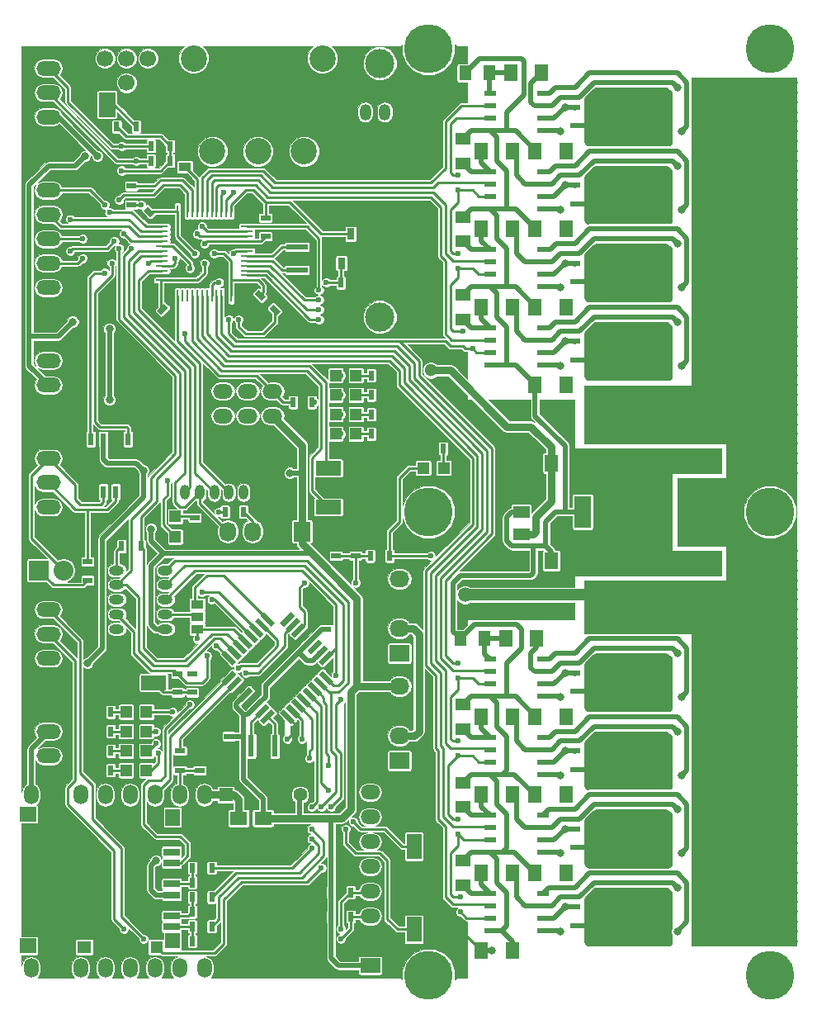
<source format=gbr>
G04 #@! TF.FileFunction,Copper,L1,Top,Signal*
%FSLAX46Y46*%
G04 Gerber Fmt 4.6, Leading zero omitted, Abs format (unit mm)*
G04 Created by KiCad (PCBNEW 4.0.7) date 12/18/17 20:41:25*
%MOMM*%
%LPD*%
G01*
G04 APERTURE LIST*
%ADD10C,0.100000*%
%ADD11R,2.032000X1.727200*%
%ADD12O,2.032000X1.727200*%
%ADD13R,1.300000X1.300000*%
%ADD14C,1.300000*%
%ADD15O,1.524000X1.000000*%
%ADD16R,1.198880X1.198880*%
%ADD17R,1.300000X1.500000*%
%ADD18R,1.500000X1.300000*%
%ADD19O,1.000000X1.524000*%
%ADD20R,1.300000X0.250000*%
%ADD21R,0.250000X1.300000*%
%ADD22R,1.727200X2.032000*%
%ADD23O,1.727200X2.032000*%
%ADD24R,1.700000X1.200000*%
%ADD25R,1.700000X3.300000*%
%ADD26O,2.500000X1.500000*%
%ADD27R,2.600000X1.500000*%
%ADD28R,1.000000X0.600000*%
%ADD29R,0.600000X1.000000*%
%ADD30R,1.400000X1.800000*%
%ADD31R,1.800000X1.400000*%
%ADD32R,1.300000X0.600000*%
%ADD33R,2.000000X1.500000*%
%ADD34O,2.000000X1.500000*%
%ADD35R,2.032000X2.032000*%
%ADD36O,2.032000X2.032000*%
%ADD37R,0.600000X1.300000*%
%ADD38R,0.800100X1.200000*%
%ADD39R,1.270000X0.965200*%
%ADD40R,0.600000X2.200000*%
%ADD41R,2.200000X0.600000*%
%ADD42C,4.064000*%
%ADD43R,1.700000X2.500000*%
%ADD44C,1.700000*%
%ADD45O,1.500000X2.000000*%
%ADD46R,1.500000X2.600000*%
%ADD47R,1.678940X0.800100*%
%ADD48R,1.300480X1.290320*%
%ADD49R,1.699260X1.501140*%
%ADD50R,1.501140X1.699260*%
%ADD51R,1.399540X1.290320*%
%ADD52R,1.501140X1.600200*%
%ADD53R,1.397000X1.397000*%
%ADD54C,1.397000*%
%ADD55R,1.200000X1.700000*%
%ADD56O,1.200000X1.700000*%
%ADD57C,2.700000*%
%ADD58C,3.000000*%
%ADD59C,5.000000*%
%ADD60C,0.800000*%
%ADD61C,0.600000*%
%ADD62C,1.500000*%
%ADD63C,0.500000*%
%ADD64C,0.250000*%
%ADD65C,0.800000*%
%ADD66C,1.200000*%
%ADD67C,0.026000*%
G04 APERTURE END LIST*
D10*
D11*
X39000000Y-73500000D03*
D12*
X39000000Y-70960000D03*
X39000000Y-68420000D03*
X39000000Y-65880000D03*
D10*
G36*
X21143666Y-65785445D02*
X20754757Y-65396536D01*
X21886128Y-64265165D01*
X22275037Y-64654074D01*
X21143666Y-65785445D01*
X21143666Y-65785445D01*
G37*
G36*
X21709352Y-66351130D02*
X21320443Y-65962221D01*
X22451814Y-64830850D01*
X22840723Y-65219759D01*
X21709352Y-66351130D01*
X21709352Y-66351130D01*
G37*
G36*
X22275037Y-66916816D02*
X21886128Y-66527907D01*
X23017499Y-65396536D01*
X23406408Y-65785445D01*
X22275037Y-66916816D01*
X22275037Y-66916816D01*
G37*
G36*
X22840722Y-67482501D02*
X22451813Y-67093592D01*
X23583184Y-65962221D01*
X23972093Y-66351130D01*
X22840722Y-67482501D01*
X22840722Y-67482501D01*
G37*
G36*
X23406408Y-68048187D02*
X23017499Y-67659278D01*
X24148870Y-66527907D01*
X24537779Y-66916816D01*
X23406408Y-68048187D01*
X23406408Y-68048187D01*
G37*
G36*
X23972093Y-68613872D02*
X23583184Y-68224963D01*
X24714555Y-67093592D01*
X25103464Y-67482501D01*
X23972093Y-68613872D01*
X23972093Y-68613872D01*
G37*
G36*
X24537779Y-69179557D02*
X24148870Y-68790648D01*
X25280241Y-67659277D01*
X25669150Y-68048186D01*
X24537779Y-69179557D01*
X24537779Y-69179557D01*
G37*
G36*
X25103464Y-69745243D02*
X24714555Y-69356334D01*
X25845926Y-68224963D01*
X26234835Y-68613872D01*
X25103464Y-69745243D01*
X25103464Y-69745243D01*
G37*
G36*
X28285445Y-69356334D02*
X27896536Y-69745243D01*
X26765165Y-68613872D01*
X27154074Y-68224963D01*
X28285445Y-69356334D01*
X28285445Y-69356334D01*
G37*
G36*
X28851130Y-68790648D02*
X28462221Y-69179557D01*
X27330850Y-68048186D01*
X27719759Y-67659277D01*
X28851130Y-68790648D01*
X28851130Y-68790648D01*
G37*
G36*
X29416816Y-68224963D02*
X29027907Y-68613872D01*
X27896536Y-67482501D01*
X28285445Y-67093592D01*
X29416816Y-68224963D01*
X29416816Y-68224963D01*
G37*
G36*
X29982501Y-67659278D02*
X29593592Y-68048187D01*
X28462221Y-66916816D01*
X28851130Y-66527907D01*
X29982501Y-67659278D01*
X29982501Y-67659278D01*
G37*
G36*
X30548187Y-67093592D02*
X30159278Y-67482501D01*
X29027907Y-66351130D01*
X29416816Y-65962221D01*
X30548187Y-67093592D01*
X30548187Y-67093592D01*
G37*
G36*
X31113872Y-66527907D02*
X30724963Y-66916816D01*
X29593592Y-65785445D01*
X29982501Y-65396536D01*
X31113872Y-66527907D01*
X31113872Y-66527907D01*
G37*
G36*
X31679557Y-65962221D02*
X31290648Y-66351130D01*
X30159277Y-65219759D01*
X30548186Y-64830850D01*
X31679557Y-65962221D01*
X31679557Y-65962221D01*
G37*
G36*
X32245243Y-65396536D02*
X31856334Y-65785445D01*
X30724963Y-64654074D01*
X31113872Y-64265165D01*
X32245243Y-65396536D01*
X32245243Y-65396536D01*
G37*
G36*
X31113872Y-63734835D02*
X30724963Y-63345926D01*
X31856334Y-62214555D01*
X32245243Y-62603464D01*
X31113872Y-63734835D01*
X31113872Y-63734835D01*
G37*
G36*
X30548186Y-63169150D02*
X30159277Y-62780241D01*
X31290648Y-61648870D01*
X31679557Y-62037779D01*
X30548186Y-63169150D01*
X30548186Y-63169150D01*
G37*
G36*
X29982501Y-62603464D02*
X29593592Y-62214555D01*
X30724963Y-61083184D01*
X31113872Y-61472093D01*
X29982501Y-62603464D01*
X29982501Y-62603464D01*
G37*
G36*
X29416816Y-62037779D02*
X29027907Y-61648870D01*
X30159278Y-60517499D01*
X30548187Y-60906408D01*
X29416816Y-62037779D01*
X29416816Y-62037779D01*
G37*
G36*
X28851130Y-61472093D02*
X28462221Y-61083184D01*
X29593592Y-59951813D01*
X29982501Y-60340722D01*
X28851130Y-61472093D01*
X28851130Y-61472093D01*
G37*
G36*
X28285445Y-60906408D02*
X27896536Y-60517499D01*
X29027907Y-59386128D01*
X29416816Y-59775037D01*
X28285445Y-60906408D01*
X28285445Y-60906408D01*
G37*
G36*
X27719759Y-60340723D02*
X27330850Y-59951814D01*
X28462221Y-58820443D01*
X28851130Y-59209352D01*
X27719759Y-60340723D01*
X27719759Y-60340723D01*
G37*
G36*
X27154074Y-59775037D02*
X26765165Y-59386128D01*
X27896536Y-58254757D01*
X28285445Y-58643666D01*
X27154074Y-59775037D01*
X27154074Y-59775037D01*
G37*
G36*
X26234835Y-59386128D02*
X25845926Y-59775037D01*
X24714555Y-58643666D01*
X25103464Y-58254757D01*
X26234835Y-59386128D01*
X26234835Y-59386128D01*
G37*
G36*
X25669150Y-59951814D02*
X25280241Y-60340723D01*
X24148870Y-59209352D01*
X24537779Y-58820443D01*
X25669150Y-59951814D01*
X25669150Y-59951814D01*
G37*
G36*
X25103464Y-60517499D02*
X24714555Y-60906408D01*
X23583184Y-59775037D01*
X23972093Y-59386128D01*
X25103464Y-60517499D01*
X25103464Y-60517499D01*
G37*
G36*
X24537779Y-61083184D02*
X24148870Y-61472093D01*
X23017499Y-60340722D01*
X23406408Y-59951813D01*
X24537779Y-61083184D01*
X24537779Y-61083184D01*
G37*
G36*
X23972093Y-61648870D02*
X23583184Y-62037779D01*
X22451813Y-60906408D01*
X22840722Y-60517499D01*
X23972093Y-61648870D01*
X23972093Y-61648870D01*
G37*
G36*
X23406408Y-62214555D02*
X23017499Y-62603464D01*
X21886128Y-61472093D01*
X22275037Y-61083184D01*
X23406408Y-62214555D01*
X23406408Y-62214555D01*
G37*
G36*
X22840723Y-62780241D02*
X22451814Y-63169150D01*
X21320443Y-62037779D01*
X21709352Y-61648870D01*
X22840723Y-62780241D01*
X22840723Y-62780241D01*
G37*
G36*
X22275037Y-63345926D02*
X21886128Y-63734835D01*
X20754757Y-62603464D01*
X21143666Y-62214555D01*
X22275037Y-63345926D01*
X22275037Y-63345926D01*
G37*
D13*
X71000000Y-58500000D03*
D14*
X71000000Y-53500000D03*
D15*
X10000000Y-61500000D03*
X10000000Y-60000000D03*
X10000000Y-58500000D03*
X10000000Y-57000000D03*
X10000000Y-55500000D03*
X10000000Y-54000000D03*
D16*
X16000000Y-50549020D03*
X16000000Y-48450980D03*
X32450980Y-40000000D03*
X34549020Y-40000000D03*
D17*
X48250000Y-3000000D03*
X45750000Y-3000000D03*
D18*
X45500000Y-12250000D03*
X45500000Y-9750000D03*
D19*
X24500000Y-46000000D03*
X23000000Y-46000000D03*
X21500000Y-46000000D03*
X20000000Y-46000000D03*
X18500000Y-46000000D03*
X17000000Y-46000000D03*
D20*
X23350000Y-24250000D03*
X23350000Y-23750000D03*
X23350000Y-23250000D03*
X23350000Y-22750000D03*
X23350000Y-22250000D03*
X23350000Y-21750000D03*
X23350000Y-21250000D03*
X23350000Y-20750000D03*
X23350000Y-20250000D03*
X23350000Y-19750000D03*
X23350000Y-19250000D03*
X23350000Y-18750000D03*
D21*
X21750000Y-17150000D03*
X21250000Y-17150000D03*
X20750000Y-17150000D03*
X20250000Y-17150000D03*
X19750000Y-17150000D03*
X19250000Y-17150000D03*
X18750000Y-17150000D03*
X18250000Y-17150000D03*
X17750000Y-17150000D03*
X17250000Y-17150000D03*
X16750000Y-17150000D03*
X16250000Y-17150000D03*
D20*
X14650000Y-18750000D03*
X14650000Y-19250000D03*
X14650000Y-19750000D03*
X14650000Y-20250000D03*
X14650000Y-20750000D03*
X14650000Y-21250000D03*
X14650000Y-21750000D03*
X14650000Y-22250000D03*
X14650000Y-22750000D03*
X14650000Y-23250000D03*
X14650000Y-23750000D03*
X14650000Y-24250000D03*
D21*
X16250000Y-25850000D03*
X16750000Y-25850000D03*
X17250000Y-25850000D03*
X17750000Y-25850000D03*
X18250000Y-25850000D03*
X18750000Y-25850000D03*
X19250000Y-25850000D03*
X19750000Y-25850000D03*
X20250000Y-25850000D03*
X20750000Y-25850000D03*
X21250000Y-25850000D03*
X21750000Y-25850000D03*
D18*
X45500000Y-20250000D03*
X45500000Y-17750000D03*
X45500000Y-28250000D03*
X45500000Y-25750000D03*
D17*
X47750000Y-61000000D03*
X45250000Y-61000000D03*
D18*
X45500000Y-70250000D03*
X45500000Y-67750000D03*
D22*
X29000000Y-50000000D03*
D23*
X26460000Y-50000000D03*
X23920000Y-50000000D03*
X21380000Y-50000000D03*
D13*
X71000000Y-37500000D03*
D14*
X71000000Y-42500000D03*
D13*
X60500000Y-37500000D03*
D14*
X60500000Y-42500000D03*
D13*
X60500000Y-58500000D03*
D14*
X60500000Y-53500000D03*
D16*
X32450980Y-38000000D03*
X34549020Y-38000000D03*
X32450980Y-36000000D03*
X34549020Y-36000000D03*
D24*
X51500000Y-45700000D03*
X51500000Y-48000000D03*
X51500000Y-50300000D03*
D25*
X57800000Y-48000000D03*
D26*
X3000000Y-58000000D03*
X3000000Y-60500000D03*
X3000000Y-63000000D03*
X3000000Y-65500000D03*
X3000000Y-15000000D03*
X3000000Y-17500000D03*
X3000000Y-20000000D03*
X3000000Y-22500000D03*
X3000000Y-25000000D03*
X3000000Y-27500000D03*
D27*
X37300000Y-43500000D03*
X31700000Y-43500000D03*
X37300000Y-47500000D03*
X31700000Y-47500000D03*
X8200000Y-65500000D03*
X13800000Y-65500000D03*
D16*
X32450980Y-34000000D03*
X34549020Y-34000000D03*
D10*
G36*
X12797919Y-26005025D02*
X13505025Y-25297919D01*
X13929289Y-25722183D01*
X13222183Y-26429289D01*
X12797919Y-26005025D01*
X12797919Y-26005025D01*
G37*
G36*
X14141422Y-27348528D02*
X14848528Y-26641422D01*
X15272792Y-27065686D01*
X14565686Y-27772792D01*
X14141422Y-27348528D01*
X14141422Y-27348528D01*
G37*
G36*
X14494975Y-15297919D02*
X15202081Y-16005025D01*
X14777817Y-16429289D01*
X14070711Y-15722183D01*
X14494975Y-15297919D01*
X14494975Y-15297919D01*
G37*
G36*
X13151472Y-16641422D02*
X13858578Y-17348528D01*
X13434314Y-17772792D01*
X12727208Y-17065686D01*
X13151472Y-16641422D01*
X13151472Y-16641422D01*
G37*
G36*
X23505025Y-27702081D02*
X22797919Y-26994975D01*
X23222183Y-26570711D01*
X23929289Y-27277817D01*
X23505025Y-27702081D01*
X23505025Y-27702081D01*
G37*
G36*
X24848528Y-26358578D02*
X24141422Y-25651472D01*
X24565686Y-25227208D01*
X25272792Y-25934314D01*
X24848528Y-26358578D01*
X24848528Y-26358578D01*
G37*
D28*
X31500000Y-58100000D03*
X31500000Y-60000000D03*
D10*
G36*
X25005025Y-29202081D02*
X24297919Y-28494975D01*
X24722183Y-28070711D01*
X25429289Y-28777817D01*
X25005025Y-29202081D01*
X25005025Y-29202081D01*
G37*
G36*
X26348528Y-27858578D02*
X25641422Y-27151472D01*
X26065686Y-26727208D01*
X26772792Y-27434314D01*
X26348528Y-27858578D01*
X26348528Y-27858578D01*
G37*
D29*
X36100000Y-40000000D03*
X38000000Y-40000000D03*
D28*
X57000000Y-66400000D03*
X57000000Y-64500000D03*
X57000000Y-74400000D03*
X57000000Y-72500000D03*
X57000000Y-8400000D03*
X57000000Y-6500000D03*
X57000000Y-16400000D03*
X57000000Y-14500000D03*
X57000000Y-24400000D03*
X57000000Y-22500000D03*
X57000000Y-32400000D03*
X57000000Y-30500000D03*
X16250000Y-64600000D03*
X16250000Y-66500000D03*
D29*
X21100000Y-48000000D03*
X23000000Y-48000000D03*
X36100000Y-38000000D03*
X38000000Y-38000000D03*
X36100000Y-36000000D03*
X38000000Y-36000000D03*
D28*
X17750000Y-64600000D03*
X17750000Y-66500000D03*
X11500000Y-14600000D03*
X11500000Y-16500000D03*
D29*
X36100000Y-34000000D03*
X38000000Y-34000000D03*
D30*
X53600000Y-3000000D03*
X50400000Y-3000000D03*
X56100000Y-77000000D03*
X52900000Y-77000000D03*
X56100000Y-11000000D03*
X52900000Y-11000000D03*
X50600000Y-11000000D03*
X47400000Y-11000000D03*
X56100000Y-19000000D03*
X52900000Y-19000000D03*
X56100000Y-27000000D03*
X52900000Y-27000000D03*
X56100000Y-35000000D03*
X52900000Y-35000000D03*
X56100000Y-69000000D03*
X52900000Y-69000000D03*
X50600000Y-19000000D03*
X47400000Y-19000000D03*
X50600000Y-27000000D03*
X47400000Y-27000000D03*
X53100000Y-61000000D03*
X49900000Y-61000000D03*
X50600000Y-69000000D03*
X47400000Y-69000000D03*
X54600000Y-43000000D03*
X51400000Y-43000000D03*
X54600000Y-53000000D03*
X51400000Y-53000000D03*
D31*
X25000000Y-79400000D03*
X25000000Y-82600000D03*
D32*
X48300000Y-63095000D03*
X48300000Y-64365000D03*
X48300000Y-65635000D03*
X48300000Y-66905000D03*
X53700000Y-66905000D03*
X53700000Y-65635000D03*
X53700000Y-64365000D03*
X53700000Y-63095000D03*
X48300000Y-71095000D03*
X48300000Y-72365000D03*
X48300000Y-73635000D03*
X48300000Y-74905000D03*
X53700000Y-74905000D03*
X53700000Y-73635000D03*
X53700000Y-72365000D03*
X53700000Y-71095000D03*
X48300000Y-5095000D03*
X48300000Y-6365000D03*
X48300000Y-7635000D03*
X48300000Y-8905000D03*
X53700000Y-8905000D03*
X53700000Y-7635000D03*
X53700000Y-6365000D03*
X53700000Y-5095000D03*
X48300000Y-13095000D03*
X48300000Y-14365000D03*
X48300000Y-15635000D03*
X48300000Y-16905000D03*
X53700000Y-16905000D03*
X53700000Y-15635000D03*
X53700000Y-14365000D03*
X53700000Y-13095000D03*
X48300000Y-21095000D03*
X48300000Y-22365000D03*
X48300000Y-23635000D03*
X48300000Y-24905000D03*
X53700000Y-24905000D03*
X53700000Y-23635000D03*
X53700000Y-22365000D03*
X53700000Y-21095000D03*
X48300000Y-29095000D03*
X48300000Y-30365000D03*
X48300000Y-31635000D03*
X48300000Y-32905000D03*
X53700000Y-32905000D03*
X53700000Y-31635000D03*
X53700000Y-30365000D03*
X53700000Y-29095000D03*
D28*
X57000000Y-82400000D03*
X57000000Y-80500000D03*
D16*
X13049020Y-68500000D03*
X10950980Y-68500000D03*
D29*
X9400000Y-68500000D03*
X7500000Y-68500000D03*
D16*
X13049020Y-70500000D03*
X10950980Y-70500000D03*
D29*
X9400000Y-70500000D03*
X7500000Y-70500000D03*
D15*
X15000000Y-61500000D03*
X15000000Y-60000000D03*
X15000000Y-58500000D03*
X15000000Y-57000000D03*
X15000000Y-55500000D03*
X15000000Y-54000000D03*
D33*
X36000000Y-94500000D03*
D34*
X36000000Y-91960000D03*
X36000000Y-89420000D03*
X36000000Y-86880000D03*
X36000000Y-84340000D03*
X36000000Y-81800000D03*
X36000000Y-79260000D03*
X36000000Y-76720000D03*
D16*
X13049020Y-72500000D03*
X10950980Y-72500000D03*
X13049020Y-74500000D03*
X10950980Y-74500000D03*
D29*
X9400000Y-72500000D03*
X7500000Y-72500000D03*
X9400000Y-74500000D03*
X7500000Y-74500000D03*
D28*
X57000000Y-90400000D03*
X57000000Y-88500000D03*
X18000000Y-48600000D03*
X18000000Y-50500000D03*
D30*
X50600000Y-77000000D03*
X47400000Y-77000000D03*
X47400000Y-93000000D03*
X50600000Y-93000000D03*
X50600000Y-85000000D03*
X47400000Y-85000000D03*
X56100000Y-85000000D03*
X52900000Y-85000000D03*
D18*
X45500000Y-78250000D03*
X45500000Y-75750000D03*
X45500000Y-86250000D03*
X45500000Y-83750000D03*
D26*
X3000000Y-70500000D03*
X3000000Y-73000000D03*
D32*
X48300000Y-79095000D03*
X48300000Y-80365000D03*
X48300000Y-81635000D03*
X48300000Y-82905000D03*
X53700000Y-82905000D03*
X53700000Y-81635000D03*
X53700000Y-80365000D03*
X53700000Y-79095000D03*
X48300000Y-87095000D03*
X48300000Y-88365000D03*
X48300000Y-89635000D03*
X48300000Y-90905000D03*
X53700000Y-90905000D03*
X53700000Y-89635000D03*
X53700000Y-88365000D03*
X53700000Y-87095000D03*
D26*
X3000000Y-2500000D03*
X3000000Y-5000000D03*
X3000000Y-7500000D03*
X3000000Y-10000000D03*
X3000000Y-42500000D03*
X3000000Y-45000000D03*
X3000000Y-47500000D03*
X3000000Y-50000000D03*
D35*
X2000000Y-54000000D03*
D36*
X4540000Y-54000000D03*
D28*
X7000000Y-53100000D03*
X7000000Y-55000000D03*
D37*
X11155000Y-40550000D03*
X9885000Y-40550000D03*
X8615000Y-40550000D03*
X7345000Y-40550000D03*
X7345000Y-45950000D03*
X8615000Y-45950000D03*
X9885000Y-45950000D03*
X11155000Y-45950000D03*
D26*
X3000000Y-32500000D03*
X3000000Y-35000000D03*
X3000000Y-37500000D03*
D38*
X33050000Y-22501140D03*
X34950000Y-22501140D03*
X34000000Y-19498860D03*
D29*
X28100000Y-36750000D03*
X30000000Y-36750000D03*
X34900000Y-24500000D03*
X33000000Y-24500000D03*
D28*
X25250000Y-17850000D03*
X25250000Y-19750000D03*
D11*
X39000000Y-62500000D03*
D12*
X39000000Y-59960000D03*
X39000000Y-57420000D03*
X39000000Y-54880000D03*
D34*
X25960000Y-40700000D03*
X25960000Y-38160000D03*
X25960000Y-35620000D03*
X23420000Y-40700000D03*
X23420000Y-38160000D03*
X23420000Y-35620000D03*
X20880000Y-40700000D03*
X20880000Y-38160000D03*
X20880000Y-35620000D03*
D39*
X17000000Y-11365000D03*
X17000000Y-12635000D03*
D31*
X22500000Y-79400000D03*
X22500000Y-82600000D03*
D40*
X26200000Y-72000000D03*
X25000000Y-72000000D03*
X23800000Y-72000000D03*
D41*
X28500000Y-23200000D03*
X28500000Y-22000000D03*
X28500000Y-20800000D03*
D28*
X16500000Y-74500000D03*
X16500000Y-72500000D03*
X18500000Y-72500000D03*
X18500000Y-74500000D03*
X21500000Y-69000000D03*
X21500000Y-71000000D03*
D29*
X38000000Y-52500000D03*
X36000000Y-52500000D03*
D28*
X32500000Y-52500000D03*
X32500000Y-50500000D03*
X34500000Y-52500000D03*
X34500000Y-50500000D03*
D29*
X34000000Y-89500000D03*
X32000000Y-89500000D03*
X34000000Y-87000000D03*
X32000000Y-87000000D03*
X12500000Y-51500000D03*
X10500000Y-51500000D03*
X10000000Y-8500000D03*
X12000000Y-8500000D03*
D42*
X71000000Y-48000000D03*
X62000000Y-48000000D03*
D39*
X18250000Y-60020000D03*
X18250000Y-58750000D03*
X18250000Y-57480000D03*
D29*
X19750000Y-92000000D03*
X17750000Y-92000000D03*
X19750000Y-89000000D03*
X17750000Y-89000000D03*
X19750000Y-86000000D03*
X17750000Y-86000000D03*
X19750000Y-90500000D03*
X17750000Y-90500000D03*
X19750000Y-87500000D03*
X17750000Y-87500000D03*
X19750000Y-84500000D03*
X17750000Y-84500000D03*
D43*
X13000000Y-6250000D03*
X9000000Y-6250000D03*
D44*
X8800000Y-1500000D03*
X11000000Y-1500000D03*
X11000000Y-4000000D03*
X13200000Y-1500000D03*
D29*
X15500000Y-10500000D03*
X13500000Y-10500000D03*
X15500000Y-12000000D03*
X13500000Y-12000000D03*
D45*
X19000000Y-77000000D03*
X16460000Y-77000000D03*
X13920000Y-77000000D03*
X11380000Y-77000000D03*
X8840000Y-77000000D03*
X6300000Y-77000000D03*
X3760000Y-77000000D03*
X1220000Y-77000000D03*
X19000000Y-94780000D03*
X16460000Y-94780000D03*
X13920000Y-94780000D03*
X11380000Y-94780000D03*
X8840000Y-94780000D03*
X6300000Y-94780000D03*
X3760000Y-94780000D03*
X1220000Y-94780000D03*
D46*
X40500000Y-85200000D03*
X40500000Y-90800000D03*
X40500000Y-76700000D03*
X40500000Y-82300000D03*
D14*
X42232233Y-33482233D03*
D10*
G36*
X44919239Y-35250000D02*
X44000000Y-36169239D01*
X43080761Y-35250000D01*
X44000000Y-34330761D01*
X44919239Y-35250000D01*
X44919239Y-35250000D01*
G37*
D16*
X41450980Y-43500000D03*
X43549020Y-43500000D03*
D29*
X43500000Y-41500000D03*
X41500000Y-41500000D03*
D47*
X15633780Y-90550600D03*
X15633780Y-89450780D03*
X15633780Y-88350960D03*
X15633780Y-87251140D03*
X15633780Y-86148780D03*
X15633780Y-85048960D03*
X15633780Y-83949140D03*
X15633780Y-82849320D03*
D48*
X14074220Y-92605460D03*
D49*
X873840Y-92498780D03*
D50*
X15725220Y-79300940D03*
D51*
X6675200Y-92605460D03*
D49*
X873840Y-79001220D03*
D52*
X15725220Y-91960300D03*
D53*
X21190000Y-77000000D03*
D54*
X28810000Y-77000000D03*
D55*
X33500000Y-7000000D03*
D56*
X35500000Y-7000000D03*
X37500000Y-7000000D03*
D57*
X19800000Y-11030000D03*
X24500000Y-11030000D03*
X29200000Y-11030000D03*
X17895000Y-1500000D03*
X31105000Y-1500000D03*
D58*
X37000000Y-28000000D03*
X37000000Y-2000000D03*
D59*
X77000000Y-500000D03*
X42000000Y-500000D03*
X42000000Y-48000000D03*
X77000000Y-95500000D03*
X77000000Y-48000000D03*
X42000000Y-95500000D03*
D60*
X32500000Y-41750000D03*
D61*
X56500000Y-58500000D03*
X54500000Y-58500000D03*
X45500000Y-58500000D03*
X52500000Y-58500000D03*
X52000000Y-37000000D03*
X49250000Y-37000000D03*
X8500000Y-49250000D03*
X23500000Y-63000000D03*
X25250000Y-61250000D03*
X24717157Y-65217157D03*
X20000000Y-58000000D03*
X21250000Y-59250000D03*
D60*
X42250000Y-10750000D03*
X47500000Y-38750000D03*
X66000000Y-49000000D03*
X66000000Y-50000000D03*
X66000000Y-51000000D03*
X62000000Y-52000000D03*
X63500000Y-52000000D03*
X65000000Y-52000000D03*
X66000000Y-48000000D03*
X66000000Y-47000000D03*
X66000000Y-46000000D03*
X66000000Y-45000000D03*
X62000000Y-44000000D03*
X63500000Y-44000000D03*
X65000000Y-44000000D03*
D61*
X19000000Y-86000000D03*
X42000000Y-79000000D03*
X42000000Y-76000000D03*
X42000000Y-73000000D03*
D60*
X23750000Y-83500000D03*
X7000000Y-65500000D03*
D61*
X17000000Y-10500000D03*
X30000000Y-22000000D03*
X34250000Y-22500000D03*
D60*
X42500000Y-82500000D03*
X42500000Y-85000000D03*
X42500000Y-87500000D03*
X42500000Y-90000000D03*
D61*
X40500000Y-75000000D03*
X21500000Y-69500000D03*
X16500000Y-88250000D03*
X16500000Y-85000000D03*
D60*
X20750000Y-22500000D03*
X56100000Y-85000000D03*
D61*
X25000000Y-73250000D03*
X25000000Y-70750000D03*
D60*
X48500000Y-93000000D03*
X52750000Y-45750000D03*
D61*
X9500000Y-44000000D03*
X9500000Y-42000000D03*
D60*
X50500000Y-53000000D03*
X56100000Y-35000000D03*
X30000000Y-57420000D03*
X56000000Y-80500000D03*
X56000000Y-88500000D03*
X56100000Y-77000000D03*
X56100000Y-69000000D03*
X56100000Y-27000000D03*
X56100000Y-19000000D03*
X56100000Y-11000000D03*
X56000000Y-72500000D03*
X56000000Y-64500000D03*
X56000000Y-30500000D03*
X56000000Y-22500000D03*
X56000000Y-14500000D03*
X56000000Y-6500000D03*
D61*
X12000000Y-8500000D03*
X22000000Y-21500000D03*
D60*
X14000000Y-83750000D03*
D61*
X15250000Y-44750000D03*
D60*
X7000000Y-63500000D03*
D61*
X10500000Y-13000000D03*
D60*
X9250000Y-36500000D03*
X9250000Y-29250000D03*
X12750000Y-43750000D03*
D61*
X18000000Y-21500000D03*
X19000000Y-22500000D03*
X19000000Y-20500000D03*
X20000000Y-21500000D03*
D60*
X27750000Y-44000000D03*
X13500000Y-49750000D03*
X6750000Y-11500000D03*
D61*
X17750000Y-64600000D03*
D60*
X5500000Y-28500000D03*
X66500000Y-7500000D03*
X65500000Y-7500000D03*
X66500000Y-6500000D03*
X66500000Y-5500000D03*
X65500000Y-5500000D03*
X65500000Y-6500000D03*
X67500000Y-4500000D03*
X64500000Y-6000000D03*
X62500000Y-5000000D03*
X63500000Y-5000000D03*
X64500000Y-5000000D03*
X61500000Y-5000000D03*
X60500000Y-5000000D03*
X59500000Y-5000000D03*
X58500000Y-8000000D03*
X59500000Y-8000000D03*
X60500000Y-8000000D03*
X61500000Y-8000000D03*
X62500000Y-8000000D03*
X63500000Y-8000000D03*
X64500000Y-8000000D03*
X64500000Y-7000000D03*
X63500000Y-7000000D03*
X62500000Y-7000000D03*
X61500000Y-7000000D03*
X60500000Y-7000000D03*
X59500000Y-7000000D03*
X58500000Y-7000000D03*
X58500000Y-6000000D03*
X59500000Y-6000000D03*
X60500000Y-6000000D03*
X61500000Y-6000000D03*
X62500000Y-6000000D03*
X63500000Y-6000000D03*
X58500000Y-10000000D03*
X59500000Y-10000000D03*
X60500000Y-10000000D03*
X61500000Y-10000000D03*
X62500000Y-10000000D03*
X63500000Y-10000000D03*
X64500000Y-10000000D03*
X64500000Y-9000000D03*
X63500000Y-9000000D03*
X62500000Y-9000000D03*
X61500000Y-9000000D03*
X60500000Y-9000000D03*
X59500000Y-9000000D03*
X58500000Y-9000000D03*
X66500000Y-13500000D03*
X65500000Y-13500000D03*
X66500000Y-14500000D03*
X65500000Y-14500000D03*
X66500000Y-15500000D03*
X65500000Y-15500000D03*
X58500000Y-15000000D03*
X60500000Y-14000000D03*
X59500000Y-14000000D03*
X58500000Y-14000000D03*
X61500000Y-14000000D03*
X62500000Y-14000000D03*
X63500000Y-14000000D03*
X64500000Y-14000000D03*
X64500000Y-13000000D03*
X63500000Y-13000000D03*
X62500000Y-13000000D03*
X61500000Y-13000000D03*
X60500000Y-13000000D03*
X59500000Y-13000000D03*
X60500000Y-16000000D03*
X59500000Y-16000000D03*
X58500000Y-16000000D03*
X61500000Y-16000000D03*
X62500000Y-16000000D03*
X63500000Y-16000000D03*
X64500000Y-16000000D03*
X64500000Y-15000000D03*
X63500000Y-15000000D03*
X62500000Y-15000000D03*
X61500000Y-15000000D03*
X60500000Y-15000000D03*
X59500000Y-15000000D03*
X58500000Y-18000000D03*
X59500000Y-18000000D03*
X60500000Y-18000000D03*
X61500000Y-18000000D03*
X62500000Y-18000000D03*
X63500000Y-18000000D03*
X64500000Y-18000000D03*
X64500000Y-17000000D03*
X63500000Y-17000000D03*
X62500000Y-17000000D03*
X61500000Y-17000000D03*
X60500000Y-17000000D03*
X59500000Y-17000000D03*
X58500000Y-17000000D03*
X67500000Y-12500000D03*
D61*
X20500000Y-48000000D03*
D60*
X68000000Y-9000000D03*
X55500000Y-9000000D03*
X68000000Y-17000000D03*
X55500000Y-17000000D03*
D61*
X42250000Y-52500000D03*
D62*
X45750000Y-56500000D03*
D60*
X79500000Y-30000000D03*
X79500000Y-31000000D03*
X79500000Y-32000000D03*
X79500000Y-33000000D03*
X79500000Y-34000000D03*
X79500000Y-35000000D03*
X79500000Y-36000000D03*
X79500000Y-37000000D03*
X79500000Y-38000000D03*
X79500000Y-39000000D03*
X79500000Y-40000000D03*
X79500000Y-41000000D03*
X79500000Y-42000000D03*
X79500000Y-43000000D03*
X79500000Y-44000000D03*
X78500000Y-44000000D03*
X77500000Y-44000000D03*
X79500000Y-4000000D03*
X79500000Y-5000000D03*
X79500000Y-6000000D03*
X79500000Y-7000000D03*
X79500000Y-8000000D03*
X79500000Y-9000000D03*
X79500000Y-29000000D03*
X79500000Y-28000000D03*
X79500000Y-27000000D03*
X79500000Y-26000000D03*
X79500000Y-25000000D03*
X79500000Y-24000000D03*
X79500000Y-23000000D03*
X79500000Y-22000000D03*
X79500000Y-21000000D03*
X79500000Y-20000000D03*
X79500000Y-19000000D03*
X79500000Y-18000000D03*
X79500000Y-17000000D03*
X79500000Y-16000000D03*
X79500000Y-15000000D03*
X79500000Y-14000000D03*
X79500000Y-13000000D03*
X79500000Y-12000000D03*
X79500000Y-11000000D03*
X79500000Y-10000000D03*
X74500000Y-44000000D03*
X75500000Y-44000000D03*
X76500000Y-44000000D03*
X79500000Y-55000000D03*
X79500000Y-54000000D03*
X79500000Y-53000000D03*
X79500000Y-52000000D03*
X79500000Y-76000000D03*
X79500000Y-75000000D03*
X79500000Y-74000000D03*
X79500000Y-73000000D03*
X79500000Y-72000000D03*
X79500000Y-71000000D03*
X79500000Y-70000000D03*
X79500000Y-69000000D03*
X79500000Y-84000000D03*
X79500000Y-85000000D03*
X79500000Y-86000000D03*
X79500000Y-87000000D03*
X79500000Y-88000000D03*
X79500000Y-89000000D03*
X79500000Y-90000000D03*
X79500000Y-91000000D03*
X79500000Y-92000000D03*
X79500000Y-77000000D03*
X79500000Y-78000000D03*
X79500000Y-79000000D03*
X79500000Y-80000000D03*
X79500000Y-81000000D03*
X79500000Y-82000000D03*
X79500000Y-83000000D03*
X79500000Y-63000000D03*
X79500000Y-64000000D03*
X79500000Y-65000000D03*
X79500000Y-66000000D03*
X79500000Y-67000000D03*
X79500000Y-68000000D03*
X79500000Y-62000000D03*
X79500000Y-56000000D03*
X79500000Y-57000000D03*
X79500000Y-58000000D03*
X79500000Y-59000000D03*
X79500000Y-60000000D03*
X79500000Y-61000000D03*
X74500000Y-52000000D03*
X75500000Y-52000000D03*
X76500000Y-52000000D03*
X77500000Y-52000000D03*
X78500000Y-52000000D03*
X68000000Y-51000000D03*
X68000000Y-50000000D03*
X68000000Y-49000000D03*
X68000000Y-45000000D03*
X68000000Y-46000000D03*
X68000000Y-47000000D03*
X68000000Y-48000000D03*
X69500000Y-85000000D03*
X70500000Y-85000000D03*
X71500000Y-85000000D03*
X72500000Y-85000000D03*
X75500000Y-85000000D03*
X74500000Y-85000000D03*
X73500000Y-85000000D03*
X69500000Y-35000000D03*
X69500000Y-27000000D03*
X69500000Y-19000000D03*
X75500000Y-11000000D03*
X74500000Y-11000000D03*
X73500000Y-11000000D03*
X72500000Y-11000000D03*
X71500000Y-11000000D03*
X70500000Y-11000000D03*
X69500000Y-11000000D03*
X75500000Y-61000000D03*
X74500000Y-61000000D03*
X73500000Y-61000000D03*
X72500000Y-61000000D03*
X71500000Y-61000000D03*
X70500000Y-61000000D03*
X69500000Y-61000000D03*
X69500000Y-69000000D03*
X75500000Y-77000000D03*
X74500000Y-77000000D03*
X73500000Y-77000000D03*
X72500000Y-77000000D03*
X71500000Y-77000000D03*
X70500000Y-77000000D03*
X69500000Y-77000000D03*
X70500000Y-19000000D03*
X71500000Y-19000000D03*
X72500000Y-19000000D03*
X73500000Y-19000000D03*
X74500000Y-19000000D03*
X75500000Y-19000000D03*
X70500000Y-27000000D03*
X71500000Y-27000000D03*
X72500000Y-27000000D03*
X73500000Y-27000000D03*
X74500000Y-27000000D03*
X75500000Y-27000000D03*
X70500000Y-35000000D03*
X71500000Y-35000000D03*
X72500000Y-35000000D03*
X73500000Y-35000000D03*
X74500000Y-35000000D03*
X75500000Y-35000000D03*
X70500000Y-69000000D03*
X71500000Y-69000000D03*
X72500000Y-69000000D03*
X73500000Y-69000000D03*
X74500000Y-69000000D03*
X75500000Y-69000000D03*
X66500000Y-21500000D03*
X65500000Y-21500000D03*
X66500000Y-22500000D03*
X65500000Y-22500000D03*
X66500000Y-23500000D03*
X65500000Y-23500000D03*
X58500000Y-23000000D03*
X60500000Y-22000000D03*
X59500000Y-22000000D03*
X58500000Y-22000000D03*
X61500000Y-22000000D03*
X62500000Y-22000000D03*
X63500000Y-22000000D03*
X64500000Y-22000000D03*
X64500000Y-21000000D03*
X63500000Y-21000000D03*
X62500000Y-21000000D03*
X61500000Y-21000000D03*
X60500000Y-21000000D03*
X59500000Y-21000000D03*
X60500000Y-24000000D03*
X59500000Y-24000000D03*
X58500000Y-24000000D03*
X61500000Y-24000000D03*
X62500000Y-24000000D03*
X63500000Y-24000000D03*
X64500000Y-24000000D03*
X64500000Y-23000000D03*
X63500000Y-23000000D03*
X62500000Y-23000000D03*
X61500000Y-23000000D03*
X60500000Y-23000000D03*
X59500000Y-23000000D03*
X58500000Y-26000000D03*
X59500000Y-26000000D03*
X60500000Y-26000000D03*
X61500000Y-26000000D03*
X62500000Y-26000000D03*
X63500000Y-26000000D03*
X64500000Y-26000000D03*
X64500000Y-25000000D03*
X63500000Y-25000000D03*
X62500000Y-25000000D03*
X61500000Y-25000000D03*
X60500000Y-25000000D03*
X59500000Y-25000000D03*
X58500000Y-25000000D03*
X67500000Y-20500000D03*
X66500000Y-29500000D03*
X65500000Y-29500000D03*
X66500000Y-30500000D03*
X65500000Y-30500000D03*
X66500000Y-31500000D03*
X65500000Y-31500000D03*
X64500000Y-30000000D03*
X64500000Y-29000000D03*
X63500000Y-29000000D03*
X62500000Y-29000000D03*
X61500000Y-29000000D03*
X60500000Y-29000000D03*
X59500000Y-29000000D03*
X61500000Y-30000000D03*
X58500000Y-34000000D03*
X59500000Y-34000000D03*
X60500000Y-34000000D03*
X61500000Y-34000000D03*
X62500000Y-34000000D03*
X63500000Y-34000000D03*
X64500000Y-34000000D03*
X64500000Y-33000000D03*
X63500000Y-33000000D03*
X62500000Y-33000000D03*
X61500000Y-33000000D03*
X60500000Y-33000000D03*
X59500000Y-33000000D03*
X58500000Y-33000000D03*
X58500000Y-32000000D03*
X59500000Y-32000000D03*
X60500000Y-32000000D03*
X61500000Y-32000000D03*
X62500000Y-32000000D03*
X63500000Y-32000000D03*
X64500000Y-32000000D03*
X64500000Y-31000000D03*
X63500000Y-31000000D03*
X62500000Y-31000000D03*
X61500000Y-31000000D03*
X60500000Y-31000000D03*
X59500000Y-31000000D03*
X58500000Y-31000000D03*
X58500000Y-30000000D03*
X59500000Y-30000000D03*
X60500000Y-30000000D03*
X62500000Y-30000000D03*
X63500000Y-30000000D03*
X67500000Y-28500000D03*
X67500000Y-62500000D03*
X66500000Y-63500000D03*
X65500000Y-63500000D03*
X66500000Y-64500000D03*
X65500000Y-64500000D03*
X66500000Y-65500000D03*
X65500000Y-65500000D03*
X59500000Y-65000000D03*
X58500000Y-65000000D03*
X58500000Y-64000000D03*
X59500000Y-64000000D03*
X60500000Y-64000000D03*
X61500000Y-64000000D03*
X62500000Y-64000000D03*
X63500000Y-64000000D03*
X64500000Y-64000000D03*
X64500000Y-63000000D03*
X63500000Y-63000000D03*
X62500000Y-63000000D03*
X61500000Y-63000000D03*
X60500000Y-63000000D03*
X59500000Y-63000000D03*
X58500000Y-66000000D03*
X59500000Y-66000000D03*
X60500000Y-66000000D03*
X61500000Y-66000000D03*
X62500000Y-66000000D03*
X63500000Y-66000000D03*
X64500000Y-66000000D03*
X64500000Y-65000000D03*
X63500000Y-65000000D03*
X62500000Y-65000000D03*
X61500000Y-65000000D03*
X60500000Y-65000000D03*
X58500000Y-68000000D03*
X59500000Y-68000000D03*
X60500000Y-68000000D03*
X61500000Y-68000000D03*
X62500000Y-68000000D03*
X63500000Y-68000000D03*
X64500000Y-68000000D03*
X64500000Y-67000000D03*
X63500000Y-67000000D03*
X62500000Y-67000000D03*
X61500000Y-67000000D03*
X60500000Y-67000000D03*
X59500000Y-67000000D03*
X58500000Y-67000000D03*
X63500000Y-75000000D03*
X62500000Y-75000000D03*
X66500000Y-71500000D03*
X65500000Y-71500000D03*
X66500000Y-72500000D03*
X65500000Y-72500000D03*
X66500000Y-73500000D03*
X65500000Y-73500000D03*
X61500000Y-75000000D03*
X60500000Y-75000000D03*
X59500000Y-75000000D03*
X58500000Y-75000000D03*
X58500000Y-74000000D03*
X59500000Y-74000000D03*
X60500000Y-74000000D03*
X61500000Y-74000000D03*
X62500000Y-74000000D03*
X63500000Y-74000000D03*
X64500000Y-74000000D03*
X64500000Y-73000000D03*
X63500000Y-73000000D03*
X62500000Y-73000000D03*
X61500000Y-73000000D03*
X60500000Y-73000000D03*
X59500000Y-73000000D03*
X58500000Y-73000000D03*
X58500000Y-72000000D03*
X59500000Y-72000000D03*
X60500000Y-72000000D03*
X61500000Y-72000000D03*
X62500000Y-72000000D03*
X63500000Y-72000000D03*
X64500000Y-72000000D03*
X64500000Y-71000000D03*
X63500000Y-71000000D03*
X62500000Y-71000000D03*
X61500000Y-71000000D03*
X60500000Y-71000000D03*
X59500000Y-71000000D03*
X58500000Y-76000000D03*
X59500000Y-76000000D03*
X60500000Y-76000000D03*
X61500000Y-76000000D03*
X62500000Y-76000000D03*
X63500000Y-76000000D03*
X64500000Y-76000000D03*
X64500000Y-75000000D03*
X67500000Y-70500000D03*
X68000000Y-25000000D03*
X55500000Y-25000000D03*
X68000000Y-33000000D03*
X55500000Y-33000000D03*
X68000000Y-67000000D03*
X55500000Y-67000000D03*
X68000000Y-75000000D03*
X55500000Y-75000000D03*
D61*
X10750000Y-90750000D03*
X33000000Y-90750000D03*
X18750000Y-56250000D03*
X12750000Y-91750000D03*
X33000000Y-91750000D03*
X19750000Y-57000000D03*
X19250000Y-62750000D03*
X18250000Y-61000000D03*
X11500000Y-21000000D03*
X12500000Y-16500000D03*
X10250000Y-21000000D03*
X10250000Y-16000000D03*
X29250000Y-55250000D03*
X34500000Y-55250000D03*
X27500000Y-71250000D03*
X14000000Y-71750000D03*
X29000000Y-71250000D03*
X14250000Y-72750000D03*
X31000000Y-78250000D03*
X30000000Y-81500000D03*
X17500000Y-67750000D03*
X32500000Y-64750000D03*
X30000000Y-82500000D03*
X33000000Y-67250000D03*
X32000000Y-78250000D03*
X22500000Y-28250000D03*
X20500000Y-24500000D03*
X20250000Y-61750000D03*
X9250000Y-17250000D03*
X9750000Y-20250000D03*
X5250000Y-21250000D03*
X5250000Y-18000000D03*
X8750000Y-16500000D03*
X10750000Y-19500000D03*
X30750000Y-28250000D03*
X33000000Y-40000000D03*
X30750000Y-27250000D03*
X33000000Y-38000000D03*
X30750000Y-26250000D03*
X33000000Y-36000000D03*
D60*
X68000000Y-83000000D03*
D61*
X15750000Y-68500000D03*
X22500000Y-64000000D03*
X23250000Y-64500000D03*
X14000000Y-70500000D03*
D60*
X65500000Y-81500000D03*
X65500000Y-80500000D03*
X59500000Y-81000000D03*
X58500000Y-81000000D03*
X58500000Y-80000000D03*
X60500000Y-81000000D03*
X61500000Y-81000000D03*
X62500000Y-81000000D03*
X63500000Y-81000000D03*
X64500000Y-81000000D03*
X64500000Y-82000000D03*
X63500000Y-82000000D03*
X62500000Y-82000000D03*
X61500000Y-82000000D03*
X60500000Y-82000000D03*
X59500000Y-82000000D03*
X58500000Y-82000000D03*
X58500000Y-83000000D03*
X59500000Y-83000000D03*
X60500000Y-83000000D03*
X61500000Y-83000000D03*
X62500000Y-83000000D03*
X63500000Y-83000000D03*
X64500000Y-83000000D03*
X64500000Y-84000000D03*
X63500000Y-84000000D03*
X62500000Y-84000000D03*
X61500000Y-84000000D03*
X60500000Y-84000000D03*
X59500000Y-84000000D03*
X58500000Y-84000000D03*
X64500000Y-80000000D03*
X63500000Y-80000000D03*
X62500000Y-80000000D03*
X61500000Y-80000000D03*
X60500000Y-80000000D03*
X59500000Y-80000000D03*
X66500000Y-81500000D03*
X66500000Y-80500000D03*
X66500000Y-79500000D03*
X65500000Y-79500000D03*
X59500000Y-79000000D03*
X60500000Y-79000000D03*
X61500000Y-79000000D03*
X62500000Y-79000000D03*
X63500000Y-79000000D03*
X64500000Y-79000000D03*
X67500000Y-78500000D03*
X66500000Y-89500000D03*
X65500000Y-89500000D03*
X65500000Y-88500000D03*
X66500000Y-88500000D03*
X66500000Y-87500000D03*
X65500000Y-87500000D03*
X63500000Y-89000000D03*
X64500000Y-89000000D03*
X64500000Y-90000000D03*
X63500000Y-90000000D03*
X62500000Y-90000000D03*
X61500000Y-90000000D03*
X60500000Y-90000000D03*
X59500000Y-90000000D03*
X58500000Y-90000000D03*
X58500000Y-91000000D03*
X59500000Y-91000000D03*
X60500000Y-91000000D03*
X61500000Y-91000000D03*
X62500000Y-91000000D03*
X63500000Y-91000000D03*
X64500000Y-91000000D03*
X64500000Y-92000000D03*
X63500000Y-92000000D03*
X62500000Y-92000000D03*
X61500000Y-92000000D03*
X60500000Y-92000000D03*
X59500000Y-92000000D03*
X58500000Y-92000000D03*
X59500000Y-87000000D03*
X60500000Y-87000000D03*
X61500000Y-87000000D03*
X62500000Y-87000000D03*
X63500000Y-87000000D03*
X64500000Y-87000000D03*
X64500000Y-88000000D03*
X63500000Y-88000000D03*
X62500000Y-88000000D03*
X61500000Y-88000000D03*
X60500000Y-88000000D03*
X59500000Y-88000000D03*
X58500000Y-88000000D03*
X58500000Y-89000000D03*
X59500000Y-89000000D03*
X60500000Y-89000000D03*
X61500000Y-89000000D03*
X62500000Y-89000000D03*
X67500000Y-86500000D03*
D61*
X18750000Y-18750000D03*
X12000000Y-12000000D03*
X10500000Y-10500000D03*
X18250000Y-19500000D03*
D60*
X55500000Y-83000000D03*
X67500000Y-91000000D03*
X55500000Y-91000000D03*
D61*
X46500000Y-31250000D03*
X45500000Y-29500000D03*
X21500000Y-28250000D03*
X17500000Y-23000000D03*
X45000000Y-65000000D03*
X45000000Y-63500000D03*
X45250000Y-89000000D03*
X45250000Y-87500000D03*
X45000000Y-71500000D03*
X45000000Y-73000000D03*
X45000000Y-21500000D03*
X45000000Y-23000000D03*
X45000000Y-15000000D03*
X45000000Y-13500000D03*
X45000000Y-79500000D03*
X45000000Y-81000000D03*
X9500000Y-22500000D03*
X13250000Y-22500000D03*
X16000000Y-22000000D03*
X8750000Y-23500000D03*
X17000000Y-29750000D03*
X30250000Y-36750000D03*
X31500000Y-24500000D03*
X30750000Y-25250000D03*
X33000000Y-34000000D03*
D60*
X8000000Y-11500000D03*
D61*
X30000000Y-80500000D03*
X30000000Y-78250000D03*
X31000000Y-84500000D03*
X31750000Y-76500000D03*
X29750000Y-73250000D03*
X33500000Y-80500000D03*
X31750000Y-74000000D03*
X34250000Y-79750000D03*
X6500000Y-20000000D03*
X22000000Y-15250000D03*
X21000000Y-15250000D03*
X6500000Y-22000000D03*
D63*
X37300000Y-43500000D02*
X35000000Y-43500000D01*
X33250000Y-41750000D02*
X32500000Y-41750000D01*
X35000000Y-43500000D02*
X33250000Y-41750000D01*
X37300000Y-47500000D02*
X37000000Y-47200000D01*
X37000000Y-47200000D02*
X37000000Y-43800000D01*
X37000000Y-43800000D02*
X37300000Y-43500000D01*
X39000000Y-57420000D02*
X37000000Y-55420000D01*
X37000000Y-55420000D02*
X37000000Y-47800000D01*
X37000000Y-47800000D02*
X37300000Y-47500000D01*
D64*
X54500000Y-58500000D02*
X56500000Y-58500000D01*
X52500000Y-58500000D02*
X45500000Y-58500000D01*
X49250000Y-37000000D02*
X52000000Y-37000000D01*
X11155000Y-45950000D02*
X11155000Y-46595000D01*
X11155000Y-46595000D02*
X8500000Y-49250000D01*
X25250000Y-61250000D02*
X23500000Y-63000000D01*
X21250000Y-59250000D02*
X20000000Y-58000000D01*
D65*
X47500000Y-38750000D02*
X44000000Y-35250000D01*
D63*
X36000000Y-9500000D02*
X41000000Y-9500000D01*
X41000000Y-9500000D02*
X42250000Y-10750000D01*
X36000000Y-9500000D02*
X33500000Y-7000000D01*
D64*
X14650000Y-23750000D02*
X17750000Y-23750000D01*
X34500000Y-50500000D02*
X34500000Y-48000000D01*
X35000000Y-47500000D02*
X37300000Y-47500000D01*
X34500000Y-48000000D02*
X35000000Y-47500000D01*
D63*
X66000000Y-49000000D02*
X66000000Y-50000000D01*
X65000000Y-52000000D02*
X63500000Y-52000000D01*
X66000000Y-45000000D02*
X65000000Y-44000000D01*
X66000000Y-48000000D02*
X66000000Y-47000000D01*
X66000000Y-46000000D02*
X66000000Y-45000000D01*
X63500000Y-44000000D02*
X62000000Y-44000000D01*
D65*
X51400000Y-43000000D02*
X51400000Y-40900000D01*
X47500000Y-38750000D02*
X49250000Y-40500000D01*
X51400000Y-40900000D02*
X51000000Y-40500000D01*
X51000000Y-40500000D02*
X49250000Y-40500000D01*
X51400000Y-42650000D02*
X51400000Y-43000000D01*
D64*
X19750000Y-86000000D02*
X19000000Y-86000000D01*
X41500000Y-41500000D02*
X38000000Y-41500000D01*
X42000000Y-73000000D02*
X42000000Y-76000000D01*
D63*
X25960000Y-40700000D02*
X26460000Y-41200000D01*
X26460000Y-41200000D02*
X26460000Y-46000000D01*
D64*
X18250000Y-23250000D02*
X18250000Y-22250000D01*
X17750000Y-23750000D02*
X18250000Y-23250000D01*
D63*
X51500000Y-45700000D02*
X51050000Y-45700000D01*
X51050000Y-45700000D02*
X49250000Y-47500000D01*
X49250000Y-52500000D02*
X49750000Y-53000000D01*
X49250000Y-47500000D02*
X49250000Y-49250000D01*
X49250000Y-49250000D02*
X49250000Y-49500000D01*
X49250000Y-49500000D02*
X49250000Y-52500000D01*
X23750000Y-82600000D02*
X23750000Y-83500000D01*
X7000000Y-65500000D02*
X8200000Y-65500000D01*
X8200000Y-65500000D02*
X8200000Y-64300000D01*
X8200000Y-64300000D02*
X10000000Y-62500000D01*
X10000000Y-62500000D02*
X10000000Y-61500000D01*
D64*
X13000000Y-6250000D02*
X15750000Y-6250000D01*
X15750000Y-6250000D02*
X17000000Y-7500000D01*
X17000000Y-7500000D02*
X17000000Y-10500000D01*
X17000000Y-10500000D02*
X17000000Y-11365000D01*
X34950000Y-22501140D02*
X34251140Y-22501140D01*
X34251140Y-22501140D02*
X34250000Y-22500000D01*
D63*
X24500000Y-46000000D02*
X26460000Y-46000000D01*
X26460000Y-46000000D02*
X26250000Y-46000000D01*
X26250000Y-46000000D02*
X26460000Y-46000000D01*
X26460000Y-50000000D02*
X26460000Y-46000000D01*
X25960000Y-40700000D02*
X25960000Y-40960000D01*
D64*
X47400000Y-93000000D02*
X44400000Y-90000000D01*
X42500000Y-87500000D02*
X42500000Y-85000000D01*
X44400000Y-90000000D02*
X42500000Y-90000000D01*
X40500000Y-76700000D02*
X40500000Y-75000000D01*
X21500000Y-69000000D02*
X21500000Y-69500000D01*
X18500000Y-72500000D02*
X18500000Y-70000000D01*
X19500000Y-69000000D02*
X21500000Y-69000000D01*
X18500000Y-70000000D02*
X19500000Y-69000000D01*
X15633780Y-85048960D02*
X16451040Y-85048960D01*
X16451040Y-85048960D02*
X16500000Y-85000000D01*
X16500000Y-88250000D02*
X16399040Y-88350960D01*
X16399040Y-88350960D02*
X15633780Y-88350960D01*
D63*
X23777639Y-67288047D02*
X24434314Y-66631372D01*
X24434314Y-66631372D02*
X24434314Y-65500000D01*
X22646268Y-66156676D02*
X23302944Y-65500000D01*
X24434314Y-65500000D02*
X24717157Y-65217157D01*
X24717157Y-65217157D02*
X29222361Y-60711953D01*
X23302944Y-65500000D02*
X24434314Y-65500000D01*
D64*
X13250000Y-6500000D02*
X13000000Y-6250000D01*
X19750000Y-89000000D02*
X18750000Y-90000000D01*
X18750000Y-91000000D02*
X19750000Y-92000000D01*
X18750000Y-90000000D02*
X18750000Y-91000000D01*
X19750000Y-86000000D02*
X18750000Y-87000000D01*
X18750000Y-88000000D02*
X19750000Y-89000000D01*
X18750000Y-87000000D02*
X18750000Y-88000000D01*
X19875000Y-22375000D02*
X20625000Y-22375000D01*
X20625000Y-22375000D02*
X20750000Y-22500000D01*
X23363604Y-27136396D02*
X24863604Y-28636396D01*
X25000000Y-72000000D02*
X25000000Y-73250000D01*
X25000000Y-72000000D02*
X25000000Y-70750000D01*
D65*
X22500000Y-82600000D02*
X23750000Y-82600000D01*
X23750000Y-82600000D02*
X25000000Y-82600000D01*
D63*
X47400000Y-93000000D02*
X48500000Y-93000000D01*
D65*
X51400000Y-53000000D02*
X49750000Y-53000000D01*
D64*
X38000000Y-40000000D02*
X38000000Y-41500000D01*
X37300000Y-42200000D02*
X37300000Y-43500000D01*
X38000000Y-41500000D02*
X37300000Y-42200000D01*
X38000000Y-38000000D02*
X38000000Y-40000000D01*
X38000000Y-36000000D02*
X38000000Y-38000000D01*
X38000000Y-34000000D02*
X38000000Y-36000000D01*
D63*
X51500000Y-45700000D02*
X51550000Y-45750000D01*
X51550000Y-45750000D02*
X52750000Y-45750000D01*
D64*
X34900000Y-24500000D02*
X34900000Y-22551140D01*
X34900000Y-22551140D02*
X34950000Y-22501140D01*
X28500000Y-22000000D02*
X30000000Y-22000000D01*
X26250000Y-20750000D02*
X23350000Y-20750000D01*
X30000000Y-22000000D02*
X30250000Y-21750000D01*
X30250000Y-21750000D02*
X30250000Y-20250000D01*
X30250000Y-20250000D02*
X30000000Y-20000000D01*
X30000000Y-20000000D02*
X27000000Y-20000000D01*
X27000000Y-20000000D02*
X26250000Y-20750000D01*
X9500000Y-44000000D02*
X7750000Y-44000000D01*
X7345000Y-44405000D02*
X7345000Y-45950000D01*
X7750000Y-44000000D02*
X7345000Y-44405000D01*
X9885000Y-40550000D02*
X9885000Y-41615000D01*
X11155000Y-44405000D02*
X11155000Y-45950000D01*
X10750000Y-44000000D02*
X11155000Y-44405000D01*
X9500000Y-44000000D02*
X10750000Y-44000000D01*
X9885000Y-41615000D02*
X9500000Y-42000000D01*
X18000000Y-50500000D02*
X19000000Y-51500000D01*
X24960000Y-51500000D02*
X26460000Y-50000000D01*
X19000000Y-51500000D02*
X24960000Y-51500000D01*
D63*
X51400000Y-53000000D02*
X50500000Y-53000000D01*
D65*
X51500000Y-43100000D02*
X51500000Y-45700000D01*
D64*
X34500000Y-50500000D02*
X32500000Y-50500000D01*
D63*
X22646268Y-66156676D02*
X21500000Y-67302944D01*
X21500000Y-67302944D02*
X21500000Y-69100000D01*
X31500000Y-58100000D02*
X30000000Y-58100000D01*
X30000000Y-58100000D02*
X30000000Y-58000000D01*
X29222361Y-60711953D02*
X30000000Y-59934314D01*
X30000000Y-59934314D02*
X30000000Y-58000000D01*
X30000000Y-58000000D02*
X30000000Y-57420000D01*
X23420000Y-40700000D02*
X25960000Y-40700000D01*
X20880000Y-40700000D02*
X23420000Y-40700000D01*
D64*
X8200000Y-66800000D02*
X8200000Y-65500000D01*
X7500000Y-68500000D02*
X7500000Y-67500000D01*
X7500000Y-67500000D02*
X8200000Y-66800000D01*
X16750000Y-17150000D02*
X16750000Y-15500000D01*
X15500000Y-15000000D02*
X14636396Y-15863604D01*
X16250000Y-15000000D02*
X15500000Y-15000000D01*
X16750000Y-15500000D02*
X16250000Y-15000000D01*
X13363604Y-25863604D02*
X12700002Y-25200002D01*
X13500000Y-23750000D02*
X14650000Y-23750000D01*
X12700002Y-24549998D02*
X13500000Y-23750000D01*
X12700002Y-25200002D02*
X12700002Y-24549998D01*
X21250000Y-25850000D02*
X21250000Y-27000000D01*
X23000000Y-27500000D02*
X23363604Y-27136396D01*
X21750000Y-27500000D02*
X23000000Y-27500000D01*
X21250000Y-27000000D02*
X21750000Y-27500000D01*
X19000000Y-21500000D02*
X19750000Y-20750000D01*
X19750000Y-20750000D02*
X23350000Y-20750000D01*
X19000000Y-21500000D02*
X18250000Y-22250000D01*
X16750000Y-17150000D02*
X16750000Y-19250000D01*
X21250000Y-23750000D02*
X21250000Y-25850000D01*
X16750000Y-19250000D02*
X19000000Y-21500000D01*
X19000000Y-21500000D02*
X19875000Y-22375000D01*
X19875000Y-22375000D02*
X20250000Y-22750000D01*
X20250000Y-22750000D02*
X21250000Y-23750000D01*
D63*
X57000000Y-88500000D02*
X56000000Y-88500000D01*
X54865000Y-89635000D02*
X53700000Y-89635000D01*
X56000000Y-88500000D02*
X54865000Y-89635000D01*
X57000000Y-80500000D02*
X56000000Y-80500000D01*
X54865000Y-81635000D02*
X53700000Y-81635000D01*
X56000000Y-80500000D02*
X54865000Y-81635000D01*
X56000000Y-6500000D02*
X56900000Y-6500000D01*
X56900000Y-6500000D02*
X57000000Y-6600000D01*
X56000000Y-14500000D02*
X56900000Y-14500000D01*
X56900000Y-14500000D02*
X57000000Y-14600000D01*
X56000000Y-22500000D02*
X56900000Y-22500000D01*
X56900000Y-22500000D02*
X57000000Y-22600000D01*
X56000000Y-30500000D02*
X56900000Y-30500000D01*
X56900000Y-30500000D02*
X57000000Y-30600000D01*
X56000000Y-64500000D02*
X56900000Y-64500000D01*
X56900000Y-64500000D02*
X57000000Y-64600000D01*
X56000000Y-72500000D02*
X56900000Y-72500000D01*
X56900000Y-72500000D02*
X57000000Y-72600000D01*
X54865000Y-73635000D02*
X53700000Y-73635000D01*
X56000000Y-72500000D02*
X54865000Y-73635000D01*
X54865000Y-65635000D02*
X53700000Y-65635000D01*
X56000000Y-64500000D02*
X54865000Y-65635000D01*
X54865000Y-31635000D02*
X53700000Y-31635000D01*
X56000000Y-30500000D02*
X54865000Y-31635000D01*
X54865000Y-23635000D02*
X53700000Y-23635000D01*
X56000000Y-22500000D02*
X54865000Y-23635000D01*
X54865000Y-15635000D02*
X53700000Y-15635000D01*
X56000000Y-14500000D02*
X54865000Y-15635000D01*
X53700000Y-7635000D02*
X54865000Y-7635000D01*
X54865000Y-7635000D02*
X56000000Y-6500000D01*
D64*
X7500000Y-70500000D02*
X7500000Y-68500000D01*
X7500000Y-72500000D02*
X7500000Y-70500000D01*
X7500000Y-74500000D02*
X7500000Y-72500000D01*
X15682740Y-85000000D02*
X15633780Y-85048960D01*
D65*
X51400000Y-43000000D02*
X51500000Y-43100000D01*
D64*
X12000000Y-8500000D02*
X9750000Y-6250000D01*
X9750000Y-6250000D02*
X9000000Y-6250000D01*
X23350000Y-21250000D02*
X22250000Y-21250000D01*
X22250000Y-21250000D02*
X22000000Y-21500000D01*
X9000000Y-6250000D02*
X9250000Y-6250000D01*
X23350000Y-20250000D02*
X24750000Y-20250000D01*
X24750000Y-20250000D02*
X25250000Y-19750000D01*
X10000000Y-8500000D02*
X11000000Y-9500000D01*
X14500000Y-9500000D02*
X15500000Y-10500000D01*
X11000000Y-9500000D02*
X14500000Y-9500000D01*
X19000000Y-22500000D02*
X19000000Y-23500000D01*
X18250000Y-24250000D02*
X14650000Y-24250000D01*
X19000000Y-23500000D02*
X18250000Y-24250000D01*
D63*
X13500000Y-86750000D02*
X13500000Y-84250000D01*
X14001140Y-87251140D02*
X13500000Y-86750000D01*
X15633780Y-87251140D02*
X14001140Y-87251140D01*
X13500000Y-84250000D02*
X14000000Y-83750000D01*
D64*
X15250000Y-44750000D02*
X15250000Y-46250000D01*
X14750000Y-49299020D02*
X16000000Y-50549020D01*
X14750000Y-46750000D02*
X14750000Y-49299020D01*
X15250000Y-46250000D02*
X14750000Y-46750000D01*
D63*
X7000000Y-63500000D02*
X8500000Y-62000000D01*
D64*
X15500000Y-12000000D02*
X14500000Y-13000000D01*
X14500000Y-13000000D02*
X10500000Y-13000000D01*
X15500000Y-10500000D02*
X15500000Y-12000000D01*
D63*
X9250000Y-29250000D02*
X9250000Y-36500000D01*
X8615000Y-40550000D02*
X8615000Y-42615000D01*
X8615000Y-42615000D02*
X9000000Y-43000000D01*
X9000000Y-43000000D02*
X12000000Y-43000000D01*
X12000000Y-43000000D02*
X12750000Y-43750000D01*
X12750000Y-43750000D02*
X12750000Y-46500000D01*
X8500000Y-50750000D02*
X12750000Y-46500000D01*
X8500000Y-62000000D02*
X8500000Y-50750000D01*
D64*
X20000000Y-21500000D02*
X21000000Y-21500000D01*
X21750000Y-22250000D02*
X21750000Y-24250000D01*
X21000000Y-21500000D02*
X21750000Y-22250000D01*
X13292893Y-17207107D02*
X13350000Y-17150000D01*
X13350000Y-17150000D02*
X16250000Y-17150000D01*
X14650000Y-24250000D02*
X14500000Y-24400000D01*
X14500000Y-24400000D02*
X14500000Y-27000000D01*
X14500000Y-27000000D02*
X14707107Y-27207107D01*
X23350000Y-24250000D02*
X24500000Y-24250000D01*
X25000000Y-25500000D02*
X24707107Y-25792893D01*
X25000000Y-24750000D02*
X25000000Y-25500000D01*
X24500000Y-24250000D02*
X25000000Y-24750000D01*
X16250000Y-19750000D02*
X18000000Y-21500000D01*
X16250000Y-19750000D02*
X16250000Y-17150000D01*
X23350000Y-20250000D02*
X19250000Y-20250000D01*
X19250000Y-20250000D02*
X19000000Y-20500000D01*
X23350000Y-24250000D02*
X21750000Y-24250000D01*
X21750000Y-25850000D02*
X21750000Y-24250000D01*
X23350000Y-22250000D02*
X26000000Y-22250000D01*
X26950000Y-23200000D02*
X28500000Y-23200000D01*
X26000000Y-22250000D02*
X26950000Y-23200000D01*
X23350000Y-21750000D02*
X26000000Y-21750000D01*
X26950000Y-20800000D02*
X28500000Y-20800000D01*
X26000000Y-21750000D02*
X26950000Y-20800000D01*
D65*
X34000000Y-78500000D02*
X34000000Y-66505000D01*
X32000000Y-79400000D02*
X33100000Y-79400000D01*
X33100000Y-79400000D02*
X34000000Y-78500000D01*
X34000000Y-66505000D02*
X34625000Y-65880000D01*
X39000000Y-65880000D02*
X34625000Y-65880000D01*
X34625000Y-65880000D02*
X34625000Y-65900308D01*
X30000000Y-52250000D02*
X34625000Y-56875000D01*
X34625000Y-56875000D02*
X34625000Y-65900308D01*
D63*
X28657843Y-62407843D02*
X29500000Y-63250000D01*
X29500000Y-63250000D02*
X30078427Y-63250000D01*
X28810000Y-77000000D02*
X28750000Y-77060000D01*
X28750000Y-77060000D02*
X28750000Y-79400000D01*
X23000000Y-75400000D02*
X25000000Y-77400000D01*
X23000000Y-71000000D02*
X23000000Y-75400000D01*
X25000000Y-77400000D02*
X25000000Y-79400000D01*
X27750000Y-44000000D02*
X29000000Y-44000000D01*
X29000000Y-44000000D02*
X28750000Y-44000000D01*
X28750000Y-44000000D02*
X29000000Y-44000000D01*
X14750000Y-52250000D02*
X13500000Y-51000000D01*
X13500000Y-51000000D02*
X13500000Y-49750000D01*
X5750000Y-12500000D02*
X3000000Y-12500000D01*
X6750000Y-11500000D02*
X5750000Y-12500000D01*
X32000000Y-87000000D02*
X32000000Y-79400000D01*
X32000000Y-79400000D02*
X32000000Y-79500000D01*
X32000000Y-79500000D02*
X32000000Y-79400000D01*
X32000000Y-89500000D02*
X32000000Y-87000000D01*
X36000000Y-94500000D02*
X32750000Y-94500000D01*
X32000000Y-93750000D02*
X32000000Y-89500000D01*
X32750000Y-94500000D02*
X32000000Y-93750000D01*
D65*
X25000000Y-79400000D02*
X28750000Y-79400000D01*
X28750000Y-79400000D02*
X29000000Y-79400000D01*
X29000000Y-79400000D02*
X32000000Y-79400000D01*
X29000000Y-50000000D02*
X29000000Y-44000000D01*
X29000000Y-44000000D02*
X29000000Y-41200000D01*
X29000000Y-41200000D02*
X25960000Y-38160000D01*
D63*
X15000000Y-60000000D02*
X14000000Y-60000000D01*
X14750000Y-52250000D02*
X30000000Y-52250000D01*
X13500000Y-53500000D02*
X14750000Y-52250000D01*
X13500000Y-59500000D02*
X13500000Y-53500000D01*
X14000000Y-60000000D02*
X13500000Y-59500000D01*
D65*
X29000000Y-50000000D02*
X29000000Y-51250000D01*
X29000000Y-51250000D02*
X30000000Y-52250000D01*
D63*
X21500000Y-71000000D02*
X23000000Y-71000000D01*
X23000000Y-68750000D02*
X23000000Y-71000000D01*
X31500000Y-60000000D02*
X31065686Y-60000000D01*
X31065686Y-60000000D02*
X29788047Y-61277639D01*
X1000000Y-30000000D02*
X4000000Y-30000000D01*
X4000000Y-30000000D02*
X5500000Y-28500000D01*
X3000000Y-35000000D02*
X1000000Y-33000000D01*
X1000000Y-33000000D02*
X1000000Y-30000000D01*
X1000000Y-30000000D02*
X1000000Y-14500000D01*
X3000000Y-12500000D02*
X1000000Y-14500000D01*
X30919417Y-62409010D02*
X30078427Y-63250000D01*
X29788047Y-61277639D02*
X28657843Y-62407843D01*
X28657843Y-62407843D02*
X27815686Y-63250000D01*
X27815686Y-63250000D02*
X25250000Y-65815686D01*
X25250000Y-65815686D02*
X25250000Y-66947056D01*
X23211953Y-66722361D02*
X22250000Y-67684314D01*
X22250000Y-67684314D02*
X22250000Y-68000000D01*
X23447056Y-68750000D02*
X24343324Y-67853732D01*
X22625000Y-68375000D02*
X23000000Y-68750000D01*
X22250000Y-68000000D02*
X22625000Y-68375000D01*
X23000000Y-68750000D02*
X23447056Y-68750000D01*
X24343324Y-67853732D02*
X25250000Y-66947056D01*
X64500000Y-8000000D02*
X65000000Y-8000000D01*
X65000000Y-8000000D02*
X65500000Y-7500000D01*
X53600000Y-3000000D02*
X52500000Y-4100000D01*
X52865000Y-6365000D02*
X53700000Y-6365000D01*
X52500000Y-6000000D02*
X52865000Y-6365000D01*
X52500000Y-4100000D02*
X52500000Y-6000000D01*
X66500000Y-6500000D02*
X66500000Y-5500000D01*
X65500000Y-6500000D02*
X65500000Y-5500000D01*
X57000000Y-8400000D02*
X58100000Y-8400000D01*
X58100000Y-8400000D02*
X58500000Y-8000000D01*
X59000000Y-4000000D02*
X67000000Y-4000000D01*
X67000000Y-4000000D02*
X67500000Y-4500000D01*
X55500000Y-5500000D02*
X57500000Y-5500000D01*
X57500000Y-5500000D02*
X59000000Y-4000000D01*
X64500000Y-6000000D02*
X64500000Y-5000000D01*
X63500000Y-5000000D02*
X62500000Y-5000000D01*
X61500000Y-5000000D02*
X60500000Y-5000000D01*
X58500000Y-8000000D02*
X59500000Y-8000000D01*
X60500000Y-8000000D02*
X61500000Y-8000000D01*
X62500000Y-8000000D02*
X63500000Y-8000000D01*
X64500000Y-8000000D02*
X64500000Y-7000000D01*
X63500000Y-7000000D02*
X62500000Y-7000000D01*
X61500000Y-7000000D02*
X60500000Y-7000000D01*
X59500000Y-7000000D02*
X58500000Y-7000000D01*
X58500000Y-6000000D02*
X59500000Y-6000000D01*
X60500000Y-6000000D02*
X61500000Y-6000000D01*
X62500000Y-6000000D02*
X63500000Y-6000000D01*
X58500000Y-10000000D02*
X59500000Y-10000000D01*
X60500000Y-10000000D02*
X61500000Y-10000000D01*
X62500000Y-10000000D02*
X63500000Y-10000000D01*
X64500000Y-10000000D02*
X64500000Y-9000000D01*
X63500000Y-9000000D02*
X62500000Y-9000000D01*
X61500000Y-9000000D02*
X60500000Y-9000000D01*
X59500000Y-9000000D02*
X58500000Y-9000000D01*
X53700000Y-6365000D02*
X54635000Y-6365000D01*
X54635000Y-6365000D02*
X55500000Y-5500000D01*
X66500000Y-15500000D02*
X66500000Y-14500000D01*
X66500000Y-14500000D02*
X66500000Y-13500000D01*
X64500000Y-16000000D02*
X65000000Y-15500000D01*
X65500000Y-14500000D02*
X65500000Y-13500000D01*
X65000000Y-15500000D02*
X65500000Y-15500000D01*
X57000000Y-16400000D02*
X58100000Y-16400000D01*
X58100000Y-16400000D02*
X58500000Y-16000000D01*
X50600000Y-11000000D02*
X51000000Y-11400000D01*
X51000000Y-11400000D02*
X51000000Y-13500000D01*
X51000000Y-13500000D02*
X51865000Y-14365000D01*
X51865000Y-14365000D02*
X53700000Y-14365000D01*
X58500000Y-15000000D02*
X58500000Y-14000000D01*
X59500000Y-14000000D02*
X60500000Y-14000000D01*
X61500000Y-14000000D02*
X62500000Y-14000000D01*
X63500000Y-14000000D02*
X64500000Y-14000000D01*
X64500000Y-13000000D02*
X63500000Y-13000000D01*
X62500000Y-13000000D02*
X61500000Y-13000000D01*
X60500000Y-13000000D02*
X59500000Y-13000000D01*
X58500000Y-17000000D02*
X58500000Y-16000000D01*
X59500000Y-16000000D02*
X60500000Y-16000000D01*
X61500000Y-16000000D02*
X62500000Y-16000000D01*
X63500000Y-16000000D02*
X64500000Y-16000000D01*
X64500000Y-15000000D02*
X63500000Y-15000000D01*
X62500000Y-15000000D02*
X61500000Y-15000000D01*
X60500000Y-15000000D02*
X59500000Y-15000000D01*
X58500000Y-18000000D02*
X59500000Y-18000000D01*
X60500000Y-18000000D02*
X61500000Y-18000000D01*
X62500000Y-18000000D02*
X63500000Y-18000000D01*
X64500000Y-18000000D02*
X64500000Y-17000000D01*
X63500000Y-17000000D02*
X62500000Y-17000000D01*
X61500000Y-17000000D02*
X60500000Y-17000000D01*
X59500000Y-17000000D02*
X58500000Y-17000000D01*
X53700000Y-14365000D02*
X54635000Y-14365000D01*
X55500000Y-13500000D02*
X57500000Y-13500000D01*
X54635000Y-14365000D02*
X55500000Y-13500000D01*
X67000000Y-12000000D02*
X67500000Y-12500000D01*
X59000000Y-12000000D02*
X67000000Y-12000000D01*
X57500000Y-13500000D02*
X59000000Y-12000000D01*
D64*
X16000000Y-48450980D02*
X17850980Y-48450980D01*
X17850980Y-48450980D02*
X18000000Y-48600000D01*
X34549020Y-40000000D02*
X36100000Y-40000000D01*
X18500000Y-32750000D02*
X18500000Y-43000000D01*
X18500000Y-32750000D02*
X16250000Y-30500000D01*
X16250000Y-25850000D02*
X16250000Y-30500000D01*
X18500000Y-43000000D02*
X21500000Y-46000000D01*
X18000000Y-33000000D02*
X18000000Y-44000000D01*
X13250000Y-23250000D02*
X12250000Y-24250000D01*
X14650000Y-23250000D02*
X13250000Y-23250000D01*
X12250000Y-27250000D02*
X12250000Y-24250000D01*
X18000000Y-33000000D02*
X12250000Y-27250000D01*
X18000000Y-44000000D02*
X20000000Y-46000000D01*
X18500000Y-46000000D02*
X18500000Y-47120000D01*
X18500000Y-47120000D02*
X21380000Y-50000000D01*
X17000000Y-42250000D02*
X17000000Y-44000000D01*
X17000000Y-33500000D02*
X17000000Y-42250000D01*
X14650000Y-21250000D02*
X12250000Y-21250000D01*
X12250000Y-21250000D02*
X11250000Y-22250000D01*
X11250000Y-27750000D02*
X11250000Y-22250000D01*
X17000000Y-33500000D02*
X11250000Y-27750000D01*
X17000000Y-47500000D02*
X18500000Y-46000000D01*
X16500000Y-47500000D02*
X17000000Y-47500000D01*
X16000000Y-47000000D02*
X16500000Y-47500000D01*
X16000000Y-45000000D02*
X16000000Y-47000000D01*
X17000000Y-44000000D02*
X16000000Y-45000000D01*
X21100000Y-48000000D02*
X20500000Y-48000000D01*
X17500000Y-42500000D02*
X17500000Y-45500000D01*
X17500000Y-42500000D02*
X17500000Y-33250000D01*
X11750000Y-22500000D02*
X12500000Y-21750000D01*
X14650000Y-21750000D02*
X12500000Y-21750000D01*
X11750000Y-27500000D02*
X11750000Y-22500000D01*
X17500000Y-33250000D02*
X11750000Y-27500000D01*
X17500000Y-45500000D02*
X17000000Y-46000000D01*
D63*
X68500000Y-8500000D02*
X68000000Y-9000000D01*
X68500000Y-4000000D02*
X68500000Y-8500000D01*
X58500000Y-3000000D02*
X67500000Y-3000000D01*
X67500000Y-3000000D02*
X68500000Y-4000000D01*
X54405000Y-5095000D02*
X55000000Y-4500000D01*
X53700000Y-5095000D02*
X54405000Y-5095000D01*
X57000000Y-4500000D02*
X58500000Y-3000000D01*
X55000000Y-4500000D02*
X57000000Y-4500000D01*
X53700000Y-8905000D02*
X55405000Y-8905000D01*
X55405000Y-8905000D02*
X55500000Y-9000000D01*
X68500000Y-16500000D02*
X68000000Y-17000000D01*
X68500000Y-16500000D02*
X68500000Y-12000000D01*
X53700000Y-13095000D02*
X54405000Y-13095000D01*
X54405000Y-13095000D02*
X55000000Y-12500000D01*
X55000000Y-12500000D02*
X57000000Y-12500000D01*
X67500000Y-11000000D02*
X68500000Y-12000000D01*
X58500000Y-11000000D02*
X67500000Y-11000000D01*
X57000000Y-12500000D02*
X58500000Y-11000000D01*
X53700000Y-16905000D02*
X55405000Y-16905000D01*
X55405000Y-16905000D02*
X55500000Y-17000000D01*
D64*
X42250000Y-52500000D02*
X38000000Y-52500000D01*
D66*
X58500000Y-56500000D02*
X45750000Y-56500000D01*
X60500000Y-58500000D02*
X58500000Y-56500000D01*
D64*
X38000000Y-52500000D02*
X38000000Y-50000000D01*
X40000000Y-43500000D02*
X41450980Y-43500000D01*
X39000000Y-44500000D02*
X40000000Y-43500000D01*
X39000000Y-49000000D02*
X39000000Y-44500000D01*
X38000000Y-50000000D02*
X39000000Y-49000000D01*
X77500000Y-44000000D02*
X76500000Y-44000000D01*
X79500000Y-30000000D02*
X79500000Y-31000000D01*
X79500000Y-32000000D02*
X79500000Y-33000000D01*
X79500000Y-34000000D02*
X79500000Y-35000000D01*
X79500000Y-36000000D02*
X79500000Y-37000000D01*
X79500000Y-38000000D02*
X79500000Y-39000000D01*
X79500000Y-40000000D02*
X79500000Y-41000000D01*
X79500000Y-42000000D02*
X79500000Y-43000000D01*
X79500000Y-44000000D02*
X78500000Y-44000000D01*
X79500000Y-4000000D02*
X79500000Y-5000000D01*
X79500000Y-6000000D02*
X79500000Y-7000000D01*
X79500000Y-8000000D02*
X79500000Y-9000000D01*
X79500000Y-28000000D02*
X79500000Y-29000000D01*
X79500000Y-26000000D02*
X79500000Y-27000000D01*
X79500000Y-24000000D02*
X79500000Y-25000000D01*
X79500000Y-22000000D02*
X79500000Y-23000000D01*
X79500000Y-20000000D02*
X79500000Y-21000000D01*
X79500000Y-18000000D02*
X79500000Y-19000000D01*
X79500000Y-16000000D02*
X79500000Y-17000000D01*
X79500000Y-14000000D02*
X79500000Y-15000000D01*
X79500000Y-12000000D02*
X79500000Y-13000000D01*
X79500000Y-10000000D02*
X79500000Y-11000000D01*
X75500000Y-44000000D02*
X74500000Y-44000000D01*
D63*
X79500000Y-52000000D02*
X78500000Y-52000000D01*
D64*
X79500000Y-54000000D02*
X79500000Y-53000000D01*
X79500000Y-62000000D02*
X79500000Y-61000000D01*
X79500000Y-76000000D02*
X79500000Y-75000000D01*
X79500000Y-74000000D02*
X79500000Y-73000000D01*
X79500000Y-72000000D02*
X79500000Y-71000000D01*
X79500000Y-70000000D02*
X79500000Y-69000000D01*
X79500000Y-84000000D02*
X79500000Y-83000000D01*
X79500000Y-86000000D02*
X79500000Y-85000000D01*
X79500000Y-88000000D02*
X79500000Y-87000000D01*
X79500000Y-90000000D02*
X79500000Y-89000000D01*
X79500000Y-92000000D02*
X79500000Y-91000000D01*
X79500000Y-78000000D02*
X79500000Y-77000000D01*
X79500000Y-80000000D02*
X79500000Y-79000000D01*
X79500000Y-82000000D02*
X79500000Y-81000000D01*
X79500000Y-64000000D02*
X79500000Y-63000000D01*
X79500000Y-66000000D02*
X79500000Y-65000000D01*
X79500000Y-68000000D02*
X79500000Y-67000000D01*
X79500000Y-58000000D02*
X79500000Y-57000000D01*
X79500000Y-60000000D02*
X79500000Y-59000000D01*
X79500000Y-56000000D02*
X79500000Y-55000000D01*
D63*
X75500000Y-52000000D02*
X74500000Y-52000000D01*
X77500000Y-52000000D02*
X76500000Y-52000000D01*
X68000000Y-48000000D02*
X68000000Y-49000000D01*
X68000000Y-50000000D02*
X68000000Y-51000000D01*
X71000000Y-48000000D02*
X68000000Y-48000000D01*
X68000000Y-47000000D02*
X68000000Y-46000000D01*
X69500000Y-85000000D02*
X70500000Y-85000000D01*
X71500000Y-85000000D02*
X72500000Y-85000000D01*
X73500000Y-85000000D02*
X74500000Y-85000000D01*
D64*
X70500000Y-35000000D02*
X69500000Y-35000000D01*
X70500000Y-19000000D02*
X69500000Y-19000000D01*
X73500000Y-11000000D02*
X74500000Y-11000000D01*
X71500000Y-11000000D02*
X72500000Y-11000000D01*
X69500000Y-11000000D02*
X70500000Y-11000000D01*
X73500000Y-61000000D02*
X74500000Y-61000000D01*
X71500000Y-61000000D02*
X72500000Y-61000000D01*
X69500000Y-61000000D02*
X70500000Y-61000000D01*
X70500000Y-69000000D02*
X69500000Y-69000000D01*
X75500000Y-77000000D02*
X74500000Y-77000000D01*
X73500000Y-77000000D02*
X72500000Y-77000000D01*
X71500000Y-77000000D02*
X70500000Y-77000000D01*
X70500000Y-19000000D02*
X71500000Y-19000000D01*
X72500000Y-19000000D02*
X73500000Y-19000000D01*
X74500000Y-19000000D02*
X75500000Y-19000000D01*
X70500000Y-27000000D02*
X71500000Y-27000000D01*
X72500000Y-27000000D02*
X73500000Y-27000000D01*
X74500000Y-27000000D02*
X75500000Y-27000000D01*
X70500000Y-35000000D02*
X71500000Y-35000000D01*
X72500000Y-35000000D02*
X73500000Y-35000000D01*
X74500000Y-35000000D02*
X75500000Y-35000000D01*
X70500000Y-69000000D02*
X71500000Y-69000000D01*
X72500000Y-69000000D02*
X73500000Y-69000000D01*
X74500000Y-69000000D02*
X75500000Y-69000000D01*
D63*
X66500000Y-23500000D02*
X66500000Y-22500000D01*
X66500000Y-22500000D02*
X66500000Y-21500000D01*
X64500000Y-24000000D02*
X65000000Y-23500000D01*
X65500000Y-22500000D02*
X65500000Y-21500000D01*
X65000000Y-23500000D02*
X65500000Y-23500000D01*
X57000000Y-24400000D02*
X58100000Y-24400000D01*
X58100000Y-24400000D02*
X58500000Y-24000000D01*
X50600000Y-19000000D02*
X51000000Y-19400000D01*
X51000000Y-19400000D02*
X51000000Y-21500000D01*
X51000000Y-21500000D02*
X51865000Y-22365000D01*
X51865000Y-22365000D02*
X53700000Y-22365000D01*
X58500000Y-23000000D02*
X58500000Y-22000000D01*
X59500000Y-22000000D02*
X60500000Y-22000000D01*
X61500000Y-22000000D02*
X62500000Y-22000000D01*
X63500000Y-22000000D02*
X64500000Y-22000000D01*
X64500000Y-21000000D02*
X63500000Y-21000000D01*
X62500000Y-21000000D02*
X61500000Y-21000000D01*
X60500000Y-21000000D02*
X59500000Y-21000000D01*
X58500000Y-25000000D02*
X58500000Y-24000000D01*
X59500000Y-24000000D02*
X60500000Y-24000000D01*
X61500000Y-24000000D02*
X62500000Y-24000000D01*
X63500000Y-24000000D02*
X64500000Y-24000000D01*
X64500000Y-23000000D02*
X63500000Y-23000000D01*
X62500000Y-23000000D02*
X61500000Y-23000000D01*
X60500000Y-23000000D02*
X59500000Y-23000000D01*
X58500000Y-26000000D02*
X59500000Y-26000000D01*
X60500000Y-26000000D02*
X61500000Y-26000000D01*
X62500000Y-26000000D02*
X63500000Y-26000000D01*
X64500000Y-26000000D02*
X64500000Y-25000000D01*
X63500000Y-25000000D02*
X62500000Y-25000000D01*
X61500000Y-25000000D02*
X60500000Y-25000000D01*
X59500000Y-25000000D02*
X58500000Y-25000000D01*
X53700000Y-22365000D02*
X54635000Y-22365000D01*
X55500000Y-21500000D02*
X57500000Y-21500000D01*
X54635000Y-22365000D02*
X55500000Y-21500000D01*
X67500000Y-20500000D02*
X67000000Y-20000000D01*
X67000000Y-20000000D02*
X59000000Y-20000000D01*
X59000000Y-20000000D02*
X57500000Y-21500000D01*
X66500000Y-31500000D02*
X66500000Y-30500000D01*
X66500000Y-30500000D02*
X66500000Y-29500000D01*
X64500000Y-31500000D02*
X65500000Y-31500000D01*
X65500000Y-30500000D02*
X65500000Y-29500000D01*
X57000000Y-32400000D02*
X58100000Y-32400000D01*
X58100000Y-32400000D02*
X58500000Y-32000000D01*
X50600000Y-27000000D02*
X51000000Y-27400000D01*
X51000000Y-27400000D02*
X51000000Y-29500000D01*
X51000000Y-29500000D02*
X51865000Y-30365000D01*
X51865000Y-30365000D02*
X53700000Y-30365000D01*
X64500000Y-30000000D02*
X64500000Y-29000000D01*
X63500000Y-29000000D02*
X62500000Y-29000000D01*
X61500000Y-29000000D02*
X60500000Y-29000000D01*
X58500000Y-34000000D02*
X59500000Y-34000000D01*
X60500000Y-34000000D02*
X61500000Y-34000000D01*
X62500000Y-34000000D02*
X63500000Y-34000000D01*
X64500000Y-34000000D02*
X64500000Y-33000000D01*
X63500000Y-33000000D02*
X62500000Y-33000000D01*
X61500000Y-33000000D02*
X60500000Y-33000000D01*
X59500000Y-33000000D02*
X58500000Y-33000000D01*
X58500000Y-32000000D02*
X59500000Y-32000000D01*
X60500000Y-32000000D02*
X61500000Y-32000000D01*
X62500000Y-32000000D02*
X63500000Y-32000000D01*
X64500000Y-32000000D02*
X64500000Y-31500000D01*
X64500000Y-31500000D02*
X64500000Y-31000000D01*
X63500000Y-31000000D02*
X62500000Y-31000000D01*
X61500000Y-31000000D02*
X60500000Y-31000000D01*
X59500000Y-31000000D02*
X58500000Y-31000000D01*
X58500000Y-30000000D02*
X59500000Y-30000000D01*
X60500000Y-30000000D02*
X61500000Y-30000000D01*
X61500000Y-30000000D02*
X62500000Y-30000000D01*
X53700000Y-30365000D02*
X54635000Y-30365000D01*
X67000000Y-28000000D02*
X67500000Y-28500000D01*
X59000000Y-28000000D02*
X67000000Y-28000000D01*
X57500000Y-29500000D02*
X59000000Y-28000000D01*
X55500000Y-29500000D02*
X57500000Y-29500000D01*
X54635000Y-30365000D02*
X55500000Y-29500000D01*
X66500000Y-65500000D02*
X66500000Y-64500000D01*
X53700000Y-64365000D02*
X52865000Y-64365000D01*
X52500000Y-62500000D02*
X53100000Y-61900000D01*
X52500000Y-64000000D02*
X52500000Y-62500000D01*
X52865000Y-64365000D02*
X52500000Y-64000000D01*
X53100000Y-61900000D02*
X53100000Y-61000000D01*
X67500000Y-62500000D02*
X67000000Y-62000000D01*
X54635000Y-64365000D02*
X55500000Y-63500000D01*
X55500000Y-63500000D02*
X57500000Y-63500000D01*
X54635000Y-64365000D02*
X53700000Y-64365000D01*
X59000000Y-62000000D02*
X57500000Y-63500000D01*
X67000000Y-62000000D02*
X59000000Y-62000000D01*
X66500000Y-64500000D02*
X66500000Y-63500000D01*
X64500000Y-66000000D02*
X65000000Y-65500000D01*
X65500000Y-64500000D02*
X65500000Y-63500000D01*
X65000000Y-65500000D02*
X65500000Y-65500000D01*
X57000000Y-66400000D02*
X58100000Y-66400000D01*
X58100000Y-66400000D02*
X58500000Y-66000000D01*
X60500000Y-65000000D02*
X59500000Y-65000000D01*
X58500000Y-65000000D02*
X58500000Y-64000000D01*
X59500000Y-64000000D02*
X60500000Y-64000000D01*
X61500000Y-64000000D02*
X62500000Y-64000000D01*
X63500000Y-64000000D02*
X64500000Y-64000000D01*
X64500000Y-63000000D02*
X63500000Y-63000000D01*
X62500000Y-63000000D02*
X61500000Y-63000000D01*
X60500000Y-63000000D02*
X59500000Y-63000000D01*
X58500000Y-66000000D02*
X59500000Y-66000000D01*
X60500000Y-66000000D02*
X61500000Y-66000000D01*
X62500000Y-66000000D02*
X63500000Y-66000000D01*
X64500000Y-66000000D02*
X64500000Y-65000000D01*
X63500000Y-65000000D02*
X62500000Y-65000000D01*
X61500000Y-65000000D02*
X60500000Y-65000000D01*
X58500000Y-68000000D02*
X59500000Y-68000000D01*
X60500000Y-68000000D02*
X61500000Y-68000000D01*
X62500000Y-68000000D02*
X63500000Y-68000000D01*
X64500000Y-68000000D02*
X64500000Y-67000000D01*
X63500000Y-67000000D02*
X62500000Y-67000000D01*
X61500000Y-67000000D02*
X60500000Y-67000000D01*
X59500000Y-67000000D02*
X58500000Y-67000000D01*
X66500000Y-73500000D02*
X66500000Y-72500000D01*
X63500000Y-75000000D02*
X62500000Y-75000000D01*
X66500000Y-72500000D02*
X66500000Y-71500000D01*
X64500000Y-73500000D02*
X65500000Y-73500000D01*
X65500000Y-72500000D02*
X65500000Y-71500000D01*
X57000000Y-74400000D02*
X58100000Y-74400000D01*
X58100000Y-74400000D02*
X58500000Y-74000000D01*
X50600000Y-69000000D02*
X51000000Y-69400000D01*
X51000000Y-69400000D02*
X51000000Y-71500000D01*
X51000000Y-71500000D02*
X51865000Y-72365000D01*
X51865000Y-72365000D02*
X53700000Y-72365000D01*
X61500000Y-75000000D02*
X60500000Y-75000000D01*
X59500000Y-75000000D02*
X58500000Y-75000000D01*
X58500000Y-74000000D02*
X59500000Y-74000000D01*
X60500000Y-74000000D02*
X61500000Y-74000000D01*
X62500000Y-74000000D02*
X63500000Y-74000000D01*
X64500000Y-74000000D02*
X64500000Y-73500000D01*
X64500000Y-73500000D02*
X64500000Y-73000000D01*
X63500000Y-73000000D02*
X62500000Y-73000000D01*
X61500000Y-73000000D02*
X60500000Y-73000000D01*
X59500000Y-73000000D02*
X58500000Y-73000000D01*
X58500000Y-72000000D02*
X59500000Y-72000000D01*
X60500000Y-72000000D02*
X61500000Y-72000000D01*
X62500000Y-72000000D02*
X63500000Y-72000000D01*
X64500000Y-72000000D02*
X64500000Y-71000000D01*
X63500000Y-71000000D02*
X62500000Y-71000000D01*
X61500000Y-71000000D02*
X60500000Y-71000000D01*
X58500000Y-76000000D02*
X59500000Y-76000000D01*
X60500000Y-76000000D02*
X61500000Y-76000000D01*
X62500000Y-76000000D02*
X63500000Y-76000000D01*
X64500000Y-76000000D02*
X64500000Y-75000000D01*
X53700000Y-72365000D02*
X54635000Y-72365000D01*
X67000000Y-70000000D02*
X67500000Y-70500000D01*
X59000000Y-70000000D02*
X67000000Y-70000000D01*
X57500000Y-71500000D02*
X59000000Y-70000000D01*
X55500000Y-71500000D02*
X57500000Y-71500000D01*
X54635000Y-72365000D02*
X55500000Y-71500000D01*
X68500000Y-24500000D02*
X68000000Y-25000000D01*
X68500000Y-24500000D02*
X68500000Y-20000000D01*
X53700000Y-21095000D02*
X54500000Y-21095000D01*
X55095000Y-20500000D02*
X57000000Y-20500000D01*
X54500000Y-21095000D02*
X55095000Y-20500000D01*
X67500000Y-19000000D02*
X68500000Y-20000000D01*
X58500000Y-19000000D02*
X67500000Y-19000000D01*
X57000000Y-20500000D02*
X58500000Y-19000000D01*
X53700000Y-24905000D02*
X55405000Y-24905000D01*
X55405000Y-24905000D02*
X55500000Y-25000000D01*
X68500000Y-32500000D02*
X68000000Y-33000000D01*
X68500000Y-32500000D02*
X68500000Y-28000000D01*
X53700000Y-29095000D02*
X54405000Y-29095000D01*
X54405000Y-29095000D02*
X55000000Y-28500000D01*
X55000000Y-28500000D02*
X57000000Y-28500000D01*
X67500000Y-27000000D02*
X68500000Y-28000000D01*
X58500000Y-27000000D02*
X67500000Y-27000000D01*
X57000000Y-28500000D02*
X58500000Y-27000000D01*
X53700000Y-32905000D02*
X55405000Y-32905000D01*
X55405000Y-32905000D02*
X55500000Y-33000000D01*
X57000000Y-62500000D02*
X58500000Y-61000000D01*
X55000000Y-62500000D02*
X57000000Y-62500000D01*
X54405000Y-63095000D02*
X55000000Y-62500000D01*
X53700000Y-63095000D02*
X54405000Y-63095000D01*
X68500000Y-66500000D02*
X68000000Y-67000000D01*
X68500000Y-62000000D02*
X68500000Y-66500000D01*
X67500000Y-61000000D02*
X68500000Y-62000000D01*
X58500000Y-61000000D02*
X67500000Y-61000000D01*
X53700000Y-66905000D02*
X55405000Y-66905000D01*
X55405000Y-66905000D02*
X55500000Y-67000000D01*
X68500000Y-74500000D02*
X68000000Y-75000000D01*
X68500000Y-74500000D02*
X68500000Y-70000000D01*
X53700000Y-71095000D02*
X54405000Y-71095000D01*
X54405000Y-71095000D02*
X55000000Y-70500000D01*
X55000000Y-70500000D02*
X57000000Y-70500000D01*
X57000000Y-70500000D02*
X58500000Y-69000000D01*
X58500000Y-69000000D02*
X67500000Y-69000000D01*
X67500000Y-69000000D02*
X68500000Y-70000000D01*
X53700000Y-74905000D02*
X55405000Y-74905000D01*
X55405000Y-74905000D02*
X55500000Y-75000000D01*
D64*
X9750000Y-89750000D02*
X9750000Y-82750000D01*
X10750000Y-90750000D02*
X9750000Y-89750000D01*
X5000000Y-78000000D02*
X9750000Y-82750000D01*
X5750000Y-63250000D02*
X5750000Y-75500000D01*
X5750000Y-75500000D02*
X5000000Y-76250000D01*
X5000000Y-76250000D02*
X5000000Y-78000000D01*
X3000000Y-60500000D02*
X5750000Y-63250000D01*
X24343324Y-60146268D02*
X20447056Y-56250000D01*
X20447056Y-56250000D02*
X18750000Y-56250000D01*
X33000000Y-88000000D02*
X34000000Y-87000000D01*
X33000000Y-90750000D02*
X33000000Y-88000000D01*
X34000000Y-87000000D02*
X35880000Y-87000000D01*
X35880000Y-87000000D02*
X36000000Y-86880000D01*
X10500000Y-82500000D02*
X10500000Y-89500000D01*
X10500000Y-89500000D02*
X12750000Y-91750000D01*
X7500000Y-79500000D02*
X10500000Y-82500000D01*
X3000000Y-58000000D02*
X6250000Y-61250000D01*
X7500000Y-76000000D02*
X7500000Y-79500000D01*
X6250000Y-74750000D02*
X7500000Y-76000000D01*
X6250000Y-61250000D02*
X6250000Y-74750000D01*
X34000000Y-89500000D02*
X34000000Y-90750000D01*
X34000000Y-90750000D02*
X33000000Y-91750000D01*
X23777639Y-60711953D02*
X20065686Y-57000000D01*
X20065686Y-57000000D02*
X19750000Y-57000000D01*
X34000000Y-89500000D02*
X35920000Y-89500000D01*
X35920000Y-89500000D02*
X36000000Y-89420000D01*
X23711953Y-60711953D02*
X23777639Y-60711953D01*
X18250000Y-60020000D02*
X18250000Y-61000000D01*
X19250000Y-65000000D02*
X18750000Y-65500000D01*
X19250000Y-62750000D02*
X19250000Y-65000000D01*
X18250000Y-60020000D02*
X22020000Y-60020000D01*
X22020000Y-60020000D02*
X22250000Y-60250000D01*
X23211953Y-61277639D02*
X23211953Y-61211953D01*
X23211953Y-61211953D02*
X22250000Y-60250000D01*
X17150000Y-65500000D02*
X16250000Y-64600000D01*
X18750000Y-65500000D02*
X17150000Y-65500000D01*
X16250000Y-64600000D02*
X15900000Y-64250000D01*
X11750000Y-60250000D02*
X10000000Y-58500000D01*
X11750000Y-62500000D02*
X11750000Y-60250000D01*
X13500000Y-64250000D02*
X11750000Y-62500000D01*
X15900000Y-64250000D02*
X13500000Y-64250000D01*
X12500000Y-51500000D02*
X12500000Y-48500000D01*
X12500000Y-48500000D02*
X14125000Y-46875000D01*
X10750000Y-21750000D02*
X11500000Y-21000000D01*
X12500000Y-16500000D02*
X11500000Y-16500000D01*
X10750000Y-21750000D02*
X10750000Y-28000000D01*
X10750000Y-28000000D02*
X16500000Y-33750000D01*
X16500000Y-33750000D02*
X16500000Y-42250000D01*
X16500000Y-42250000D02*
X14125000Y-44625000D01*
X14125000Y-44625000D02*
X14125000Y-46875000D01*
X12750000Y-57000000D02*
X12750000Y-51850000D01*
X21302944Y-60500000D02*
X19750000Y-60500000D01*
X19750000Y-60500000D02*
X17000000Y-63250000D01*
X17000000Y-63250000D02*
X14000000Y-63250000D01*
X14000000Y-63250000D02*
X12750000Y-62000000D01*
X12750000Y-62000000D02*
X12750000Y-57000000D01*
X22646268Y-61843324D02*
X21302944Y-60500000D01*
X12750000Y-51850000D02*
X12400000Y-51500000D01*
X11500000Y-54000000D02*
X11500000Y-48750000D01*
X11500000Y-48750000D02*
X13500000Y-46750000D01*
X17250000Y-17150000D02*
X17250000Y-15250000D01*
X14750000Y-14500000D02*
X13750000Y-15500000D01*
X16500000Y-14500000D02*
X14750000Y-14500000D01*
X17250000Y-15250000D02*
X16500000Y-14500000D01*
X10250000Y-16000000D02*
X10750000Y-15500000D01*
X10750000Y-15500000D02*
X13750000Y-15500000D01*
X10250000Y-28250000D02*
X10250000Y-21000000D01*
X16000000Y-34000000D02*
X10250000Y-28250000D01*
X16000000Y-42000000D02*
X16000000Y-34000000D01*
X13500000Y-44500000D02*
X16000000Y-42000000D01*
X13500000Y-44500000D02*
X13500000Y-46750000D01*
X10000000Y-55500000D02*
X11500000Y-54000000D01*
X10000000Y-55500000D02*
X11000000Y-55500000D01*
X20671573Y-61000000D02*
X22080583Y-62409010D01*
X20000000Y-61000000D02*
X20671573Y-61000000D01*
X17250000Y-63750000D02*
X20000000Y-61000000D01*
X13750000Y-63750000D02*
X17250000Y-63750000D01*
X12250000Y-62250000D02*
X13750000Y-63750000D01*
X12250000Y-56750000D02*
X12250000Y-62250000D01*
X11000000Y-55500000D02*
X12250000Y-56750000D01*
D63*
X48300000Y-5095000D02*
X48250000Y-5045000D01*
X48250000Y-5045000D02*
X48250000Y-3000000D01*
X48250000Y-3000000D02*
X50400000Y-3000000D01*
X48300000Y-13095000D02*
X46345000Y-13095000D01*
X46345000Y-13095000D02*
X45500000Y-12250000D01*
X47400000Y-11000000D02*
X47400000Y-12195000D01*
X47400000Y-12195000D02*
X48300000Y-13095000D01*
X48300000Y-21095000D02*
X46345000Y-21095000D01*
X46345000Y-21095000D02*
X45500000Y-20250000D01*
X47400000Y-19000000D02*
X47400000Y-20195000D01*
X47400000Y-20195000D02*
X48300000Y-21095000D01*
X48300000Y-29095000D02*
X46345000Y-29095000D01*
X46345000Y-29095000D02*
X45500000Y-28250000D01*
X47400000Y-27000000D02*
X47400000Y-28195000D01*
X47400000Y-28195000D02*
X48300000Y-29095000D01*
X47750000Y-61000000D02*
X47750000Y-62545000D01*
X47750000Y-62545000D02*
X48300000Y-63095000D01*
X49900000Y-61000000D02*
X47750000Y-61000000D01*
X48300000Y-71095000D02*
X46345000Y-71095000D01*
X46345000Y-71095000D02*
X45500000Y-70250000D01*
X47400000Y-69000000D02*
X47400000Y-70195000D01*
X47400000Y-70195000D02*
X48300000Y-71095000D01*
D64*
X29250000Y-55250000D02*
X28750000Y-55750000D01*
X34500000Y-52500000D02*
X34500000Y-55250000D01*
X28750000Y-57750000D02*
X28750000Y-55750000D01*
X34500000Y-52500000D02*
X36000000Y-52500000D01*
X32500000Y-52500000D02*
X33500000Y-52500000D01*
X33500000Y-52500000D02*
X34500000Y-52500000D01*
X28656676Y-60146268D02*
X29250000Y-59552944D01*
X29250000Y-59552944D02*
X29250000Y-58250000D01*
X29250000Y-58250000D02*
X28750000Y-57750000D01*
X32400000Y-52500000D02*
X32500000Y-52400000D01*
X29250000Y-58250000D02*
X28750000Y-57750000D01*
X29250000Y-59552944D02*
X29250000Y-58250000D01*
X23000000Y-48000000D02*
X23920000Y-48920000D01*
X23920000Y-48920000D02*
X23920000Y-50000000D01*
X34549020Y-38000000D02*
X36100000Y-38000000D01*
X36100000Y-36000000D02*
X34549020Y-36000000D01*
X27525305Y-68985103D02*
X28250000Y-69709798D01*
X28250000Y-70500000D02*
X27500000Y-71250000D01*
X28250000Y-69709798D02*
X28250000Y-70500000D01*
X27525305Y-68985103D02*
X27500000Y-69010408D01*
X14000000Y-71750000D02*
X13250000Y-72500000D01*
X13250000Y-72500000D02*
X13049020Y-72500000D01*
X27525305Y-68985103D02*
X28000000Y-69459798D01*
X9400000Y-72500000D02*
X10950980Y-72500000D01*
X13049020Y-74500000D02*
X13500000Y-74500000D01*
X13500000Y-74500000D02*
X14250000Y-73750000D01*
X14250000Y-73750000D02*
X14250000Y-72750000D01*
X29000000Y-69328427D02*
X28090990Y-68419417D01*
X29000000Y-71250000D02*
X29000000Y-69328427D01*
X10950980Y-74500000D02*
X9400000Y-74500000D01*
X32500000Y-73000000D02*
X32000000Y-72500000D01*
X32000000Y-72500000D02*
X32000000Y-66671573D01*
X32500000Y-73000000D02*
X32500000Y-76750000D01*
X33750000Y-57250000D02*
X33750000Y-65500000D01*
X33750000Y-65500000D02*
X32750000Y-66500000D01*
X32500000Y-76750000D02*
X31000000Y-78250000D01*
X30000000Y-81500000D02*
X30750000Y-82250000D01*
X30919417Y-65590990D02*
X32000000Y-66671573D01*
X30750000Y-82250000D02*
X30750000Y-83000000D01*
X22250000Y-85000000D02*
X19750000Y-87500000D01*
X28750000Y-85000000D02*
X22250000Y-85000000D01*
X30750000Y-83000000D02*
X28750000Y-85000000D01*
X15000000Y-54000000D02*
X16000000Y-53000000D01*
X31828427Y-66500000D02*
X30919417Y-65590990D01*
X32750000Y-66500000D02*
X31828427Y-66500000D01*
X29500000Y-53000000D02*
X33750000Y-57250000D01*
X16000000Y-53000000D02*
X29500000Y-53000000D01*
X32209798Y-65750000D02*
X32750000Y-65750000D01*
X33250000Y-65250000D02*
X33250000Y-57500000D01*
X32750000Y-65750000D02*
X33250000Y-65250000D01*
X15633780Y-83949140D02*
X16550860Y-83949140D01*
X14000000Y-81250000D02*
X12750000Y-80000000D01*
X16500000Y-81250000D02*
X14000000Y-81250000D01*
X17250000Y-82000000D02*
X16500000Y-81250000D01*
X17250000Y-83250000D02*
X17250000Y-82000000D01*
X16550860Y-83949140D02*
X17250000Y-83250000D01*
X17500000Y-67750000D02*
X15000000Y-70250000D01*
X12750000Y-76000000D02*
X12750000Y-80000000D01*
X13250000Y-75500000D02*
X12750000Y-76000000D01*
X14500000Y-75500000D02*
X13250000Y-75500000D01*
X15000000Y-75000000D02*
X14500000Y-75500000D01*
X15000000Y-70250000D02*
X15000000Y-75000000D01*
X31959798Y-65500000D02*
X31485103Y-65025305D01*
X31485103Y-65025305D02*
X32209798Y-65750000D01*
X17000000Y-53500000D02*
X15000000Y-55500000D01*
X29250000Y-53500000D02*
X17000000Y-53500000D01*
X33250000Y-57500000D02*
X29250000Y-53500000D01*
X15434640Y-83750000D02*
X15633780Y-83949140D01*
X33000000Y-67250000D02*
X32500000Y-67750000D01*
X32500000Y-72250000D02*
X33000000Y-72750000D01*
X32500000Y-67750000D02*
X32500000Y-72250000D01*
X31485103Y-62974695D02*
X32500000Y-61959798D01*
X32500000Y-61959798D02*
X32500000Y-61750000D01*
X32500000Y-64750000D02*
X32500000Y-61750000D01*
X32500000Y-61750000D02*
X32500000Y-57500000D01*
X29000000Y-54000000D02*
X32500000Y-57500000D01*
X15000000Y-57000000D02*
X18000000Y-54000000D01*
X18000000Y-54000000D02*
X29000000Y-54000000D01*
X28000000Y-84500000D02*
X19750000Y-84500000D01*
X30000000Y-82500000D02*
X28000000Y-84500000D01*
X33000000Y-77250000D02*
X32000000Y-78250000D01*
X33000000Y-72750000D02*
X33000000Y-77250000D01*
X40500000Y-32750000D02*
X40500000Y-34250000D01*
X40500000Y-34250000D02*
X48000000Y-41750000D01*
X38750000Y-31000000D02*
X40500000Y-32750000D01*
X48000000Y-41750000D02*
X48000000Y-50000000D01*
X43250000Y-54750000D02*
X48000000Y-50000000D01*
X43250000Y-63000000D02*
X43250000Y-54750000D01*
X44500000Y-64250000D02*
X43250000Y-63000000D01*
X44500000Y-64250000D02*
X48185000Y-64250000D01*
X38750000Y-31000000D02*
X22000000Y-31000000D01*
X22000000Y-31000000D02*
X20750000Y-29750000D01*
X20750000Y-25850000D02*
X20750000Y-29750000D01*
X48300000Y-64365000D02*
X48185000Y-64250000D01*
X42750000Y-63250000D02*
X43750000Y-64250000D01*
X43750000Y-64250000D02*
X43750000Y-71750000D01*
X40000000Y-33000000D02*
X40000000Y-34500000D01*
X40000000Y-34500000D02*
X47500000Y-42000000D01*
X20250000Y-25850000D02*
X20250000Y-30000000D01*
X20250000Y-30000000D02*
X21750000Y-31500000D01*
X47500000Y-49750000D02*
X47500000Y-42000000D01*
X47500000Y-49750000D02*
X42750000Y-54500000D01*
X44250000Y-72250000D02*
X48185000Y-72250000D01*
X44250000Y-72250000D02*
X43750000Y-71750000D01*
X42750000Y-54500000D02*
X42750000Y-63250000D01*
X21750000Y-31500000D02*
X38500000Y-31500000D01*
X40000000Y-33000000D02*
X38500000Y-31500000D01*
X48300000Y-72365000D02*
X48185000Y-72250000D01*
X18750000Y-17150000D02*
X18750000Y-13750000D01*
X25000000Y-13000000D02*
X26250000Y-14250000D01*
X19500000Y-13000000D02*
X25000000Y-13000000D01*
X18750000Y-13750000D02*
X19500000Y-13000000D01*
X42250000Y-14250000D02*
X26250000Y-14250000D01*
X43750000Y-8000000D02*
X43750000Y-12750000D01*
X43750000Y-12750000D02*
X42250000Y-14250000D01*
X48300000Y-6365000D02*
X45385000Y-6365000D01*
X45385000Y-6365000D02*
X43750000Y-8000000D01*
X19250000Y-17150000D02*
X19250000Y-14000000D01*
X24750000Y-13500000D02*
X26000000Y-14750000D01*
X19750000Y-13500000D02*
X24750000Y-13500000D01*
X19250000Y-14000000D02*
X19750000Y-13500000D01*
X26000000Y-14750000D02*
X42500000Y-14750000D01*
X48300000Y-14365000D02*
X48185000Y-14250000D01*
X48185000Y-14250000D02*
X43000000Y-14250000D01*
X43000000Y-14250000D02*
X42500000Y-14750000D01*
X19750000Y-17150000D02*
X19750000Y-14250000D01*
X24500000Y-14000000D02*
X25750000Y-15250000D01*
X20000000Y-14000000D02*
X24500000Y-14000000D01*
X19750000Y-14250000D02*
X20000000Y-14000000D01*
X42500000Y-15250000D02*
X25750000Y-15250000D01*
X43750000Y-16500000D02*
X42500000Y-15250000D01*
X44500000Y-22250000D02*
X48185000Y-22250000D01*
X44500000Y-22250000D02*
X43750000Y-21500000D01*
X43750000Y-21500000D02*
X43750000Y-16500000D01*
X48300000Y-22365000D02*
X48185000Y-22250000D01*
X20250000Y-17150000D02*
X20250000Y-14750000D01*
X24250000Y-14500000D02*
X25500000Y-15750000D01*
X20500000Y-14500000D02*
X24250000Y-14500000D01*
X20250000Y-14750000D02*
X20500000Y-14500000D01*
X25500000Y-15750000D02*
X42250000Y-15750000D01*
X42250000Y-15750000D02*
X43250000Y-16750000D01*
X43250000Y-21750000D02*
X43750000Y-22250000D01*
X43750000Y-29750000D02*
X44365000Y-30365000D01*
X43750000Y-22250000D02*
X43750000Y-29750000D01*
X48300000Y-30365000D02*
X44365000Y-30365000D01*
X43250000Y-21750000D02*
X43250000Y-16750000D01*
X26207107Y-27292893D02*
X26207107Y-28542893D01*
X22500000Y-29000000D02*
X22500000Y-28250000D01*
X23250000Y-29750000D02*
X22500000Y-29000000D01*
X25000000Y-29750000D02*
X23250000Y-29750000D01*
X26207107Y-28542893D02*
X25000000Y-29750000D01*
X19750000Y-24750000D02*
X19750000Y-25850000D01*
X20500000Y-24500000D02*
X20000000Y-24500000D01*
X20000000Y-24500000D02*
X19750000Y-24750000D01*
D63*
X45250000Y-61000000D02*
X44500000Y-60250000D01*
X44500000Y-55250000D02*
X45250000Y-54500000D01*
X44500000Y-60250000D02*
X44500000Y-55250000D01*
X56000000Y-41250000D02*
X56000000Y-48000000D01*
X54000000Y-51500000D02*
X54600000Y-52100000D01*
X54600000Y-52100000D02*
X54600000Y-53000000D01*
X57800000Y-48000000D02*
X56000000Y-48000000D01*
X56000000Y-48000000D02*
X55000000Y-48000000D01*
X54000000Y-49000000D02*
X54000000Y-51500000D01*
X55000000Y-48000000D02*
X54000000Y-49000000D01*
X45250000Y-61000000D02*
X45000000Y-60750000D01*
X45250000Y-54500000D02*
X52500000Y-54500000D01*
X52750000Y-54250000D02*
X52500000Y-54500000D01*
X52750000Y-51500000D02*
X52750000Y-54250000D01*
X50000000Y-7000000D02*
X51750000Y-5250000D01*
X50000000Y-8905000D02*
X50000000Y-7000000D01*
X47250000Y-1500000D02*
X45750000Y-3000000D01*
X51500000Y-1500000D02*
X47250000Y-1500000D01*
X51750000Y-1750000D02*
X51500000Y-1500000D01*
X51750000Y-5250000D02*
X51750000Y-1750000D01*
X51500000Y-48000000D02*
X50500000Y-48000000D01*
X50500000Y-51500000D02*
X52750000Y-51500000D01*
X52750000Y-51500000D02*
X54000000Y-51500000D01*
X50000000Y-51000000D02*
X50500000Y-51500000D01*
X50000000Y-48500000D02*
X50000000Y-51000000D01*
X50500000Y-48000000D02*
X50000000Y-48500000D01*
X52900000Y-35000000D02*
X52900000Y-38150000D01*
X52900000Y-38150000D02*
X56000000Y-41250000D01*
D65*
X54600000Y-53000000D02*
X54500000Y-52900000D01*
D63*
X50600000Y-93000000D02*
X50600000Y-92005000D01*
X50600000Y-92005000D02*
X49500000Y-90905000D01*
X45250000Y-61000000D02*
X46750000Y-59500000D01*
X46750000Y-59500000D02*
X51000000Y-59500000D01*
X51000000Y-59500000D02*
X51500000Y-60000000D01*
X51500000Y-62000000D02*
X50000000Y-63500000D01*
X51500000Y-60000000D02*
X51500000Y-62000000D01*
X50000000Y-63500000D02*
X50000000Y-66905000D01*
X52900000Y-85000000D02*
X50805000Y-82905000D01*
X50805000Y-82905000D02*
X48300000Y-82905000D01*
X48300000Y-82905000D02*
X49000000Y-83605000D01*
X49500000Y-90905000D02*
X48300000Y-90905000D01*
X50000000Y-90405000D02*
X49500000Y-90905000D01*
X50000000Y-87000000D02*
X50000000Y-90405000D01*
X49000000Y-86000000D02*
X50000000Y-87000000D01*
X49000000Y-83605000D02*
X49000000Y-86000000D01*
X45500000Y-75750000D02*
X46345000Y-74905000D01*
X46345000Y-74905000D02*
X48300000Y-74905000D01*
X45500000Y-83750000D02*
X46345000Y-82905000D01*
X46345000Y-82905000D02*
X48300000Y-82905000D01*
X48300000Y-74905000D02*
X49000000Y-75605000D01*
X49595000Y-82905000D02*
X48300000Y-82905000D01*
X50000000Y-82500000D02*
X49595000Y-82905000D01*
X50000000Y-79000000D02*
X50000000Y-82500000D01*
X49000000Y-78000000D02*
X50000000Y-79000000D01*
X49000000Y-75605000D02*
X49000000Y-78000000D01*
X52900000Y-77000000D02*
X50805000Y-74905000D01*
X50805000Y-74905000D02*
X48300000Y-74905000D01*
X50000000Y-74500000D02*
X49595000Y-74905000D01*
X49595000Y-74905000D02*
X48300000Y-74905000D01*
X45500000Y-67750000D02*
X46345000Y-66905000D01*
X46345000Y-66905000D02*
X48300000Y-66905000D01*
X45500000Y-25750000D02*
X46345000Y-24905000D01*
X46345000Y-24905000D02*
X48300000Y-24905000D01*
X45500000Y-17750000D02*
X46345000Y-16905000D01*
X46345000Y-16905000D02*
X48300000Y-16905000D01*
X45500000Y-9750000D02*
X46345000Y-8905000D01*
X46345000Y-8905000D02*
X48300000Y-8905000D01*
X50000000Y-74500000D02*
X50000000Y-71000000D01*
X49000000Y-67605000D02*
X48300000Y-66905000D01*
X49000000Y-70000000D02*
X49000000Y-67605000D01*
X50000000Y-71000000D02*
X49000000Y-70000000D01*
X50000000Y-32905000D02*
X50000000Y-29000000D01*
X49000000Y-25605000D02*
X48300000Y-24905000D01*
X49000000Y-28000000D02*
X49000000Y-25605000D01*
X50000000Y-29000000D02*
X49000000Y-28000000D01*
X50000000Y-24905000D02*
X50000000Y-21000000D01*
X49000000Y-17605000D02*
X48300000Y-16905000D01*
X49000000Y-20000000D02*
X49000000Y-17605000D01*
X50000000Y-21000000D02*
X49000000Y-20000000D01*
X50000000Y-16905000D02*
X50000000Y-13000000D01*
X49000000Y-9605000D02*
X48300000Y-8905000D01*
X49000000Y-12000000D02*
X49000000Y-9605000D01*
X50000000Y-13000000D02*
X49000000Y-12000000D01*
X48300000Y-66905000D02*
X49095000Y-66905000D01*
X49095000Y-66905000D02*
X50000000Y-66905000D01*
X50905000Y-66905000D02*
X52900000Y-68900000D01*
X50000000Y-66905000D02*
X50905000Y-66905000D01*
X52900000Y-68900000D02*
X52900000Y-69000000D01*
X48300000Y-32905000D02*
X50000000Y-32905000D01*
X50000000Y-32905000D02*
X50905000Y-32905000D01*
X50905000Y-32905000D02*
X52900000Y-34900000D01*
X52900000Y-34900000D02*
X52900000Y-35000000D01*
X48300000Y-24905000D02*
X50000000Y-24905000D01*
X50000000Y-24905000D02*
X50905000Y-24905000D01*
X50905000Y-24905000D02*
X52900000Y-26900000D01*
X52900000Y-26900000D02*
X52900000Y-27000000D01*
X48300000Y-16905000D02*
X50000000Y-16905000D01*
X50000000Y-16905000D02*
X50905000Y-16905000D01*
X50905000Y-16905000D02*
X52900000Y-18900000D01*
X52900000Y-18900000D02*
X52900000Y-19000000D01*
X48300000Y-8905000D02*
X50000000Y-8905000D01*
X50000000Y-8905000D02*
X50905000Y-8905000D01*
X50905000Y-8905000D02*
X52900000Y-10900000D01*
X52900000Y-10900000D02*
X52900000Y-11000000D01*
D64*
X21514897Y-62974695D02*
X20290202Y-61750000D01*
X20290202Y-61750000D02*
X20250000Y-61750000D01*
D65*
X42232233Y-33482233D02*
X44232233Y-33482233D01*
X52500000Y-39250000D02*
X54600000Y-41350000D01*
X52500000Y-39250000D02*
X50000000Y-39250000D01*
X54600000Y-41350000D02*
X54600000Y-43000000D01*
X44232233Y-33482233D02*
X50000000Y-39250000D01*
X51500000Y-50300000D02*
X52700000Y-50300000D01*
X53000000Y-48500000D02*
X54600000Y-46900000D01*
X53000000Y-50000000D02*
X53000000Y-48500000D01*
X52700000Y-50300000D02*
X53000000Y-50000000D01*
X54600000Y-43000000D02*
X54600000Y-46900000D01*
X51450000Y-50250000D02*
X51500000Y-50300000D01*
X39000000Y-59960000D02*
X40460000Y-59960000D01*
X40540000Y-70960000D02*
X39000000Y-70960000D01*
X41000000Y-70500000D02*
X40540000Y-70960000D01*
X41000000Y-60500000D02*
X41000000Y-70500000D01*
X40460000Y-59960000D02*
X41000000Y-60500000D01*
D64*
X21750000Y-17150000D02*
X21750000Y-16500000D01*
X21750000Y-16500000D02*
X23250000Y-15000000D01*
X24000000Y-15000000D02*
X25250000Y-16250000D01*
X23250000Y-15000000D02*
X24000000Y-15000000D01*
X25250000Y-16250000D02*
X27750000Y-16250000D01*
X30998860Y-19498860D02*
X34000000Y-19498860D01*
X27750000Y-16250000D02*
X30998860Y-19498860D01*
X25250000Y-17850000D02*
X25250000Y-16250000D01*
X11500000Y-14600000D02*
X13900000Y-14600000D01*
X17750000Y-15000000D02*
X17750000Y-17150000D01*
X16750000Y-14000000D02*
X17750000Y-15000000D01*
X14500000Y-14000000D02*
X16750000Y-14000000D01*
X13900000Y-14600000D02*
X14500000Y-14000000D01*
X9000000Y-21000000D02*
X9750000Y-20250000D01*
X5500000Y-21000000D02*
X9000000Y-21000000D01*
X5250000Y-21250000D02*
X5500000Y-21000000D01*
X14650000Y-18750000D02*
X13000000Y-18750000D01*
X11500000Y-17250000D02*
X9250000Y-17250000D01*
X13000000Y-18750000D02*
X11500000Y-17250000D01*
X14650000Y-19250000D02*
X12500000Y-19250000D01*
X11250000Y-18000000D02*
X5250000Y-18000000D01*
X12500000Y-19250000D02*
X11250000Y-18000000D01*
X11250000Y-18750000D02*
X4250000Y-18750000D01*
X4250000Y-18750000D02*
X3000000Y-17500000D01*
X14650000Y-19750000D02*
X12250000Y-19750000D01*
X12250000Y-19750000D02*
X11250000Y-18750000D01*
X14650000Y-20250000D02*
X11500000Y-20250000D01*
X7250000Y-15000000D02*
X3000000Y-15000000D01*
X8750000Y-16500000D02*
X7250000Y-15000000D01*
X11500000Y-20250000D02*
X10750000Y-19500000D01*
X34549020Y-34000000D02*
X36100000Y-34000000D01*
X30750000Y-28250000D02*
X29750000Y-28250000D01*
X29750000Y-28250000D02*
X25250000Y-23750000D01*
X23350000Y-23750000D02*
X25250000Y-23750000D01*
X32450980Y-40000000D02*
X33000000Y-40000000D01*
X25500000Y-23250000D02*
X29500000Y-27250000D01*
X29500000Y-27250000D02*
X30750000Y-27250000D01*
X33000000Y-38000000D02*
X32450980Y-38000000D01*
X23350000Y-23250000D02*
X25500000Y-23250000D01*
X25750000Y-22750000D02*
X29250000Y-26250000D01*
X23350000Y-22750000D02*
X25750000Y-22750000D01*
X29250000Y-26250000D02*
X30750000Y-26250000D01*
X33000000Y-36000000D02*
X32450980Y-36000000D01*
D63*
X53700000Y-79095000D02*
X54295000Y-78500000D01*
X68500000Y-82500000D02*
X68000000Y-83000000D01*
X68500000Y-78000000D02*
X68500000Y-82500000D01*
X67500000Y-77000000D02*
X68500000Y-78000000D01*
X58500000Y-77000000D02*
X67500000Y-77000000D01*
X57000000Y-78500000D02*
X58500000Y-77000000D01*
X54295000Y-78500000D02*
X57000000Y-78500000D01*
D64*
X22750000Y-63750000D02*
X24500000Y-63750000D01*
X26500000Y-61171573D02*
X24909010Y-59580583D01*
X26500000Y-61750000D02*
X26500000Y-61171573D01*
X24500000Y-63750000D02*
X26500000Y-61750000D01*
X13049020Y-68500000D02*
X15750000Y-68500000D01*
X22750000Y-63750000D02*
X22500000Y-64000000D01*
X9400000Y-68500000D02*
X10950980Y-68500000D01*
X27250000Y-61750000D02*
X24500000Y-64500000D01*
X24500000Y-64500000D02*
X23250000Y-64500000D01*
X28090990Y-59580583D02*
X27250000Y-60421573D01*
X27250000Y-60421573D02*
X27250000Y-61750000D01*
X13049020Y-70500000D02*
X14000000Y-70500000D01*
X10950980Y-70500000D02*
X9400000Y-70500000D01*
X10000000Y-54000000D02*
X10000000Y-52000000D01*
X10000000Y-52000000D02*
X10500000Y-51500000D01*
X16500000Y-66500000D02*
X18000000Y-66500000D01*
X13800000Y-65500000D02*
X14800000Y-66500000D01*
X14800000Y-66500000D02*
X16500000Y-66500000D01*
D63*
X65500000Y-81500000D02*
X66500000Y-81500000D01*
X66500000Y-80500000D02*
X65500000Y-80500000D01*
X57000000Y-82400000D02*
X58100000Y-82400000D01*
X58100000Y-82400000D02*
X58500000Y-82000000D01*
X59500000Y-80000000D02*
X58500000Y-80000000D01*
X58500000Y-81000000D02*
X59500000Y-81000000D01*
X60500000Y-81000000D02*
X61500000Y-81000000D01*
X62500000Y-81000000D02*
X63500000Y-81000000D01*
X64500000Y-81000000D02*
X64500000Y-82000000D01*
X63500000Y-82000000D02*
X62500000Y-82000000D01*
X61500000Y-82000000D02*
X60500000Y-82000000D01*
X59500000Y-82000000D02*
X58500000Y-82000000D01*
X58500000Y-83000000D02*
X59500000Y-83000000D01*
X60500000Y-83000000D02*
X61500000Y-83000000D01*
X62500000Y-83000000D02*
X63500000Y-83000000D01*
X64500000Y-83000000D02*
X64500000Y-84000000D01*
X63500000Y-84000000D02*
X62500000Y-84000000D01*
X61500000Y-84000000D02*
X60500000Y-84000000D01*
X59500000Y-84000000D02*
X58500000Y-84000000D01*
X64500000Y-80000000D02*
X63500000Y-80000000D01*
X62500000Y-80000000D02*
X61500000Y-80000000D01*
X60500000Y-80000000D02*
X59500000Y-80000000D01*
X65500000Y-79500000D02*
X66500000Y-79500000D01*
X59500000Y-79000000D02*
X60500000Y-79000000D01*
X61500000Y-79000000D02*
X62500000Y-79000000D01*
X63500000Y-79000000D02*
X64500000Y-79000000D01*
X53700000Y-80365000D02*
X54635000Y-80365000D01*
X67000000Y-78000000D02*
X67500000Y-78500000D01*
X59000000Y-78000000D02*
X67000000Y-78000000D01*
X57500000Y-79500000D02*
X59000000Y-78000000D01*
X55500000Y-79500000D02*
X57500000Y-79500000D01*
X54635000Y-80365000D02*
X55500000Y-79500000D01*
X50600000Y-77000000D02*
X51000000Y-77400000D01*
X51000000Y-77400000D02*
X51000000Y-79500000D01*
X51865000Y-80365000D02*
X53700000Y-80365000D01*
X51000000Y-79500000D02*
X51865000Y-80365000D01*
X47400000Y-77000000D02*
X47400000Y-78195000D01*
X47400000Y-78195000D02*
X48300000Y-79095000D01*
X45500000Y-78250000D02*
X46345000Y-79095000D01*
X46345000Y-79095000D02*
X48300000Y-79095000D01*
X64500000Y-88000000D02*
X65000000Y-88000000D01*
X65500000Y-88500000D02*
X65500000Y-89500000D01*
X66500000Y-87500000D02*
X66500000Y-88500000D01*
X65000000Y-88000000D02*
X65500000Y-87500000D01*
X63500000Y-88000000D02*
X63500000Y-89000000D01*
X57000000Y-90400000D02*
X58100000Y-90400000D01*
X58100000Y-90400000D02*
X58500000Y-90000000D01*
X64500000Y-90000000D02*
X63500000Y-90000000D01*
X62500000Y-90000000D02*
X61500000Y-90000000D01*
X60500000Y-90000000D02*
X59500000Y-90000000D01*
X58500000Y-90000000D02*
X58500000Y-91000000D01*
X59500000Y-91000000D02*
X60500000Y-91000000D01*
X61500000Y-91000000D02*
X62500000Y-91000000D01*
X63500000Y-91000000D02*
X64500000Y-91000000D01*
X64500000Y-92000000D02*
X63500000Y-92000000D01*
X62500000Y-92000000D02*
X61500000Y-92000000D01*
X60500000Y-92000000D02*
X59500000Y-92000000D01*
X59500000Y-87000000D02*
X60500000Y-87000000D01*
X61500000Y-87000000D02*
X62500000Y-87000000D01*
X63500000Y-87000000D02*
X64500000Y-87000000D01*
X64500000Y-88000000D02*
X63500000Y-88000000D01*
X62500000Y-88000000D02*
X61500000Y-88000000D01*
X60500000Y-88000000D02*
X59500000Y-88000000D01*
X58500000Y-88000000D02*
X58500000Y-89000000D01*
X59500000Y-89000000D02*
X60500000Y-89000000D01*
X61500000Y-89000000D02*
X62500000Y-89000000D01*
X53700000Y-88365000D02*
X54635000Y-88365000D01*
X67000000Y-86000000D02*
X67500000Y-86500000D01*
X59000000Y-86000000D02*
X67000000Y-86000000D01*
X57500000Y-87500000D02*
X59000000Y-86000000D01*
X55500000Y-87500000D02*
X57500000Y-87500000D01*
X54635000Y-88365000D02*
X55500000Y-87500000D01*
X50600000Y-85000000D02*
X51000000Y-85400000D01*
X51000000Y-85400000D02*
X51000000Y-87500000D01*
X51000000Y-87500000D02*
X51865000Y-88365000D01*
X51865000Y-88365000D02*
X53700000Y-88365000D01*
X47400000Y-85000000D02*
X47400000Y-86195000D01*
X47400000Y-86195000D02*
X48300000Y-87095000D01*
X45500000Y-86250000D02*
X46345000Y-87095000D01*
X46345000Y-87095000D02*
X48300000Y-87095000D01*
D64*
X16500000Y-74500000D02*
X16500000Y-76960000D01*
X16500000Y-76960000D02*
X16460000Y-77000000D01*
X16500000Y-74500000D02*
X18500000Y-74500000D01*
X13920000Y-77000000D02*
X15500000Y-75420000D01*
X15500000Y-71040202D02*
X21514897Y-65025305D01*
X15500000Y-75420000D02*
X15500000Y-71040202D01*
D63*
X1220000Y-77000000D02*
X1220000Y-72280000D01*
X1220000Y-72280000D02*
X3000000Y-70500000D01*
D64*
X19250000Y-19250000D02*
X18750000Y-18750000D01*
X19250000Y-19250000D02*
X23350000Y-19250000D01*
X3000000Y-5000000D02*
X10000000Y-12000000D01*
X10000000Y-12000000D02*
X12000000Y-12000000D01*
X12000000Y-12000000D02*
X13500000Y-12000000D01*
X23350000Y-19750000D02*
X18500000Y-19750000D01*
X18500000Y-19750000D02*
X18250000Y-19500000D01*
X13500000Y-10500000D02*
X10500000Y-10500000D01*
X10500000Y-10500000D02*
X9500000Y-10500000D01*
X5000000Y-4500000D02*
X3000000Y-2500000D01*
X5000000Y-6000000D02*
X5000000Y-4500000D01*
X9500000Y-10500000D02*
X5000000Y-6000000D01*
D63*
X53700000Y-82905000D02*
X55405000Y-82905000D01*
X55405000Y-82905000D02*
X55500000Y-83000000D01*
X53700000Y-87095000D02*
X54295000Y-86500000D01*
X68500000Y-90000000D02*
X67500000Y-91000000D01*
X68500000Y-86000000D02*
X68500000Y-90000000D01*
X67500000Y-85000000D02*
X68500000Y-86000000D01*
X58500000Y-85000000D02*
X67500000Y-85000000D01*
X57000000Y-86500000D02*
X58500000Y-85000000D01*
X54295000Y-86500000D02*
X57000000Y-86500000D01*
X53700000Y-90905000D02*
X55405000Y-90905000D01*
X55405000Y-90905000D02*
X55500000Y-91000000D01*
D64*
X16500000Y-72500000D02*
X16500000Y-71171573D01*
X16500000Y-71171573D02*
X22080583Y-65590990D01*
X41750000Y-63750000D02*
X42750000Y-64750000D01*
X42750000Y-72250000D02*
X43000000Y-72500000D01*
X42750000Y-64750000D02*
X42750000Y-72250000D01*
X39000000Y-33500000D02*
X39000000Y-35000000D01*
X39000000Y-35000000D02*
X46500000Y-42500000D01*
X43000000Y-79500000D02*
X43000000Y-72500000D01*
X43750000Y-80250000D02*
X43000000Y-79500000D01*
X48185000Y-88250000D02*
X44500000Y-88250000D01*
X44500000Y-88250000D02*
X43750000Y-87500000D01*
X43750000Y-87500000D02*
X43750000Y-80250000D01*
X41750000Y-63750000D02*
X41750000Y-54000000D01*
X46500000Y-49250000D02*
X41750000Y-54000000D01*
X46500000Y-49250000D02*
X46500000Y-42500000D01*
X39000000Y-33500000D02*
X38000000Y-32500000D01*
X38000000Y-32500000D02*
X21250000Y-32500000D01*
X18750000Y-30000000D02*
X18750000Y-25850000D01*
X21250000Y-32500000D02*
X18750000Y-30000000D01*
X48300000Y-88365000D02*
X48185000Y-88250000D01*
X43250000Y-72000000D02*
X43250000Y-64500000D01*
X43250000Y-64500000D02*
X42250000Y-63500000D01*
X47000000Y-42250000D02*
X39500000Y-34750000D01*
X42250000Y-54250000D02*
X42250000Y-63500000D01*
X42250000Y-54250000D02*
X47000000Y-49500000D01*
X47000000Y-42250000D02*
X47000000Y-49500000D01*
X21500000Y-32000000D02*
X38250000Y-32000000D01*
X19250000Y-29750000D02*
X21500000Y-32000000D01*
X19250000Y-25850000D02*
X19250000Y-29750000D01*
X38250000Y-32000000D02*
X39500000Y-33250000D01*
X39500000Y-34750000D02*
X39500000Y-33250000D01*
X43250000Y-72000000D02*
X43500000Y-72250000D01*
X43500000Y-79250000D02*
X44500000Y-80250000D01*
X43500000Y-72250000D02*
X43500000Y-79250000D01*
X44500000Y-80250000D02*
X48185000Y-80250000D01*
X48300000Y-80365000D02*
X48185000Y-80250000D01*
X44250000Y-31000000D02*
X45500000Y-31000000D01*
X45500000Y-31000000D02*
X45750000Y-31250000D01*
X46500000Y-31250000D02*
X45750000Y-31250000D01*
X44500000Y-29500000D02*
X45500000Y-29500000D01*
X46885000Y-31635000D02*
X48300000Y-31635000D01*
X46500000Y-31250000D02*
X46885000Y-31635000D01*
X39000000Y-30500000D02*
X43750000Y-30500000D01*
X43750000Y-30500000D02*
X44250000Y-31000000D01*
X39000000Y-30500000D02*
X22250000Y-30500000D01*
X21500000Y-29750000D02*
X21500000Y-28250000D01*
X22250000Y-30500000D02*
X21500000Y-29750000D01*
X17500000Y-23000000D02*
X17500000Y-22500000D01*
X17500000Y-22500000D02*
X15750000Y-20750000D01*
X14650000Y-20750000D02*
X15750000Y-20750000D01*
X15750000Y-20750000D02*
X17500000Y-22500000D01*
X48500000Y-41500000D02*
X41000000Y-34000000D01*
X41000000Y-34000000D02*
X41000000Y-32500000D01*
X39500000Y-31000000D02*
X41000000Y-32500000D01*
X48500000Y-41500000D02*
X48500000Y-50250000D01*
X39500000Y-31000000D02*
X39000000Y-30500000D01*
X44500000Y-63500000D02*
X45000000Y-63500000D01*
X43750000Y-62750000D02*
X44500000Y-63500000D01*
X43750000Y-55000000D02*
X43750000Y-62750000D01*
X43750000Y-55000000D02*
X48500000Y-50250000D01*
X47135000Y-31635000D02*
X48300000Y-31635000D01*
X47135000Y-31635000D02*
X48300000Y-31635000D01*
X48300000Y-89635000D02*
X45885000Y-89635000D01*
X45885000Y-89635000D02*
X45250000Y-89000000D01*
X45000000Y-81000000D02*
X45000000Y-82250000D01*
X45000000Y-82250000D02*
X44250000Y-83000000D01*
X44250000Y-83000000D02*
X44250000Y-87250000D01*
X44250000Y-87250000D02*
X44500000Y-87500000D01*
X44500000Y-87500000D02*
X45250000Y-87500000D01*
X45000000Y-65000000D02*
X45000000Y-66250000D01*
X44500000Y-71500000D02*
X45000000Y-71500000D01*
X44250000Y-71250000D02*
X44500000Y-71500000D01*
X44250000Y-67000000D02*
X44250000Y-71250000D01*
X45000000Y-66250000D02*
X44250000Y-67000000D01*
X46500000Y-65000000D02*
X47135000Y-65635000D01*
X47135000Y-65635000D02*
X48300000Y-65635000D01*
X45000000Y-65000000D02*
X46500000Y-65000000D01*
X45000000Y-23000000D02*
X45000000Y-24000000D01*
X44250000Y-29250000D02*
X44500000Y-29500000D01*
X44250000Y-24750000D02*
X44250000Y-29250000D01*
X45000000Y-24000000D02*
X44250000Y-24750000D01*
X45000000Y-15000000D02*
X45000000Y-16250000D01*
X46500000Y-23000000D02*
X47135000Y-23635000D01*
X47135000Y-23635000D02*
X48300000Y-23635000D01*
X45000000Y-23000000D02*
X46500000Y-23000000D01*
X44500000Y-21500000D02*
X45000000Y-21500000D01*
X44250000Y-21250000D02*
X44500000Y-21500000D01*
X44250000Y-17000000D02*
X44250000Y-21250000D01*
X45000000Y-16250000D02*
X44250000Y-17000000D01*
X45000000Y-13500000D02*
X44500000Y-13500000D01*
X48300000Y-15635000D02*
X47135000Y-15635000D01*
X46500000Y-15000000D02*
X47135000Y-15635000D01*
X45000000Y-15000000D02*
X46500000Y-15000000D01*
X44865000Y-7635000D02*
X48300000Y-7635000D01*
X44250000Y-8250000D02*
X44865000Y-7635000D01*
X44250000Y-13250000D02*
X44250000Y-8250000D01*
X44500000Y-13500000D02*
X44250000Y-13250000D01*
X44000000Y-74000000D02*
X44000000Y-79000000D01*
X45000000Y-73000000D02*
X44000000Y-74000000D01*
X44500000Y-79500000D02*
X45000000Y-79500000D01*
X44000000Y-79000000D02*
X44500000Y-79500000D01*
X45000000Y-81000000D02*
X45635000Y-81635000D01*
X45635000Y-81635000D02*
X48300000Y-81635000D01*
X48300000Y-81635000D02*
X48165000Y-81500000D01*
X45000000Y-73000000D02*
X46500000Y-73000000D01*
X47135000Y-73635000D02*
X48300000Y-73635000D01*
X46500000Y-73000000D02*
X47135000Y-73635000D01*
X11155000Y-40550000D02*
X11155000Y-39405000D01*
X7750000Y-38750000D02*
X7750000Y-25500000D01*
X8250000Y-39250000D02*
X7750000Y-38750000D01*
X11000000Y-39250000D02*
X8250000Y-39250000D01*
X11155000Y-39405000D02*
X11000000Y-39250000D01*
X9500000Y-22500000D02*
X9500000Y-23750000D01*
X14650000Y-22250000D02*
X13500000Y-22250000D01*
X13500000Y-22250000D02*
X13250000Y-22500000D01*
X9500000Y-23750000D02*
X7750000Y-25500000D01*
X14650000Y-22750000D02*
X15750000Y-22750000D01*
X15750000Y-22750000D02*
X16000000Y-22500000D01*
X16000000Y-22500000D02*
X16000000Y-22000000D01*
X7345000Y-40550000D02*
X7250000Y-40455000D01*
X7250000Y-40455000D02*
X7250000Y-24000000D01*
X7750000Y-23500000D02*
X8750000Y-23500000D01*
X7250000Y-24000000D02*
X7750000Y-23500000D01*
X15750000Y-22750000D02*
X16000000Y-22500000D01*
X4540000Y-54000000D02*
X1250000Y-50710000D01*
X1250000Y-44250000D02*
X3000000Y-42500000D01*
X1250000Y-50710000D02*
X1250000Y-44250000D01*
X3000000Y-42500000D02*
X5750000Y-45250000D01*
X8615000Y-47000000D02*
X8615000Y-45950000D01*
X8365000Y-47250000D02*
X8615000Y-47000000D01*
X6250000Y-47250000D02*
X8365000Y-47250000D01*
X5750000Y-46750000D02*
X6250000Y-47250000D01*
X5750000Y-45250000D02*
X5750000Y-46750000D01*
X7000000Y-53100000D02*
X7000000Y-47750000D01*
X9885000Y-45950000D02*
X9885000Y-46865000D01*
X5750000Y-47750000D02*
X3000000Y-45000000D01*
X9000000Y-47750000D02*
X7000000Y-47750000D01*
X7000000Y-47750000D02*
X5750000Y-47750000D01*
X9885000Y-46865000D02*
X9000000Y-47750000D01*
X2000000Y-54000000D02*
X3500000Y-55500000D01*
X6500000Y-55500000D02*
X7000000Y-55000000D01*
X3500000Y-55500000D02*
X6500000Y-55500000D01*
X17000000Y-29750000D02*
X17000000Y-30500000D01*
X20500000Y-34000000D02*
X24340000Y-34000000D01*
X17000000Y-30500000D02*
X20500000Y-34000000D01*
X28100000Y-36750000D02*
X27090000Y-36750000D01*
X27090000Y-36750000D02*
X25960000Y-35620000D01*
X24340000Y-34000000D02*
X25960000Y-35620000D01*
X25960000Y-35620000D02*
X26100000Y-35480000D01*
X30250000Y-36750000D02*
X30000000Y-36750000D01*
X33000000Y-24500000D02*
X31500000Y-24500000D01*
X33000000Y-24500000D02*
X33000000Y-22551140D01*
X33000000Y-22551140D02*
X33050000Y-22501140D01*
X24909010Y-68419417D02*
X23800000Y-69528427D01*
X23800000Y-69528427D02*
X23800000Y-72000000D01*
X25474695Y-68985103D02*
X26200000Y-69710408D01*
X26200000Y-69710408D02*
X26200000Y-72000000D01*
D65*
X21190000Y-77000000D02*
X20000000Y-77000000D01*
X20000000Y-77000000D02*
X19000000Y-77000000D01*
X21190000Y-77000000D02*
X22000000Y-77000000D01*
X22500000Y-77500000D02*
X22500000Y-79400000D01*
X22000000Y-77000000D02*
X22500000Y-77500000D01*
D64*
X32450980Y-34000000D02*
X33000000Y-34000000D01*
X29500000Y-18750000D02*
X30750000Y-20000000D01*
X29500000Y-18750000D02*
X23350000Y-18750000D01*
X30750000Y-20000000D02*
X30750000Y-25250000D01*
X17000000Y-12635000D02*
X18250000Y-13885000D01*
X18250000Y-13885000D02*
X18250000Y-17150000D01*
X18250000Y-25850000D02*
X18250000Y-30250000D01*
X31500000Y-34750000D02*
X31500000Y-43300000D01*
X29750000Y-33000000D02*
X31500000Y-34750000D01*
X21000000Y-33000000D02*
X29750000Y-33000000D01*
X18250000Y-30250000D02*
X21000000Y-33000000D01*
X31700000Y-43500000D02*
X31500000Y-43300000D01*
X20750000Y-33500000D02*
X29500000Y-33500000D01*
X30000000Y-45800000D02*
X31700000Y-47500000D01*
X30000000Y-42500000D02*
X30000000Y-45800000D01*
X31000000Y-41500000D02*
X30000000Y-42500000D01*
X31000000Y-35000000D02*
X31000000Y-41500000D01*
X29500000Y-33500000D02*
X31000000Y-35000000D01*
X17750000Y-25850000D02*
X17750000Y-30500000D01*
X17750000Y-30500000D02*
X20750000Y-33500000D01*
D63*
X8000000Y-11500000D02*
X4000000Y-7500000D01*
X4000000Y-7500000D02*
X3000000Y-7500000D01*
D64*
X30500000Y-77750000D02*
X30000000Y-78250000D01*
X30500000Y-68565686D02*
X30500000Y-77750000D01*
X29222361Y-67288047D02*
X30500000Y-68565686D01*
X19750000Y-90500000D02*
X20500000Y-89750000D01*
X29000000Y-85500000D02*
X31250000Y-83250000D01*
X22500000Y-85500000D02*
X29000000Y-85500000D01*
X20500000Y-87500000D02*
X22500000Y-85500000D01*
X20500000Y-89750000D02*
X20500000Y-87500000D01*
X31250000Y-81750000D02*
X30000000Y-80500000D01*
X31250000Y-83250000D02*
X31250000Y-81750000D01*
X25474695Y-59014897D02*
X20959798Y-54500000D01*
X18000000Y-55750000D02*
X18000000Y-57230000D01*
X19250000Y-54500000D02*
X18000000Y-55750000D01*
X20959798Y-54500000D02*
X19250000Y-54500000D01*
X18000000Y-57230000D02*
X18250000Y-57480000D01*
X15000000Y-58500000D02*
X18000000Y-58500000D01*
X18000000Y-58500000D02*
X18250000Y-58750000D01*
X15250000Y-58750000D02*
X15000000Y-58500000D01*
X15633780Y-90550600D02*
X15684380Y-90500000D01*
X15684380Y-90500000D02*
X17750000Y-90500000D01*
X17750000Y-92000000D02*
X17750000Y-90500000D01*
X17750000Y-89000000D02*
X17299220Y-89450780D01*
X17299220Y-89450780D02*
X15633780Y-89450780D01*
X17750000Y-89000000D02*
X17750000Y-87500000D01*
X15633780Y-86148780D02*
X17601220Y-86148780D01*
X17601220Y-86148780D02*
X17750000Y-86000000D01*
X17601220Y-86148780D02*
X17750000Y-86000000D01*
X17750000Y-86000000D02*
X17750000Y-84500000D01*
X31000000Y-84500000D02*
X29549998Y-85950002D01*
X29549998Y-85950002D02*
X22799998Y-85950002D01*
X22799998Y-85950002D02*
X21000000Y-87750000D01*
X21000000Y-87750000D02*
X21000000Y-92250000D01*
X29788047Y-66722361D02*
X31000000Y-67934314D01*
X31000000Y-75750000D02*
X31750000Y-76500000D01*
X31000000Y-67934314D02*
X31000000Y-75750000D01*
X14718760Y-93250000D02*
X20000000Y-93250000D01*
X21000000Y-92250000D02*
X20000000Y-93250000D01*
X14718760Y-93250000D02*
X14074220Y-92605460D01*
X29750000Y-73250000D02*
X29750000Y-72549998D01*
X30049998Y-69247054D02*
X28656676Y-67853732D01*
X30049998Y-72250000D02*
X30049998Y-69247054D01*
X29750000Y-72549998D02*
X30049998Y-72250000D01*
X33500000Y-82000000D02*
X33500000Y-80500000D01*
X34500000Y-83000000D02*
X33500000Y-82000000D01*
X37000000Y-83000000D02*
X34500000Y-83000000D01*
X37750000Y-83750000D02*
X37000000Y-83000000D01*
X38800000Y-90800000D02*
X37750000Y-89750000D01*
X37750000Y-89750000D02*
X37750000Y-83750000D01*
X41000000Y-90800000D02*
X38800000Y-90800000D01*
X31500000Y-67750000D02*
X31500000Y-72750000D01*
X31500000Y-72750000D02*
X31750000Y-73000000D01*
X41000000Y-82300000D02*
X39300000Y-82300000D01*
X39300000Y-82300000D02*
X37500000Y-80500000D01*
X30353732Y-66156676D02*
X31250000Y-67052944D01*
X31250000Y-67052944D02*
X31250000Y-67500000D01*
X31250000Y-67500000D02*
X31500000Y-67750000D01*
X31750000Y-73000000D02*
X31750000Y-74000000D01*
X35000000Y-80500000D02*
X37500000Y-80500000D01*
X34250000Y-79750000D02*
X35000000Y-80500000D01*
X6500000Y-20000000D02*
X3000000Y-20000000D01*
X21250000Y-16000000D02*
X22000000Y-15250000D01*
X21250000Y-16000000D02*
X21250000Y-17150000D01*
X20750000Y-15500000D02*
X21000000Y-15250000D01*
X20750000Y-17150000D02*
X20750000Y-15500000D01*
X3000000Y-22500000D02*
X6000000Y-22500000D01*
X6000000Y-22500000D02*
X6500000Y-22000000D01*
X43549020Y-43500000D02*
X43500000Y-43450980D01*
X43500000Y-43450980D02*
X43500000Y-41500000D01*
D67*
G36*
X66418912Y-4529703D02*
X66536334Y-4578341D01*
X66637863Y-4656247D01*
X66843455Y-4861839D01*
X66949694Y-5020837D01*
X66987000Y-5208386D01*
X66987000Y-9998721D01*
X66949694Y-10186270D01*
X66844181Y-10344181D01*
X66780098Y-10387000D01*
X58500000Y-10387000D01*
X58284157Y-10429934D01*
X58155819Y-10344181D01*
X58050306Y-10186270D01*
X58013000Y-9998721D01*
X58013000Y-5708386D01*
X58050306Y-5520837D01*
X58156545Y-5361839D01*
X58862137Y-4656247D01*
X58963666Y-4578341D01*
X59081088Y-4529703D01*
X59207961Y-4513000D01*
X66292039Y-4513000D01*
X66418912Y-4529703D01*
X66418912Y-4529703D01*
G37*
X66418912Y-4529703D02*
X66536334Y-4578341D01*
X66637863Y-4656247D01*
X66843455Y-4861839D01*
X66949694Y-5020837D01*
X66987000Y-5208386D01*
X66987000Y-9998721D01*
X66949694Y-10186270D01*
X66844181Y-10344181D01*
X66780098Y-10387000D01*
X58500000Y-10387000D01*
X58284157Y-10429934D01*
X58155819Y-10344181D01*
X58050306Y-10186270D01*
X58013000Y-9998721D01*
X58013000Y-5708386D01*
X58050306Y-5520837D01*
X58156545Y-5361839D01*
X58862137Y-4656247D01*
X58963666Y-4578341D01*
X59081088Y-4529703D01*
X59207961Y-4513000D01*
X66292039Y-4513000D01*
X66418912Y-4529703D01*
G36*
X66418912Y-12529703D02*
X66536334Y-12578341D01*
X66637863Y-12656247D01*
X66843455Y-12861839D01*
X66949694Y-13020837D01*
X66987000Y-13208386D01*
X66987000Y-17998721D01*
X66949694Y-18186270D01*
X66844181Y-18344181D01*
X66780098Y-18387000D01*
X58500000Y-18387000D01*
X58284157Y-18429934D01*
X58155819Y-18344181D01*
X58050306Y-18186270D01*
X58013000Y-17998721D01*
X58013000Y-13708386D01*
X58050306Y-13520837D01*
X58156545Y-13361839D01*
X58862137Y-12656247D01*
X58963666Y-12578341D01*
X59081088Y-12529703D01*
X59207961Y-12513000D01*
X66292039Y-12513000D01*
X66418912Y-12529703D01*
X66418912Y-12529703D01*
G37*
X66418912Y-12529703D02*
X66536334Y-12578341D01*
X66637863Y-12656247D01*
X66843455Y-12861839D01*
X66949694Y-13020837D01*
X66987000Y-13208386D01*
X66987000Y-17998721D01*
X66949694Y-18186270D01*
X66844181Y-18344181D01*
X66780098Y-18387000D01*
X58500000Y-18387000D01*
X58284157Y-18429934D01*
X58155819Y-18344181D01*
X58050306Y-18186270D01*
X58013000Y-17998721D01*
X58013000Y-13708386D01*
X58050306Y-13520837D01*
X58156545Y-13361839D01*
X58862137Y-12656247D01*
X58963666Y-12578341D01*
X59081088Y-12529703D01*
X59207961Y-12513000D01*
X66292039Y-12513000D01*
X66418912Y-12529703D01*
G36*
X66479163Y-20550306D02*
X66638161Y-20656545D01*
X66843455Y-20861839D01*
X66949694Y-21020837D01*
X66987000Y-21208386D01*
X66987000Y-25998721D01*
X66949694Y-26186270D01*
X66844181Y-26344181D01*
X66780098Y-26387000D01*
X58500000Y-26387000D01*
X58284157Y-26429934D01*
X58155819Y-26344181D01*
X58050306Y-26186270D01*
X58013000Y-25998721D01*
X58013000Y-21708386D01*
X58050306Y-21520837D01*
X58156545Y-21361839D01*
X58861839Y-20656545D01*
X59020837Y-20550306D01*
X59208386Y-20513000D01*
X66291614Y-20513000D01*
X66479163Y-20550306D01*
X66479163Y-20550306D01*
G37*
X66479163Y-20550306D02*
X66638161Y-20656545D01*
X66843455Y-20861839D01*
X66949694Y-21020837D01*
X66987000Y-21208386D01*
X66987000Y-25998721D01*
X66949694Y-26186270D01*
X66844181Y-26344181D01*
X66780098Y-26387000D01*
X58500000Y-26387000D01*
X58284157Y-26429934D01*
X58155819Y-26344181D01*
X58050306Y-26186270D01*
X58013000Y-25998721D01*
X58013000Y-21708386D01*
X58050306Y-21520837D01*
X58156545Y-21361839D01*
X58861839Y-20656545D01*
X59020837Y-20550306D01*
X59208386Y-20513000D01*
X66291614Y-20513000D01*
X66479163Y-20550306D01*
G36*
X66479163Y-28550306D02*
X66638161Y-28656545D01*
X66843455Y-28861839D01*
X66949694Y-29020837D01*
X66987000Y-29208386D01*
X66987000Y-33998721D01*
X66949694Y-34186270D01*
X66844181Y-34344181D01*
X66686270Y-34449694D01*
X66498721Y-34487000D01*
X58501279Y-34487000D01*
X58313730Y-34449694D01*
X58155819Y-34344181D01*
X58050306Y-34186270D01*
X58013000Y-33998721D01*
X58013000Y-29708386D01*
X58050306Y-29520837D01*
X58156545Y-29361839D01*
X58861839Y-28656545D01*
X59020837Y-28550306D01*
X59208386Y-28513000D01*
X66291614Y-28513000D01*
X66479163Y-28550306D01*
X66479163Y-28550306D01*
G37*
X66479163Y-28550306D02*
X66638161Y-28656545D01*
X66843455Y-28861839D01*
X66949694Y-29020837D01*
X66987000Y-29208386D01*
X66987000Y-33998721D01*
X66949694Y-34186270D01*
X66844181Y-34344181D01*
X66686270Y-34449694D01*
X66498721Y-34487000D01*
X58501279Y-34487000D01*
X58313730Y-34449694D01*
X58155819Y-34344181D01*
X58050306Y-34186270D01*
X58013000Y-33998721D01*
X58013000Y-29708386D01*
X58050306Y-29520837D01*
X58156545Y-29361839D01*
X58861839Y-28656545D01*
X59020837Y-28550306D01*
X59208386Y-28513000D01*
X66291614Y-28513000D01*
X66479163Y-28550306D01*
G36*
X66479163Y-62550306D02*
X66638161Y-62656545D01*
X66843455Y-62861839D01*
X66949694Y-63020837D01*
X66987000Y-63208386D01*
X66987000Y-67998721D01*
X66949694Y-68186270D01*
X66844181Y-68344181D01*
X66780098Y-68387000D01*
X58500000Y-68387000D01*
X58284157Y-68429934D01*
X58155819Y-68344181D01*
X58050306Y-68186270D01*
X58013000Y-67998721D01*
X58013000Y-63708386D01*
X58050306Y-63520837D01*
X58156545Y-63361839D01*
X58861839Y-62656545D01*
X59020837Y-62550306D01*
X59208386Y-62513000D01*
X66291614Y-62513000D01*
X66479163Y-62550306D01*
X66479163Y-62550306D01*
G37*
X66479163Y-62550306D02*
X66638161Y-62656545D01*
X66843455Y-62861839D01*
X66949694Y-63020837D01*
X66987000Y-63208386D01*
X66987000Y-67998721D01*
X66949694Y-68186270D01*
X66844181Y-68344181D01*
X66780098Y-68387000D01*
X58500000Y-68387000D01*
X58284157Y-68429934D01*
X58155819Y-68344181D01*
X58050306Y-68186270D01*
X58013000Y-67998721D01*
X58013000Y-63708386D01*
X58050306Y-63520837D01*
X58156545Y-63361839D01*
X58861839Y-62656545D01*
X59020837Y-62550306D01*
X59208386Y-62513000D01*
X66291614Y-62513000D01*
X66479163Y-62550306D01*
G36*
X66479163Y-70550306D02*
X66638161Y-70656545D01*
X66843455Y-70861839D01*
X66949694Y-71020837D01*
X66987000Y-71208386D01*
X66987000Y-75998721D01*
X66949694Y-76186270D01*
X66844181Y-76344181D01*
X66780098Y-76387000D01*
X58500000Y-76387000D01*
X58284157Y-76429934D01*
X58155819Y-76344181D01*
X58050306Y-76186270D01*
X58013000Y-75998721D01*
X58013000Y-71708386D01*
X58050306Y-71520837D01*
X58156545Y-71361839D01*
X58861839Y-70656545D01*
X59020837Y-70550306D01*
X59208386Y-70513000D01*
X66291614Y-70513000D01*
X66479163Y-70550306D01*
X66479163Y-70550306D01*
G37*
X66479163Y-70550306D02*
X66638161Y-70656545D01*
X66843455Y-70861839D01*
X66949694Y-71020837D01*
X66987000Y-71208386D01*
X66987000Y-75998721D01*
X66949694Y-76186270D01*
X66844181Y-76344181D01*
X66780098Y-76387000D01*
X58500000Y-76387000D01*
X58284157Y-76429934D01*
X58155819Y-76344181D01*
X58050306Y-76186270D01*
X58013000Y-75998721D01*
X58013000Y-71708386D01*
X58050306Y-71520837D01*
X58156545Y-71361839D01*
X58861839Y-70656545D01*
X59020837Y-70550306D01*
X59208386Y-70513000D01*
X66291614Y-70513000D01*
X66479163Y-70550306D01*
G36*
X79737000Y-92487000D02*
X69013000Y-92487000D01*
X69013000Y-60500000D01*
X69011976Y-60494942D01*
X69009065Y-60490681D01*
X69004725Y-60487889D01*
X69000000Y-60487000D01*
X58013000Y-60487000D01*
X58013000Y-55013000D01*
X72500000Y-55013000D01*
X72505058Y-55011976D01*
X72509319Y-55009065D01*
X72512111Y-55004725D01*
X72513000Y-55000000D01*
X72513000Y-51500000D01*
X72511976Y-51494942D01*
X72509065Y-51490681D01*
X72504725Y-51487889D01*
X72500000Y-51487000D01*
X67513000Y-51487000D01*
X67513000Y-48537282D01*
X74286530Y-48537282D01*
X74698689Y-49534783D01*
X75461202Y-50298629D01*
X76457983Y-50712528D01*
X77537282Y-50713470D01*
X78534783Y-50301311D01*
X79298629Y-49538798D01*
X79712528Y-48542017D01*
X79713470Y-47462718D01*
X79301311Y-46465217D01*
X78538798Y-45701371D01*
X77542017Y-45287472D01*
X76462718Y-45286530D01*
X75465217Y-45698689D01*
X74701371Y-46461202D01*
X74287472Y-47457983D01*
X74286530Y-48537282D01*
X67513000Y-48537282D01*
X67513000Y-44513000D01*
X72500000Y-44513000D01*
X72505058Y-44511976D01*
X72509319Y-44509065D01*
X72512111Y-44504725D01*
X72513000Y-44500000D01*
X72513000Y-41000000D01*
X72511976Y-40994942D01*
X72509065Y-40990681D01*
X72504725Y-40987889D01*
X72500000Y-40987000D01*
X58013000Y-40987000D01*
X58013000Y-35013000D01*
X69000000Y-35013000D01*
X69005058Y-35011976D01*
X69009319Y-35009065D01*
X69012111Y-35004725D01*
X69013000Y-35000000D01*
X69013000Y-3513000D01*
X79737000Y-3513000D01*
X79737000Y-92487000D01*
X79737000Y-92487000D01*
G37*
X79737000Y-92487000D02*
X69013000Y-92487000D01*
X69013000Y-60500000D01*
X69011976Y-60494942D01*
X69009065Y-60490681D01*
X69004725Y-60487889D01*
X69000000Y-60487000D01*
X58013000Y-60487000D01*
X58013000Y-55013000D01*
X72500000Y-55013000D01*
X72505058Y-55011976D01*
X72509319Y-55009065D01*
X72512111Y-55004725D01*
X72513000Y-55000000D01*
X72513000Y-51500000D01*
X72511976Y-51494942D01*
X72509065Y-51490681D01*
X72504725Y-51487889D01*
X72500000Y-51487000D01*
X67513000Y-51487000D01*
X67513000Y-48537282D01*
X74286530Y-48537282D01*
X74698689Y-49534783D01*
X75461202Y-50298629D01*
X76457983Y-50712528D01*
X77537282Y-50713470D01*
X78534783Y-50301311D01*
X79298629Y-49538798D01*
X79712528Y-48542017D01*
X79713470Y-47462718D01*
X79301311Y-46465217D01*
X78538798Y-45701371D01*
X77542017Y-45287472D01*
X76462718Y-45286530D01*
X75465217Y-45698689D01*
X74701371Y-46461202D01*
X74287472Y-47457983D01*
X74286530Y-48537282D01*
X67513000Y-48537282D01*
X67513000Y-44513000D01*
X72500000Y-44513000D01*
X72505058Y-44511976D01*
X72509319Y-44509065D01*
X72512111Y-44504725D01*
X72513000Y-44500000D01*
X72513000Y-41000000D01*
X72511976Y-40994942D01*
X72509065Y-40990681D01*
X72504725Y-40987889D01*
X72500000Y-40987000D01*
X58013000Y-40987000D01*
X58013000Y-35013000D01*
X69000000Y-35013000D01*
X69005058Y-35011976D01*
X69009319Y-35009065D01*
X69012111Y-35004725D01*
X69013000Y-35000000D01*
X69013000Y-3513000D01*
X79737000Y-3513000D01*
X79737000Y-92487000D01*
G36*
X66479163Y-78550306D02*
X66638161Y-78656545D01*
X66843455Y-78861839D01*
X66949694Y-79020837D01*
X66987000Y-79208386D01*
X66987000Y-83998721D01*
X66949694Y-84186270D01*
X66844181Y-84344181D01*
X66686270Y-84449694D01*
X66498721Y-84487000D01*
X58501279Y-84487000D01*
X58313730Y-84449694D01*
X58155819Y-84344181D01*
X58050306Y-84186270D01*
X58013000Y-83998721D01*
X58013000Y-79708386D01*
X58050306Y-79520837D01*
X58156545Y-79361839D01*
X58861839Y-78656545D01*
X59020837Y-78550306D01*
X59208386Y-78513000D01*
X66291614Y-78513000D01*
X66479163Y-78550306D01*
X66479163Y-78550306D01*
G37*
X66479163Y-78550306D02*
X66638161Y-78656545D01*
X66843455Y-78861839D01*
X66949694Y-79020837D01*
X66987000Y-79208386D01*
X66987000Y-83998721D01*
X66949694Y-84186270D01*
X66844181Y-84344181D01*
X66686270Y-84449694D01*
X66498721Y-84487000D01*
X58501279Y-84487000D01*
X58313730Y-84449694D01*
X58155819Y-84344181D01*
X58050306Y-84186270D01*
X58013000Y-83998721D01*
X58013000Y-79708386D01*
X58050306Y-79520837D01*
X58156545Y-79361839D01*
X58861839Y-78656545D01*
X59020837Y-78550306D01*
X59208386Y-78513000D01*
X66291614Y-78513000D01*
X66479163Y-78550306D01*
G36*
X66479163Y-86550306D02*
X66638161Y-86656545D01*
X66843455Y-86861839D01*
X66949694Y-87020837D01*
X66987000Y-87208386D01*
X66987000Y-90645948D01*
X66980627Y-90652310D01*
X66887107Y-90877532D01*
X66886894Y-91121398D01*
X66980021Y-91346783D01*
X66987000Y-91353774D01*
X66987000Y-91998721D01*
X66949694Y-92186270D01*
X66844181Y-92344181D01*
X66686270Y-92449694D01*
X66498721Y-92487000D01*
X58501279Y-92487000D01*
X58313730Y-92449694D01*
X58155819Y-92344181D01*
X58050306Y-92186270D01*
X58013000Y-91998721D01*
X58013000Y-87708386D01*
X58050306Y-87520837D01*
X58156545Y-87361839D01*
X58861839Y-86656545D01*
X59020837Y-86550306D01*
X59208386Y-86513000D01*
X66291614Y-86513000D01*
X66479163Y-86550306D01*
X66479163Y-86550306D01*
G37*
X66479163Y-86550306D02*
X66638161Y-86656545D01*
X66843455Y-86861839D01*
X66949694Y-87020837D01*
X66987000Y-87208386D01*
X66987000Y-90645948D01*
X66980627Y-90652310D01*
X66887107Y-90877532D01*
X66886894Y-91121398D01*
X66980021Y-91346783D01*
X66987000Y-91353774D01*
X66987000Y-91998721D01*
X66949694Y-92186270D01*
X66844181Y-92344181D01*
X66686270Y-92449694D01*
X66498721Y-92487000D01*
X58501279Y-92487000D01*
X58313730Y-92449694D01*
X58155819Y-92344181D01*
X58050306Y-92186270D01*
X58013000Y-91998721D01*
X58013000Y-87708386D01*
X58050306Y-87520837D01*
X58156545Y-87361839D01*
X58861839Y-86656545D01*
X59020837Y-86550306D01*
X59208386Y-86513000D01*
X66291614Y-86513000D01*
X66479163Y-86550306D01*
G36*
X20260998Y-34239002D02*
X20370653Y-34312271D01*
X20500000Y-34338000D01*
X24199996Y-34338000D01*
X24923485Y-35061489D01*
X24796540Y-35251476D01*
X24723236Y-35620000D01*
X24796540Y-35988524D01*
X25005292Y-36300944D01*
X25317712Y-36509696D01*
X25686236Y-36583000D01*
X26233764Y-36583000D01*
X26409950Y-36547954D01*
X26850998Y-36989002D01*
X26960653Y-37062271D01*
X27090000Y-37088000D01*
X27582828Y-37088000D01*
X27582828Y-37250000D01*
X27597680Y-37328933D01*
X27644329Y-37401428D01*
X27715508Y-37450062D01*
X27800000Y-37467172D01*
X28400000Y-37467172D01*
X28478933Y-37452320D01*
X28551428Y-37405671D01*
X28600062Y-37334492D01*
X28617172Y-37250000D01*
X28617172Y-36250000D01*
X28602320Y-36171067D01*
X28555671Y-36098572D01*
X28484492Y-36049938D01*
X28400000Y-36032828D01*
X27800000Y-36032828D01*
X27721067Y-36047680D01*
X27648572Y-36094329D01*
X27599938Y-36165508D01*
X27582828Y-36250000D01*
X27582828Y-36412000D01*
X27230004Y-36412000D01*
X26996515Y-36178511D01*
X27123460Y-35988524D01*
X27196764Y-35620000D01*
X27123460Y-35251476D01*
X26914708Y-34939056D01*
X26602288Y-34730304D01*
X26233764Y-34657000D01*
X25686236Y-34657000D01*
X25510050Y-34692046D01*
X24656004Y-33838000D01*
X29359996Y-33838000D01*
X30662000Y-35140004D01*
X30662000Y-36436595D01*
X30540970Y-36315354D01*
X30517172Y-36305472D01*
X30517172Y-36250000D01*
X30502320Y-36171067D01*
X30455671Y-36098572D01*
X30384492Y-36049938D01*
X30300000Y-36032828D01*
X29700000Y-36032828D01*
X29621067Y-36047680D01*
X29548572Y-36094329D01*
X29499938Y-36165508D01*
X29482828Y-36250000D01*
X29482828Y-37250000D01*
X29497680Y-37328933D01*
X29544329Y-37401428D01*
X29615508Y-37450062D01*
X29700000Y-37467172D01*
X30300000Y-37467172D01*
X30378933Y-37452320D01*
X30451428Y-37405671D01*
X30500062Y-37334492D01*
X30517172Y-37250000D01*
X30517172Y-37194674D01*
X30540211Y-37185154D01*
X30662000Y-37063577D01*
X30662000Y-41359996D01*
X29760998Y-42260998D01*
X29687729Y-42370653D01*
X29662000Y-42500000D01*
X29662000Y-45800000D01*
X29687729Y-45929347D01*
X29760998Y-46039002D01*
X30289797Y-46567801D01*
X30248572Y-46594329D01*
X30199938Y-46665508D01*
X30182828Y-46750000D01*
X30182828Y-48250000D01*
X30197680Y-48328933D01*
X30244329Y-48401428D01*
X30315508Y-48450062D01*
X30400000Y-48467172D01*
X33000000Y-48467172D01*
X33078933Y-48452320D01*
X33151428Y-48405671D01*
X33200062Y-48334492D01*
X33217172Y-48250000D01*
X33217172Y-46750000D01*
X33202320Y-46671067D01*
X33155671Y-46598572D01*
X33084492Y-46549938D01*
X33000000Y-46532828D01*
X31210832Y-46532828D01*
X30338000Y-45659996D01*
X30338000Y-44454617D01*
X30400000Y-44467172D01*
X33000000Y-44467172D01*
X33078933Y-44452320D01*
X33151428Y-44405671D01*
X33200062Y-44334492D01*
X33217172Y-44250000D01*
X33217172Y-42750000D01*
X33202320Y-42671067D01*
X33155671Y-42598572D01*
X33084492Y-42549938D01*
X33000000Y-42532828D01*
X31838000Y-42532828D01*
X31838000Y-40813870D01*
X31851540Y-40816612D01*
X33050420Y-40816612D01*
X33129353Y-40801760D01*
X33201848Y-40755111D01*
X33250482Y-40683932D01*
X33267592Y-40599440D01*
X33267592Y-40444500D01*
X33290211Y-40435154D01*
X33434646Y-40290970D01*
X33512910Y-40102490D01*
X33513089Y-39898406D01*
X33435154Y-39709789D01*
X33290970Y-39565354D01*
X33267592Y-39555647D01*
X33267592Y-39400560D01*
X33732408Y-39400560D01*
X33732408Y-40599440D01*
X33747260Y-40678373D01*
X33793909Y-40750868D01*
X33865088Y-40799502D01*
X33949580Y-40816612D01*
X35148460Y-40816612D01*
X35227393Y-40801760D01*
X35299888Y-40755111D01*
X35348522Y-40683932D01*
X35365632Y-40599440D01*
X35365632Y-40338000D01*
X35582828Y-40338000D01*
X35582828Y-40500000D01*
X35597680Y-40578933D01*
X35644329Y-40651428D01*
X35715508Y-40700062D01*
X35800000Y-40717172D01*
X36400000Y-40717172D01*
X36478933Y-40702320D01*
X36551428Y-40655671D01*
X36600062Y-40584492D01*
X36617172Y-40500000D01*
X36617172Y-39500000D01*
X36602320Y-39421067D01*
X36555671Y-39348572D01*
X36484492Y-39299938D01*
X36400000Y-39282828D01*
X35800000Y-39282828D01*
X35721067Y-39297680D01*
X35648572Y-39344329D01*
X35599938Y-39415508D01*
X35582828Y-39500000D01*
X35582828Y-39662000D01*
X35365632Y-39662000D01*
X35365632Y-39400560D01*
X35350780Y-39321627D01*
X35304131Y-39249132D01*
X35232952Y-39200498D01*
X35148460Y-39183388D01*
X33949580Y-39183388D01*
X33870647Y-39198240D01*
X33798152Y-39244889D01*
X33749518Y-39316068D01*
X33732408Y-39400560D01*
X33267592Y-39400560D01*
X33252740Y-39321627D01*
X33206091Y-39249132D01*
X33134912Y-39200498D01*
X33050420Y-39183388D01*
X31851540Y-39183388D01*
X31838000Y-39185936D01*
X31838000Y-38813870D01*
X31851540Y-38816612D01*
X33050420Y-38816612D01*
X33129353Y-38801760D01*
X33201848Y-38755111D01*
X33250482Y-38683932D01*
X33267592Y-38599440D01*
X33267592Y-38444500D01*
X33290211Y-38435154D01*
X33434646Y-38290970D01*
X33512910Y-38102490D01*
X33513089Y-37898406D01*
X33435154Y-37709789D01*
X33290970Y-37565354D01*
X33267592Y-37555647D01*
X33267592Y-37400560D01*
X33732408Y-37400560D01*
X33732408Y-38599440D01*
X33747260Y-38678373D01*
X33793909Y-38750868D01*
X33865088Y-38799502D01*
X33949580Y-38816612D01*
X35148460Y-38816612D01*
X35227393Y-38801760D01*
X35299888Y-38755111D01*
X35348522Y-38683932D01*
X35365632Y-38599440D01*
X35365632Y-38338000D01*
X35582828Y-38338000D01*
X35582828Y-38500000D01*
X35597680Y-38578933D01*
X35644329Y-38651428D01*
X35715508Y-38700062D01*
X35800000Y-38717172D01*
X36400000Y-38717172D01*
X36478933Y-38702320D01*
X36551428Y-38655671D01*
X36600062Y-38584492D01*
X36617172Y-38500000D01*
X36617172Y-37500000D01*
X36602320Y-37421067D01*
X36555671Y-37348572D01*
X36484492Y-37299938D01*
X36400000Y-37282828D01*
X35800000Y-37282828D01*
X35721067Y-37297680D01*
X35648572Y-37344329D01*
X35599938Y-37415508D01*
X35582828Y-37500000D01*
X35582828Y-37662000D01*
X35365632Y-37662000D01*
X35365632Y-37400560D01*
X35350780Y-37321627D01*
X35304131Y-37249132D01*
X35232952Y-37200498D01*
X35148460Y-37183388D01*
X33949580Y-37183388D01*
X33870647Y-37198240D01*
X33798152Y-37244889D01*
X33749518Y-37316068D01*
X33732408Y-37400560D01*
X33267592Y-37400560D01*
X33252740Y-37321627D01*
X33206091Y-37249132D01*
X33134912Y-37200498D01*
X33050420Y-37183388D01*
X31851540Y-37183388D01*
X31838000Y-37185936D01*
X31838000Y-36813870D01*
X31851540Y-36816612D01*
X33050420Y-36816612D01*
X33129353Y-36801760D01*
X33201848Y-36755111D01*
X33250482Y-36683932D01*
X33267592Y-36599440D01*
X33267592Y-36444500D01*
X33290211Y-36435154D01*
X33434646Y-36290970D01*
X33512910Y-36102490D01*
X33513089Y-35898406D01*
X33435154Y-35709789D01*
X33290970Y-35565354D01*
X33267592Y-35555647D01*
X33267592Y-35400560D01*
X33732408Y-35400560D01*
X33732408Y-36599440D01*
X33747260Y-36678373D01*
X33793909Y-36750868D01*
X33865088Y-36799502D01*
X33949580Y-36816612D01*
X35148460Y-36816612D01*
X35227393Y-36801760D01*
X35299888Y-36755111D01*
X35348522Y-36683932D01*
X35365632Y-36599440D01*
X35365632Y-36338000D01*
X35582828Y-36338000D01*
X35582828Y-36500000D01*
X35597680Y-36578933D01*
X35644329Y-36651428D01*
X35715508Y-36700062D01*
X35800000Y-36717172D01*
X36400000Y-36717172D01*
X36478933Y-36702320D01*
X36551428Y-36655671D01*
X36600062Y-36584492D01*
X36617172Y-36500000D01*
X36617172Y-35500000D01*
X36602320Y-35421067D01*
X36555671Y-35348572D01*
X36484492Y-35299938D01*
X36400000Y-35282828D01*
X35800000Y-35282828D01*
X35721067Y-35297680D01*
X35648572Y-35344329D01*
X35599938Y-35415508D01*
X35582828Y-35500000D01*
X35582828Y-35662000D01*
X35365632Y-35662000D01*
X35365632Y-35400560D01*
X35350780Y-35321627D01*
X35304131Y-35249132D01*
X35232952Y-35200498D01*
X35148460Y-35183388D01*
X33949580Y-35183388D01*
X33870647Y-35198240D01*
X33798152Y-35244889D01*
X33749518Y-35316068D01*
X33732408Y-35400560D01*
X33267592Y-35400560D01*
X33252740Y-35321627D01*
X33206091Y-35249132D01*
X33134912Y-35200498D01*
X33050420Y-35183388D01*
X31851540Y-35183388D01*
X31838000Y-35185936D01*
X31838000Y-34813870D01*
X31851540Y-34816612D01*
X33050420Y-34816612D01*
X33129353Y-34801760D01*
X33201848Y-34755111D01*
X33250482Y-34683932D01*
X33267592Y-34599440D01*
X33267592Y-34444500D01*
X33290211Y-34435154D01*
X33434646Y-34290970D01*
X33512910Y-34102490D01*
X33513089Y-33898406D01*
X33435154Y-33709789D01*
X33290970Y-33565354D01*
X33267592Y-33555647D01*
X33267592Y-33400560D01*
X33732408Y-33400560D01*
X33732408Y-34599440D01*
X33747260Y-34678373D01*
X33793909Y-34750868D01*
X33865088Y-34799502D01*
X33949580Y-34816612D01*
X35148460Y-34816612D01*
X35227393Y-34801760D01*
X35299888Y-34755111D01*
X35348522Y-34683932D01*
X35365632Y-34599440D01*
X35365632Y-34338000D01*
X35582828Y-34338000D01*
X35582828Y-34500000D01*
X35597680Y-34578933D01*
X35644329Y-34651428D01*
X35715508Y-34700062D01*
X35800000Y-34717172D01*
X36400000Y-34717172D01*
X36478933Y-34702320D01*
X36551428Y-34655671D01*
X36600062Y-34584492D01*
X36617172Y-34500000D01*
X36617172Y-33500000D01*
X36602320Y-33421067D01*
X36555671Y-33348572D01*
X36484492Y-33299938D01*
X36400000Y-33282828D01*
X35800000Y-33282828D01*
X35721067Y-33297680D01*
X35648572Y-33344329D01*
X35599938Y-33415508D01*
X35582828Y-33500000D01*
X35582828Y-33662000D01*
X35365632Y-33662000D01*
X35365632Y-33400560D01*
X35350780Y-33321627D01*
X35304131Y-33249132D01*
X35232952Y-33200498D01*
X35148460Y-33183388D01*
X33949580Y-33183388D01*
X33870647Y-33198240D01*
X33798152Y-33244889D01*
X33749518Y-33316068D01*
X33732408Y-33400560D01*
X33267592Y-33400560D01*
X33252740Y-33321627D01*
X33206091Y-33249132D01*
X33134912Y-33200498D01*
X33050420Y-33183388D01*
X31851540Y-33183388D01*
X31772607Y-33198240D01*
X31700112Y-33244889D01*
X31651478Y-33316068D01*
X31634368Y-33400560D01*
X31634368Y-34406364D01*
X30066004Y-32838000D01*
X37859996Y-32838000D01*
X38662000Y-33640004D01*
X38662000Y-35000000D01*
X38687729Y-35129347D01*
X38760998Y-35239002D01*
X46162000Y-42640004D01*
X46162000Y-49109996D01*
X42762992Y-52509004D01*
X42763089Y-52398406D01*
X42685154Y-52209789D01*
X42540970Y-52065354D01*
X42352490Y-51987090D01*
X42148406Y-51986911D01*
X41959789Y-52064846D01*
X41862466Y-52162000D01*
X38517172Y-52162000D01*
X38517172Y-52000000D01*
X38502320Y-51921067D01*
X38455671Y-51848572D01*
X38384492Y-51799938D01*
X38338000Y-51790523D01*
X38338000Y-50140004D01*
X39239002Y-49239002D01*
X39312271Y-49129347D01*
X39338000Y-49000000D01*
X39338000Y-48661849D01*
X39698689Y-49534783D01*
X40461202Y-50298629D01*
X41457983Y-50712528D01*
X42537282Y-50713470D01*
X43534783Y-50301311D01*
X44298629Y-49538798D01*
X44712528Y-48542017D01*
X44713470Y-47462718D01*
X44301311Y-46465217D01*
X43538798Y-45701371D01*
X42542017Y-45287472D01*
X41462718Y-45286530D01*
X40465217Y-45698689D01*
X39701371Y-46461202D01*
X39338000Y-47336298D01*
X39338000Y-44640004D01*
X40140004Y-43838000D01*
X40634368Y-43838000D01*
X40634368Y-44099440D01*
X40649220Y-44178373D01*
X40695869Y-44250868D01*
X40767048Y-44299502D01*
X40851540Y-44316612D01*
X42050420Y-44316612D01*
X42129353Y-44301760D01*
X42201848Y-44255111D01*
X42250482Y-44183932D01*
X42267592Y-44099440D01*
X42267592Y-42900560D01*
X42732408Y-42900560D01*
X42732408Y-44099440D01*
X42747260Y-44178373D01*
X42793909Y-44250868D01*
X42865088Y-44299502D01*
X42949580Y-44316612D01*
X44148460Y-44316612D01*
X44227393Y-44301760D01*
X44299888Y-44255111D01*
X44348522Y-44183932D01*
X44365632Y-44099440D01*
X44365632Y-42900560D01*
X44350780Y-42821627D01*
X44304131Y-42749132D01*
X44232952Y-42700498D01*
X44148460Y-42683388D01*
X43838000Y-42683388D01*
X43838000Y-42210022D01*
X43878933Y-42202320D01*
X43951428Y-42155671D01*
X44000062Y-42084492D01*
X44017172Y-42000000D01*
X44017172Y-41000000D01*
X44002320Y-40921067D01*
X43955671Y-40848572D01*
X43884492Y-40799938D01*
X43800000Y-40782828D01*
X43200000Y-40782828D01*
X43121067Y-40797680D01*
X43048572Y-40844329D01*
X42999938Y-40915508D01*
X42982828Y-41000000D01*
X42982828Y-42000000D01*
X42997680Y-42078933D01*
X43044329Y-42151428D01*
X43115508Y-42200062D01*
X43162000Y-42209477D01*
X43162000Y-42683388D01*
X42949580Y-42683388D01*
X42870647Y-42698240D01*
X42798152Y-42744889D01*
X42749518Y-42816068D01*
X42732408Y-42900560D01*
X42267592Y-42900560D01*
X42252740Y-42821627D01*
X42206091Y-42749132D01*
X42134912Y-42700498D01*
X42050420Y-42683388D01*
X40851540Y-42683388D01*
X40772607Y-42698240D01*
X40700112Y-42744889D01*
X40651478Y-42816068D01*
X40634368Y-42900560D01*
X40634368Y-43162000D01*
X40000000Y-43162000D01*
X39870653Y-43187729D01*
X39760998Y-43260998D01*
X38760998Y-44260998D01*
X38687729Y-44370653D01*
X38662000Y-44500000D01*
X38662000Y-48859996D01*
X37760998Y-49760998D01*
X37687729Y-49870653D01*
X37662000Y-50000000D01*
X37662000Y-51789978D01*
X37621067Y-51797680D01*
X37548572Y-51844329D01*
X37499938Y-51915508D01*
X37482828Y-52000000D01*
X37482828Y-53000000D01*
X37497680Y-53078933D01*
X37544329Y-53151428D01*
X37615508Y-53200062D01*
X37700000Y-53217172D01*
X38300000Y-53217172D01*
X38378933Y-53202320D01*
X38451428Y-53155671D01*
X38500062Y-53084492D01*
X38517172Y-53000000D01*
X38517172Y-52838000D01*
X41862552Y-52838000D01*
X41959030Y-52934646D01*
X42147510Y-53012910D01*
X42258988Y-53013008D01*
X41510998Y-53760998D01*
X41437729Y-53870653D01*
X41412000Y-54000000D01*
X41412000Y-60045087D01*
X40893456Y-59526544D01*
X40694585Y-59393662D01*
X40671791Y-59389128D01*
X40460000Y-59347000D01*
X40036821Y-59347000D01*
X39937749Y-59198729D01*
X39588475Y-58965351D01*
X39176478Y-58883400D01*
X38823522Y-58883400D01*
X38411525Y-58965351D01*
X38062251Y-59198729D01*
X37828873Y-59548003D01*
X37746922Y-59960000D01*
X37828873Y-60371997D01*
X38062251Y-60721271D01*
X38411525Y-60954649D01*
X38823522Y-61036600D01*
X39176478Y-61036600D01*
X39588475Y-60954649D01*
X39937749Y-60721271D01*
X40036821Y-60573000D01*
X40206088Y-60573000D01*
X40387000Y-60753913D01*
X40387000Y-70246087D01*
X40286088Y-70347000D01*
X40036821Y-70347000D01*
X39937749Y-70198729D01*
X39588475Y-69965351D01*
X39176478Y-69883400D01*
X38823522Y-69883400D01*
X38411525Y-69965351D01*
X38062251Y-70198729D01*
X37828873Y-70548003D01*
X37746922Y-70960000D01*
X37828873Y-71371997D01*
X38062251Y-71721271D01*
X38411525Y-71954649D01*
X38823522Y-72036600D01*
X39176478Y-72036600D01*
X39588475Y-71954649D01*
X39937749Y-71721271D01*
X40036821Y-71573000D01*
X40540000Y-71573000D01*
X40774585Y-71526338D01*
X40973456Y-71393456D01*
X41433456Y-70933457D01*
X41566338Y-70734585D01*
X41577756Y-70677182D01*
X41613000Y-70500000D01*
X41613000Y-64091004D01*
X42412000Y-64890004D01*
X42412000Y-72250000D01*
X42437729Y-72379347D01*
X42510998Y-72489002D01*
X42662000Y-72640004D01*
X42662000Y-79500000D01*
X42687729Y-79629347D01*
X42760998Y-79739002D01*
X43412000Y-80390004D01*
X43412000Y-87500000D01*
X43437729Y-87629347D01*
X43510998Y-87739002D01*
X44260998Y-88489002D01*
X44370653Y-88562271D01*
X44500000Y-88588000D01*
X44936595Y-88588000D01*
X44815354Y-88709030D01*
X44737090Y-88897510D01*
X44736911Y-89101594D01*
X44814846Y-89290211D01*
X44959030Y-89434646D01*
X45147510Y-89512910D01*
X45285027Y-89513031D01*
X45645998Y-89874002D01*
X45755653Y-89947271D01*
X45885000Y-89973000D01*
X45987000Y-89973000D01*
X45987000Y-95737000D01*
X45000000Y-95737000D01*
X44899354Y-95757020D01*
X44814031Y-95814031D01*
X44712638Y-95915424D01*
X44713470Y-94962718D01*
X44301311Y-93965217D01*
X43538798Y-93201371D01*
X42542017Y-92787472D01*
X41462718Y-92786530D01*
X40465217Y-93198689D01*
X39701371Y-93961202D01*
X39287472Y-94957983D01*
X39286637Y-95914699D01*
X39185969Y-95814031D01*
X39100646Y-95757020D01*
X39000000Y-95737000D01*
X19677514Y-95737000D01*
X19680944Y-95734708D01*
X19889696Y-95422288D01*
X19963000Y-95053764D01*
X19963000Y-94506236D01*
X19889696Y-94137712D01*
X19680944Y-93825292D01*
X19368524Y-93616540D01*
X19225044Y-93588000D01*
X20000000Y-93588000D01*
X20129347Y-93562271D01*
X20239002Y-93489002D01*
X21239002Y-92489002D01*
X21279925Y-92427756D01*
X21312271Y-92379347D01*
X21338000Y-92250000D01*
X21338000Y-87890004D01*
X22940002Y-86288002D01*
X29549998Y-86288002D01*
X29679345Y-86262273D01*
X29789000Y-86189004D01*
X30965035Y-85012969D01*
X31101594Y-85013089D01*
X31290211Y-84935154D01*
X31434646Y-84790970D01*
X31512910Y-84602490D01*
X31513089Y-84398406D01*
X31435154Y-84209789D01*
X31290970Y-84065354D01*
X31102490Y-83987090D01*
X30991012Y-83986992D01*
X31489002Y-83489002D01*
X31501757Y-83469913D01*
X31537000Y-83417168D01*
X31537000Y-86361265D01*
X31499938Y-86415508D01*
X31482828Y-86500000D01*
X31482828Y-87500000D01*
X31497680Y-87578933D01*
X31537000Y-87640038D01*
X31537000Y-88861265D01*
X31499938Y-88915508D01*
X31482828Y-89000000D01*
X31482828Y-90000000D01*
X31497680Y-90078933D01*
X31537000Y-90140038D01*
X31537000Y-93750000D01*
X31551977Y-93825292D01*
X31572244Y-93927183D01*
X31672610Y-94077390D01*
X32422609Y-94827390D01*
X32572817Y-94927756D01*
X32602214Y-94933603D01*
X32750000Y-94963000D01*
X34782828Y-94963000D01*
X34782828Y-95250000D01*
X34797680Y-95328933D01*
X34844329Y-95401428D01*
X34915508Y-95450062D01*
X35000000Y-95467172D01*
X37000000Y-95467172D01*
X37078933Y-95452320D01*
X37151428Y-95405671D01*
X37200062Y-95334492D01*
X37217172Y-95250000D01*
X37217172Y-93750000D01*
X37202320Y-93671067D01*
X37155671Y-93598572D01*
X37084492Y-93549938D01*
X37000000Y-93532828D01*
X35000000Y-93532828D01*
X34921067Y-93547680D01*
X34848572Y-93594329D01*
X34799938Y-93665508D01*
X34782828Y-93750000D01*
X34782828Y-94037000D01*
X32941781Y-94037000D01*
X32463000Y-93558220D01*
X32463000Y-90851594D01*
X32486911Y-90851594D01*
X32564846Y-91040211D01*
X32709030Y-91184646D01*
X32866573Y-91250064D01*
X32709789Y-91314846D01*
X32565354Y-91459030D01*
X32487090Y-91647510D01*
X32486911Y-91851594D01*
X32564846Y-92040211D01*
X32709030Y-92184646D01*
X32897510Y-92262910D01*
X33101594Y-92263089D01*
X33290211Y-92185154D01*
X33434646Y-92040970D01*
X33512910Y-91852490D01*
X33513031Y-91714973D01*
X34239002Y-90989002D01*
X34312271Y-90879347D01*
X34338000Y-90750000D01*
X34338000Y-90210022D01*
X34378933Y-90202320D01*
X34451428Y-90155671D01*
X34500062Y-90084492D01*
X34517172Y-90000000D01*
X34517172Y-89838000D01*
X34869599Y-89838000D01*
X35045292Y-90100944D01*
X35357712Y-90309696D01*
X35726236Y-90383000D01*
X36273764Y-90383000D01*
X36642288Y-90309696D01*
X36954708Y-90100944D01*
X37163460Y-89788524D01*
X37236764Y-89420000D01*
X37163460Y-89051476D01*
X36954708Y-88739056D01*
X36642288Y-88530304D01*
X36273764Y-88457000D01*
X35726236Y-88457000D01*
X35357712Y-88530304D01*
X35045292Y-88739056D01*
X34836540Y-89051476D01*
X34814555Y-89162000D01*
X34517172Y-89162000D01*
X34517172Y-89000000D01*
X34502320Y-88921067D01*
X34455671Y-88848572D01*
X34384492Y-88799938D01*
X34300000Y-88782828D01*
X33700000Y-88782828D01*
X33621067Y-88797680D01*
X33548572Y-88844329D01*
X33499938Y-88915508D01*
X33482828Y-89000000D01*
X33482828Y-90000000D01*
X33497680Y-90078933D01*
X33544329Y-90151428D01*
X33615508Y-90200062D01*
X33662000Y-90209477D01*
X33662000Y-90609996D01*
X33512992Y-90759004D01*
X33513089Y-90648406D01*
X33435154Y-90459789D01*
X33338000Y-90362466D01*
X33338000Y-88140004D01*
X33760832Y-87717172D01*
X34300000Y-87717172D01*
X34378933Y-87702320D01*
X34451428Y-87655671D01*
X34500062Y-87584492D01*
X34517172Y-87500000D01*
X34517172Y-87338000D01*
X34896326Y-87338000D01*
X35045292Y-87560944D01*
X35357712Y-87769696D01*
X35726236Y-87843000D01*
X36273764Y-87843000D01*
X36642288Y-87769696D01*
X36954708Y-87560944D01*
X37163460Y-87248524D01*
X37236764Y-86880000D01*
X37163460Y-86511476D01*
X36954708Y-86199056D01*
X36642288Y-85990304D01*
X36273764Y-85917000D01*
X35726236Y-85917000D01*
X35357712Y-85990304D01*
X35045292Y-86199056D01*
X34836540Y-86511476D01*
X34806599Y-86662000D01*
X34517172Y-86662000D01*
X34517172Y-86500000D01*
X34502320Y-86421067D01*
X34455671Y-86348572D01*
X34384492Y-86299938D01*
X34300000Y-86282828D01*
X33700000Y-86282828D01*
X33621067Y-86297680D01*
X33548572Y-86344329D01*
X33499938Y-86415508D01*
X33482828Y-86500000D01*
X33482828Y-87039168D01*
X32760998Y-87760998D01*
X32687729Y-87870653D01*
X32662000Y-88000000D01*
X32662000Y-90362552D01*
X32565354Y-90459030D01*
X32487090Y-90647510D01*
X32486911Y-90851594D01*
X32463000Y-90851594D01*
X32463000Y-90138735D01*
X32500062Y-90084492D01*
X32517172Y-90000000D01*
X32517172Y-89000000D01*
X32502320Y-88921067D01*
X32463000Y-88859962D01*
X32463000Y-87638735D01*
X32500062Y-87584492D01*
X32517172Y-87500000D01*
X32517172Y-86500000D01*
X32502320Y-86421067D01*
X32463000Y-86359962D01*
X32463000Y-84340000D01*
X34763236Y-84340000D01*
X34836540Y-84708524D01*
X35045292Y-85020944D01*
X35357712Y-85229696D01*
X35726236Y-85303000D01*
X36273764Y-85303000D01*
X36642288Y-85229696D01*
X36954708Y-85020944D01*
X37163460Y-84708524D01*
X37236764Y-84340000D01*
X37163460Y-83971476D01*
X36954708Y-83659056D01*
X36642288Y-83450304D01*
X36273764Y-83377000D01*
X35726236Y-83377000D01*
X35357712Y-83450304D01*
X35045292Y-83659056D01*
X34836540Y-83971476D01*
X34763236Y-84340000D01*
X32463000Y-84340000D01*
X32463000Y-80013000D01*
X33100000Y-80013000D01*
X33334585Y-79966338D01*
X33533456Y-79833456D01*
X33749650Y-79617262D01*
X33737090Y-79647510D01*
X33736911Y-79851594D01*
X33814846Y-80040211D01*
X33959030Y-80184646D01*
X34147510Y-80262910D01*
X34285027Y-80263031D01*
X34760998Y-80739002D01*
X34870653Y-80812271D01*
X35000000Y-80838000D01*
X35721209Y-80838000D01*
X35357712Y-80910304D01*
X35045292Y-81119056D01*
X34836540Y-81431476D01*
X34763236Y-81800000D01*
X34836540Y-82168524D01*
X35045292Y-82480944D01*
X35316262Y-82662000D01*
X34640004Y-82662000D01*
X33838000Y-81859996D01*
X33838000Y-80887448D01*
X33934646Y-80790970D01*
X34012910Y-80602490D01*
X34013089Y-80398406D01*
X33935154Y-80209789D01*
X33790970Y-80065354D01*
X33602490Y-79987090D01*
X33398406Y-79986911D01*
X33209789Y-80064846D01*
X33065354Y-80209030D01*
X32987090Y-80397510D01*
X32986911Y-80601594D01*
X33064846Y-80790211D01*
X33162000Y-80887534D01*
X33162000Y-82000000D01*
X33187729Y-82129347D01*
X33260998Y-82239002D01*
X34260998Y-83239002D01*
X34370653Y-83312271D01*
X34500000Y-83338000D01*
X36859996Y-83338000D01*
X37412000Y-83890004D01*
X37412000Y-89750000D01*
X37437729Y-89879347D01*
X37510998Y-89989002D01*
X38560998Y-91039002D01*
X38670653Y-91112271D01*
X38800000Y-91138000D01*
X39532828Y-91138000D01*
X39532828Y-92100000D01*
X39547680Y-92178933D01*
X39594329Y-92251428D01*
X39665508Y-92300062D01*
X39750000Y-92317172D01*
X41250000Y-92317172D01*
X41328933Y-92302320D01*
X41401428Y-92255671D01*
X41450062Y-92184492D01*
X41467172Y-92100000D01*
X41467172Y-89500000D01*
X41452320Y-89421067D01*
X41405671Y-89348572D01*
X41334492Y-89299938D01*
X41250000Y-89282828D01*
X39750000Y-89282828D01*
X39671067Y-89297680D01*
X39598572Y-89344329D01*
X39549938Y-89415508D01*
X39532828Y-89500000D01*
X39532828Y-90462000D01*
X38940004Y-90462000D01*
X38088000Y-89609996D01*
X38088000Y-83750000D01*
X38062271Y-83620653D01*
X37989002Y-83510998D01*
X37239002Y-82760998D01*
X37129347Y-82687729D01*
X37000000Y-82662000D01*
X36683738Y-82662000D01*
X36954708Y-82480944D01*
X37163460Y-82168524D01*
X37236764Y-81800000D01*
X37163460Y-81431476D01*
X36954708Y-81119056D01*
X36642288Y-80910304D01*
X36278791Y-80838000D01*
X37359996Y-80838000D01*
X39060998Y-82539002D01*
X39170653Y-82612271D01*
X39300000Y-82638000D01*
X39532828Y-82638000D01*
X39532828Y-83600000D01*
X39547680Y-83678933D01*
X39594329Y-83751428D01*
X39665508Y-83800062D01*
X39750000Y-83817172D01*
X41250000Y-83817172D01*
X41328933Y-83802320D01*
X41401428Y-83755671D01*
X41450062Y-83684492D01*
X41467172Y-83600000D01*
X41467172Y-81000000D01*
X41452320Y-80921067D01*
X41405671Y-80848572D01*
X41334492Y-80799938D01*
X41250000Y-80782828D01*
X39750000Y-80782828D01*
X39671067Y-80797680D01*
X39598572Y-80844329D01*
X39549938Y-80915508D01*
X39532828Y-81000000D01*
X39532828Y-81962000D01*
X39440004Y-81962000D01*
X37739002Y-80260998D01*
X37629347Y-80187729D01*
X37500000Y-80162000D01*
X36580432Y-80162000D01*
X36642288Y-80149696D01*
X36954708Y-79940944D01*
X37163460Y-79628524D01*
X37236764Y-79260000D01*
X37163460Y-78891476D01*
X36954708Y-78579056D01*
X36642288Y-78370304D01*
X36273764Y-78297000D01*
X35726236Y-78297000D01*
X35357712Y-78370304D01*
X35045292Y-78579056D01*
X34836540Y-78891476D01*
X34763236Y-79260000D01*
X34836540Y-79628524D01*
X35045292Y-79940944D01*
X35357712Y-80149696D01*
X35419568Y-80162000D01*
X35140004Y-80162000D01*
X34762969Y-79784965D01*
X34763089Y-79648406D01*
X34685154Y-79459789D01*
X34540970Y-79315354D01*
X34352490Y-79237090D01*
X34148406Y-79236911D01*
X34117043Y-79249870D01*
X34433456Y-78933457D01*
X34566338Y-78734585D01*
X34576170Y-78685154D01*
X34613000Y-78500000D01*
X34613000Y-76720000D01*
X34763236Y-76720000D01*
X34836540Y-77088524D01*
X35045292Y-77400944D01*
X35357712Y-77609696D01*
X35726236Y-77683000D01*
X36273764Y-77683000D01*
X36642288Y-77609696D01*
X36954708Y-77400944D01*
X37163460Y-77088524D01*
X37236764Y-76720000D01*
X37163460Y-76351476D01*
X36954708Y-76039056D01*
X36642288Y-75830304D01*
X36273764Y-75757000D01*
X35726236Y-75757000D01*
X35357712Y-75830304D01*
X35045292Y-76039056D01*
X34836540Y-76351476D01*
X34763236Y-76720000D01*
X34613000Y-76720000D01*
X34613000Y-72636400D01*
X37766828Y-72636400D01*
X37766828Y-74363600D01*
X37781680Y-74442533D01*
X37828329Y-74515028D01*
X37899508Y-74563662D01*
X37984000Y-74580772D01*
X40016000Y-74580772D01*
X40094933Y-74565920D01*
X40167428Y-74519271D01*
X40216062Y-74448092D01*
X40233172Y-74363600D01*
X40233172Y-72636400D01*
X40218320Y-72557467D01*
X40171671Y-72484972D01*
X40100492Y-72436338D01*
X40016000Y-72419228D01*
X37984000Y-72419228D01*
X37905067Y-72434080D01*
X37832572Y-72480729D01*
X37783938Y-72551908D01*
X37766828Y-72636400D01*
X34613000Y-72636400D01*
X34613000Y-66758912D01*
X34878913Y-66493000D01*
X37963179Y-66493000D01*
X38062251Y-66641271D01*
X38411525Y-66874649D01*
X38823522Y-66956600D01*
X39176478Y-66956600D01*
X39588475Y-66874649D01*
X39937749Y-66641271D01*
X40171127Y-66291997D01*
X40253078Y-65880000D01*
X40171127Y-65468003D01*
X39937749Y-65118729D01*
X39588475Y-64885351D01*
X39176478Y-64803400D01*
X38823522Y-64803400D01*
X38411525Y-64885351D01*
X38062251Y-65118729D01*
X37963179Y-65267000D01*
X35238000Y-65267000D01*
X35238000Y-61636400D01*
X37766828Y-61636400D01*
X37766828Y-63363600D01*
X37781680Y-63442533D01*
X37828329Y-63515028D01*
X37899508Y-63563662D01*
X37984000Y-63580772D01*
X40016000Y-63580772D01*
X40094933Y-63565920D01*
X40167428Y-63519271D01*
X40216062Y-63448092D01*
X40233172Y-63363600D01*
X40233172Y-61636400D01*
X40218320Y-61557467D01*
X40171671Y-61484972D01*
X40100492Y-61436338D01*
X40016000Y-61419228D01*
X37984000Y-61419228D01*
X37905067Y-61434080D01*
X37832572Y-61480729D01*
X37783938Y-61551908D01*
X37766828Y-61636400D01*
X35238000Y-61636400D01*
X35238000Y-56875000D01*
X35191338Y-56640415D01*
X35178133Y-56620653D01*
X35058457Y-56441544D01*
X34367263Y-55750350D01*
X34397510Y-55762910D01*
X34601594Y-55763089D01*
X34790211Y-55685154D01*
X34934646Y-55540970D01*
X35012910Y-55352490D01*
X35013089Y-55148406D01*
X34935154Y-54959789D01*
X34855504Y-54880000D01*
X37746922Y-54880000D01*
X37828873Y-55291997D01*
X38062251Y-55641271D01*
X38411525Y-55874649D01*
X38823522Y-55956600D01*
X39176478Y-55956600D01*
X39588475Y-55874649D01*
X39937749Y-55641271D01*
X40171127Y-55291997D01*
X40253078Y-54880000D01*
X40171127Y-54468003D01*
X39937749Y-54118729D01*
X39588475Y-53885351D01*
X39176478Y-53803400D01*
X38823522Y-53803400D01*
X38411525Y-53885351D01*
X38062251Y-54118729D01*
X37828873Y-54468003D01*
X37746922Y-54880000D01*
X34855504Y-54880000D01*
X34838000Y-54862466D01*
X34838000Y-53017172D01*
X35000000Y-53017172D01*
X35078933Y-53002320D01*
X35151428Y-52955671D01*
X35200062Y-52884492D01*
X35209477Y-52838000D01*
X35482828Y-52838000D01*
X35482828Y-53000000D01*
X35497680Y-53078933D01*
X35544329Y-53151428D01*
X35615508Y-53200062D01*
X35700000Y-53217172D01*
X36300000Y-53217172D01*
X36378933Y-53202320D01*
X36451428Y-53155671D01*
X36500062Y-53084492D01*
X36517172Y-53000000D01*
X36517172Y-52000000D01*
X36502320Y-51921067D01*
X36455671Y-51848572D01*
X36384492Y-51799938D01*
X36300000Y-51782828D01*
X35700000Y-51782828D01*
X35621067Y-51797680D01*
X35548572Y-51844329D01*
X35499938Y-51915508D01*
X35482828Y-52000000D01*
X35482828Y-52162000D01*
X35210022Y-52162000D01*
X35202320Y-52121067D01*
X35155671Y-52048572D01*
X35084492Y-51999938D01*
X35000000Y-51982828D01*
X34000000Y-51982828D01*
X33921067Y-51997680D01*
X33848572Y-52044329D01*
X33799938Y-52115508D01*
X33790523Y-52162000D01*
X33210022Y-52162000D01*
X33202320Y-52121067D01*
X33155671Y-52048572D01*
X33084492Y-51999938D01*
X33000000Y-51982828D01*
X32000000Y-51982828D01*
X31921067Y-51997680D01*
X31848572Y-52044329D01*
X31799938Y-52115508D01*
X31782828Y-52200000D01*
X31782828Y-52800000D01*
X31797680Y-52878933D01*
X31844329Y-52951428D01*
X31915508Y-53000062D01*
X32000000Y-53017172D01*
X33000000Y-53017172D01*
X33078933Y-53002320D01*
X33151428Y-52955671D01*
X33200062Y-52884492D01*
X33209477Y-52838000D01*
X33789978Y-52838000D01*
X33797680Y-52878933D01*
X33844329Y-52951428D01*
X33915508Y-53000062D01*
X34000000Y-53017172D01*
X34162000Y-53017172D01*
X34162000Y-54862552D01*
X34065354Y-54959030D01*
X33987090Y-55147510D01*
X33986911Y-55351594D01*
X33999870Y-55382957D01*
X30433459Y-51816547D01*
X30433457Y-51816544D01*
X29850084Y-51233172D01*
X29863600Y-51233172D01*
X29942533Y-51218320D01*
X30015028Y-51171671D01*
X30063662Y-51100492D01*
X30080772Y-51016000D01*
X30080772Y-48984000D01*
X30065920Y-48905067D01*
X30019271Y-48832572D01*
X29948092Y-48783938D01*
X29863600Y-48766828D01*
X29613000Y-48766828D01*
X29613000Y-41200000D01*
X29566338Y-40965415D01*
X29433456Y-40766543D01*
X27135402Y-38468489D01*
X27196764Y-38160000D01*
X27123460Y-37791476D01*
X26914708Y-37479056D01*
X26602288Y-37270304D01*
X26233764Y-37197000D01*
X25686236Y-37197000D01*
X25317712Y-37270304D01*
X25005292Y-37479056D01*
X24796540Y-37791476D01*
X24723236Y-38160000D01*
X24796540Y-38528524D01*
X25005292Y-38840944D01*
X25317712Y-39049696D01*
X25686236Y-39123000D01*
X26056088Y-39123000D01*
X28387000Y-41453913D01*
X28387000Y-43537000D01*
X28153965Y-43537000D01*
X28097690Y-43480627D01*
X27872468Y-43387107D01*
X27628602Y-43386894D01*
X27403217Y-43480021D01*
X27230627Y-43652310D01*
X27137107Y-43877532D01*
X27136894Y-44121398D01*
X27230021Y-44346783D01*
X27402310Y-44519373D01*
X27627532Y-44612893D01*
X27871398Y-44613106D01*
X28096783Y-44519979D01*
X28153862Y-44463000D01*
X28387000Y-44463000D01*
X28387000Y-48766828D01*
X28136400Y-48766828D01*
X28057467Y-48781680D01*
X27984972Y-48828329D01*
X27936338Y-48899508D01*
X27919228Y-48984000D01*
X27919228Y-51016000D01*
X27934080Y-51094933D01*
X27980729Y-51167428D01*
X28051908Y-51216062D01*
X28136400Y-51233172D01*
X28387000Y-51233172D01*
X28387000Y-51250000D01*
X28433662Y-51484585D01*
X28566544Y-51683456D01*
X28670088Y-51787000D01*
X14941780Y-51787000D01*
X13963000Y-50808220D01*
X13963000Y-50153965D01*
X14019373Y-50097690D01*
X14112893Y-49872468D01*
X14113106Y-49628602D01*
X14019979Y-49403217D01*
X13847690Y-49230627D01*
X13622468Y-49137107D01*
X13378602Y-49136894D01*
X13153217Y-49230021D01*
X12980627Y-49402310D01*
X12887107Y-49627532D01*
X12886894Y-49871398D01*
X12980021Y-50096783D01*
X13037000Y-50153862D01*
X13037000Y-51000000D01*
X13057353Y-51102320D01*
X13072244Y-51177183D01*
X13172610Y-51327390D01*
X14095220Y-52250000D01*
X13172610Y-53172610D01*
X13088000Y-53299237D01*
X13088000Y-51850000D01*
X13062271Y-51720653D01*
X13017172Y-51653157D01*
X13017172Y-51000000D01*
X13002320Y-50921067D01*
X12955671Y-50848572D01*
X12884492Y-50799938D01*
X12838000Y-50790523D01*
X12838000Y-48640004D01*
X14364002Y-47114002D01*
X14412000Y-47042168D01*
X14412000Y-49299020D01*
X14437729Y-49428367D01*
X14510998Y-49538022D01*
X15183388Y-50210412D01*
X15183388Y-51148460D01*
X15198240Y-51227393D01*
X15244889Y-51299888D01*
X15316068Y-51348522D01*
X15400560Y-51365632D01*
X16599440Y-51365632D01*
X16678373Y-51350780D01*
X16750868Y-51304131D01*
X16799502Y-51232952D01*
X16816612Y-51148460D01*
X16816612Y-49949580D01*
X16801760Y-49870647D01*
X16755111Y-49798152D01*
X16683932Y-49749518D01*
X16599440Y-49732408D01*
X15661392Y-49732408D01*
X15088000Y-49159016D01*
X15088000Y-46890004D01*
X15489002Y-46489002D01*
X15562271Y-46379347D01*
X15588000Y-46250000D01*
X15588000Y-45137448D01*
X15662000Y-45063577D01*
X15662000Y-47000000D01*
X15687729Y-47129347D01*
X15760998Y-47239002D01*
X16156364Y-47634368D01*
X15400560Y-47634368D01*
X15321627Y-47649220D01*
X15249132Y-47695869D01*
X15200498Y-47767048D01*
X15183388Y-47851540D01*
X15183388Y-49050420D01*
X15198240Y-49129353D01*
X15244889Y-49201848D01*
X15316068Y-49250482D01*
X15400560Y-49267592D01*
X16599440Y-49267592D01*
X16678373Y-49252740D01*
X16750868Y-49206091D01*
X16799502Y-49134912D01*
X16816612Y-49050420D01*
X16816612Y-48788980D01*
X17282828Y-48788980D01*
X17282828Y-48900000D01*
X17297680Y-48978933D01*
X17344329Y-49051428D01*
X17415508Y-49100062D01*
X17500000Y-49117172D01*
X18500000Y-49117172D01*
X18578933Y-49102320D01*
X18651428Y-49055671D01*
X18700062Y-48984492D01*
X18717172Y-48900000D01*
X18717172Y-48300000D01*
X18702320Y-48221067D01*
X18655671Y-48148572D01*
X18584492Y-48099938D01*
X18500000Y-48082828D01*
X17500000Y-48082828D01*
X17421067Y-48097680D01*
X17397290Y-48112980D01*
X16816612Y-48112980D01*
X16816612Y-47851540D01*
X16814064Y-47838000D01*
X17000000Y-47838000D01*
X17129347Y-47812271D01*
X17239002Y-47739002D01*
X18113868Y-46864136D01*
X18162000Y-46896297D01*
X18162000Y-47120000D01*
X18187729Y-47249347D01*
X18260998Y-47359002D01*
X20373434Y-49471438D01*
X20303400Y-49823522D01*
X20303400Y-50176478D01*
X20385351Y-50588475D01*
X20618729Y-50937749D01*
X20968003Y-51171127D01*
X21380000Y-51253078D01*
X21791997Y-51171127D01*
X22141271Y-50937749D01*
X22374649Y-50588475D01*
X22456600Y-50176478D01*
X22456600Y-49823522D01*
X22374649Y-49411525D01*
X22141271Y-49062251D01*
X21791997Y-48828873D01*
X21380000Y-48746922D01*
X20968003Y-48828873D01*
X20799480Y-48941476D01*
X20352028Y-48494024D01*
X20397510Y-48512910D01*
X20585288Y-48513075D01*
X20597680Y-48578933D01*
X20644329Y-48651428D01*
X20715508Y-48700062D01*
X20800000Y-48717172D01*
X21400000Y-48717172D01*
X21478933Y-48702320D01*
X21551428Y-48655671D01*
X21600062Y-48584492D01*
X21617172Y-48500000D01*
X21617172Y-47500000D01*
X22482828Y-47500000D01*
X22482828Y-48500000D01*
X22497680Y-48578933D01*
X22544329Y-48651428D01*
X22615508Y-48700062D01*
X22700000Y-48717172D01*
X23239168Y-48717172D01*
X23413808Y-48891812D01*
X23158729Y-49062251D01*
X22925351Y-49411525D01*
X22843400Y-49823522D01*
X22843400Y-50176478D01*
X22925351Y-50588475D01*
X23158729Y-50937749D01*
X23508003Y-51171127D01*
X23920000Y-51253078D01*
X24331997Y-51171127D01*
X24681271Y-50937749D01*
X24914649Y-50588475D01*
X24996600Y-50176478D01*
X24996600Y-49823522D01*
X24914649Y-49411525D01*
X24681271Y-49062251D01*
X24331997Y-48828873D01*
X24236078Y-48809794D01*
X24232271Y-48790653D01*
X24159002Y-48680998D01*
X23517172Y-48039168D01*
X23517172Y-47500000D01*
X23502320Y-47421067D01*
X23455671Y-47348572D01*
X23384492Y-47299938D01*
X23300000Y-47282828D01*
X22700000Y-47282828D01*
X22621067Y-47297680D01*
X22548572Y-47344329D01*
X22499938Y-47415508D01*
X22482828Y-47500000D01*
X21617172Y-47500000D01*
X21602320Y-47421067D01*
X21555671Y-47348572D01*
X21484492Y-47299938D01*
X21400000Y-47282828D01*
X20800000Y-47282828D01*
X20721067Y-47297680D01*
X20648572Y-47344329D01*
X20599938Y-47415508D01*
X20585445Y-47487075D01*
X20398406Y-47486911D01*
X20209789Y-47564846D01*
X20065354Y-47709030D01*
X19987090Y-47897510D01*
X19986911Y-48101594D01*
X20006143Y-48148139D01*
X18838000Y-46979996D01*
X18838000Y-46896297D01*
X19004167Y-46785268D01*
X19158726Y-46553954D01*
X19213000Y-46281101D01*
X19213000Y-45718899D01*
X19206074Y-45684078D01*
X19287000Y-45765004D01*
X19287000Y-46281101D01*
X19341274Y-46553954D01*
X19495833Y-46785268D01*
X19727147Y-46939827D01*
X20000000Y-46994101D01*
X20272853Y-46939827D01*
X20504167Y-46785268D01*
X20658726Y-46553954D01*
X20713000Y-46281101D01*
X20713000Y-45718899D01*
X20706074Y-45684078D01*
X20787000Y-45765004D01*
X20787000Y-46281101D01*
X20841274Y-46553954D01*
X20995833Y-46785268D01*
X21227147Y-46939827D01*
X21500000Y-46994101D01*
X21772853Y-46939827D01*
X22004167Y-46785268D01*
X22158726Y-46553954D01*
X22213000Y-46281101D01*
X22213000Y-45718899D01*
X22287000Y-45718899D01*
X22287000Y-46281101D01*
X22341274Y-46553954D01*
X22495833Y-46785268D01*
X22727147Y-46939827D01*
X23000000Y-46994101D01*
X23272853Y-46939827D01*
X23504167Y-46785268D01*
X23658726Y-46553954D01*
X23713000Y-46281101D01*
X23713000Y-45718899D01*
X23658726Y-45446046D01*
X23504167Y-45214732D01*
X23272853Y-45060173D01*
X23000000Y-45005899D01*
X22727147Y-45060173D01*
X22495833Y-45214732D01*
X22341274Y-45446046D01*
X22287000Y-45718899D01*
X22213000Y-45718899D01*
X22158726Y-45446046D01*
X22004167Y-45214732D01*
X21772853Y-45060173D01*
X21500000Y-45005899D01*
X21227147Y-45060173D01*
X21113868Y-45135864D01*
X18838000Y-42859996D01*
X18838000Y-38160000D01*
X19643236Y-38160000D01*
X19716540Y-38528524D01*
X19925292Y-38840944D01*
X20237712Y-39049696D01*
X20606236Y-39123000D01*
X21153764Y-39123000D01*
X21522288Y-39049696D01*
X21834708Y-38840944D01*
X22043460Y-38528524D01*
X22116764Y-38160000D01*
X22183236Y-38160000D01*
X22256540Y-38528524D01*
X22465292Y-38840944D01*
X22777712Y-39049696D01*
X23146236Y-39123000D01*
X23693764Y-39123000D01*
X24062288Y-39049696D01*
X24374708Y-38840944D01*
X24583460Y-38528524D01*
X24656764Y-38160000D01*
X24583460Y-37791476D01*
X24374708Y-37479056D01*
X24062288Y-37270304D01*
X23693764Y-37197000D01*
X23146236Y-37197000D01*
X22777712Y-37270304D01*
X22465292Y-37479056D01*
X22256540Y-37791476D01*
X22183236Y-38160000D01*
X22116764Y-38160000D01*
X22043460Y-37791476D01*
X21834708Y-37479056D01*
X21522288Y-37270304D01*
X21153764Y-37197000D01*
X20606236Y-37197000D01*
X20237712Y-37270304D01*
X19925292Y-37479056D01*
X19716540Y-37791476D01*
X19643236Y-38160000D01*
X18838000Y-38160000D01*
X18838000Y-35620000D01*
X19643236Y-35620000D01*
X19716540Y-35988524D01*
X19925292Y-36300944D01*
X20237712Y-36509696D01*
X20606236Y-36583000D01*
X21153764Y-36583000D01*
X21522288Y-36509696D01*
X21834708Y-36300944D01*
X22043460Y-35988524D01*
X22116764Y-35620000D01*
X22183236Y-35620000D01*
X22256540Y-35988524D01*
X22465292Y-36300944D01*
X22777712Y-36509696D01*
X23146236Y-36583000D01*
X23693764Y-36583000D01*
X24062288Y-36509696D01*
X24374708Y-36300944D01*
X24583460Y-35988524D01*
X24656764Y-35620000D01*
X24583460Y-35251476D01*
X24374708Y-34939056D01*
X24062288Y-34730304D01*
X23693764Y-34657000D01*
X23146236Y-34657000D01*
X22777712Y-34730304D01*
X22465292Y-34939056D01*
X22256540Y-35251476D01*
X22183236Y-35620000D01*
X22116764Y-35620000D01*
X22043460Y-35251476D01*
X21834708Y-34939056D01*
X21522288Y-34730304D01*
X21153764Y-34657000D01*
X20606236Y-34657000D01*
X20237712Y-34730304D01*
X19925292Y-34939056D01*
X19716540Y-35251476D01*
X19643236Y-35620000D01*
X18838000Y-35620000D01*
X18838000Y-32816004D01*
X20260998Y-34239002D01*
X20260998Y-34239002D01*
G37*
X20260998Y-34239002D02*
X20370653Y-34312271D01*
X20500000Y-34338000D01*
X24199996Y-34338000D01*
X24923485Y-35061489D01*
X24796540Y-35251476D01*
X24723236Y-35620000D01*
X24796540Y-35988524D01*
X25005292Y-36300944D01*
X25317712Y-36509696D01*
X25686236Y-36583000D01*
X26233764Y-36583000D01*
X26409950Y-36547954D01*
X26850998Y-36989002D01*
X26960653Y-37062271D01*
X27090000Y-37088000D01*
X27582828Y-37088000D01*
X27582828Y-37250000D01*
X27597680Y-37328933D01*
X27644329Y-37401428D01*
X27715508Y-37450062D01*
X27800000Y-37467172D01*
X28400000Y-37467172D01*
X28478933Y-37452320D01*
X28551428Y-37405671D01*
X28600062Y-37334492D01*
X28617172Y-37250000D01*
X28617172Y-36250000D01*
X28602320Y-36171067D01*
X28555671Y-36098572D01*
X28484492Y-36049938D01*
X28400000Y-36032828D01*
X27800000Y-36032828D01*
X27721067Y-36047680D01*
X27648572Y-36094329D01*
X27599938Y-36165508D01*
X27582828Y-36250000D01*
X27582828Y-36412000D01*
X27230004Y-36412000D01*
X26996515Y-36178511D01*
X27123460Y-35988524D01*
X27196764Y-35620000D01*
X27123460Y-35251476D01*
X26914708Y-34939056D01*
X26602288Y-34730304D01*
X26233764Y-34657000D01*
X25686236Y-34657000D01*
X25510050Y-34692046D01*
X24656004Y-33838000D01*
X29359996Y-33838000D01*
X30662000Y-35140004D01*
X30662000Y-36436595D01*
X30540970Y-36315354D01*
X30517172Y-36305472D01*
X30517172Y-36250000D01*
X30502320Y-36171067D01*
X30455671Y-36098572D01*
X30384492Y-36049938D01*
X30300000Y-36032828D01*
X29700000Y-36032828D01*
X29621067Y-36047680D01*
X29548572Y-36094329D01*
X29499938Y-36165508D01*
X29482828Y-36250000D01*
X29482828Y-37250000D01*
X29497680Y-37328933D01*
X29544329Y-37401428D01*
X29615508Y-37450062D01*
X29700000Y-37467172D01*
X30300000Y-37467172D01*
X30378933Y-37452320D01*
X30451428Y-37405671D01*
X30500062Y-37334492D01*
X30517172Y-37250000D01*
X30517172Y-37194674D01*
X30540211Y-37185154D01*
X30662000Y-37063577D01*
X30662000Y-41359996D01*
X29760998Y-42260998D01*
X29687729Y-42370653D01*
X29662000Y-42500000D01*
X29662000Y-45800000D01*
X29687729Y-45929347D01*
X29760998Y-46039002D01*
X30289797Y-46567801D01*
X30248572Y-46594329D01*
X30199938Y-46665508D01*
X30182828Y-46750000D01*
X30182828Y-48250000D01*
X30197680Y-48328933D01*
X30244329Y-48401428D01*
X30315508Y-48450062D01*
X30400000Y-48467172D01*
X33000000Y-48467172D01*
X33078933Y-48452320D01*
X33151428Y-48405671D01*
X33200062Y-48334492D01*
X33217172Y-48250000D01*
X33217172Y-46750000D01*
X33202320Y-46671067D01*
X33155671Y-46598572D01*
X33084492Y-46549938D01*
X33000000Y-46532828D01*
X31210832Y-46532828D01*
X30338000Y-45659996D01*
X30338000Y-44454617D01*
X30400000Y-44467172D01*
X33000000Y-44467172D01*
X33078933Y-44452320D01*
X33151428Y-44405671D01*
X33200062Y-44334492D01*
X33217172Y-44250000D01*
X33217172Y-42750000D01*
X33202320Y-42671067D01*
X33155671Y-42598572D01*
X33084492Y-42549938D01*
X33000000Y-42532828D01*
X31838000Y-42532828D01*
X31838000Y-40813870D01*
X31851540Y-40816612D01*
X33050420Y-40816612D01*
X33129353Y-40801760D01*
X33201848Y-40755111D01*
X33250482Y-40683932D01*
X33267592Y-40599440D01*
X33267592Y-40444500D01*
X33290211Y-40435154D01*
X33434646Y-40290970D01*
X33512910Y-40102490D01*
X33513089Y-39898406D01*
X33435154Y-39709789D01*
X33290970Y-39565354D01*
X33267592Y-39555647D01*
X33267592Y-39400560D01*
X33732408Y-39400560D01*
X33732408Y-40599440D01*
X33747260Y-40678373D01*
X33793909Y-40750868D01*
X33865088Y-40799502D01*
X33949580Y-40816612D01*
X35148460Y-40816612D01*
X35227393Y-40801760D01*
X35299888Y-40755111D01*
X35348522Y-40683932D01*
X35365632Y-40599440D01*
X35365632Y-40338000D01*
X35582828Y-40338000D01*
X35582828Y-40500000D01*
X35597680Y-40578933D01*
X35644329Y-40651428D01*
X35715508Y-40700062D01*
X35800000Y-40717172D01*
X36400000Y-40717172D01*
X36478933Y-40702320D01*
X36551428Y-40655671D01*
X36600062Y-40584492D01*
X36617172Y-40500000D01*
X36617172Y-39500000D01*
X36602320Y-39421067D01*
X36555671Y-39348572D01*
X36484492Y-39299938D01*
X36400000Y-39282828D01*
X35800000Y-39282828D01*
X35721067Y-39297680D01*
X35648572Y-39344329D01*
X35599938Y-39415508D01*
X35582828Y-39500000D01*
X35582828Y-39662000D01*
X35365632Y-39662000D01*
X35365632Y-39400560D01*
X35350780Y-39321627D01*
X35304131Y-39249132D01*
X35232952Y-39200498D01*
X35148460Y-39183388D01*
X33949580Y-39183388D01*
X33870647Y-39198240D01*
X33798152Y-39244889D01*
X33749518Y-39316068D01*
X33732408Y-39400560D01*
X33267592Y-39400560D01*
X33252740Y-39321627D01*
X33206091Y-39249132D01*
X33134912Y-39200498D01*
X33050420Y-39183388D01*
X31851540Y-39183388D01*
X31838000Y-39185936D01*
X31838000Y-38813870D01*
X31851540Y-38816612D01*
X33050420Y-38816612D01*
X33129353Y-38801760D01*
X33201848Y-38755111D01*
X33250482Y-38683932D01*
X33267592Y-38599440D01*
X33267592Y-38444500D01*
X33290211Y-38435154D01*
X33434646Y-38290970D01*
X33512910Y-38102490D01*
X33513089Y-37898406D01*
X33435154Y-37709789D01*
X33290970Y-37565354D01*
X33267592Y-37555647D01*
X33267592Y-37400560D01*
X33732408Y-37400560D01*
X33732408Y-38599440D01*
X33747260Y-38678373D01*
X33793909Y-38750868D01*
X33865088Y-38799502D01*
X33949580Y-38816612D01*
X35148460Y-38816612D01*
X35227393Y-38801760D01*
X35299888Y-38755111D01*
X35348522Y-38683932D01*
X35365632Y-38599440D01*
X35365632Y-38338000D01*
X35582828Y-38338000D01*
X35582828Y-38500000D01*
X35597680Y-38578933D01*
X35644329Y-38651428D01*
X35715508Y-38700062D01*
X35800000Y-38717172D01*
X36400000Y-38717172D01*
X36478933Y-38702320D01*
X36551428Y-38655671D01*
X36600062Y-38584492D01*
X36617172Y-38500000D01*
X36617172Y-37500000D01*
X36602320Y-37421067D01*
X36555671Y-37348572D01*
X36484492Y-37299938D01*
X36400000Y-37282828D01*
X35800000Y-37282828D01*
X35721067Y-37297680D01*
X35648572Y-37344329D01*
X35599938Y-37415508D01*
X35582828Y-37500000D01*
X35582828Y-37662000D01*
X35365632Y-37662000D01*
X35365632Y-37400560D01*
X35350780Y-37321627D01*
X35304131Y-37249132D01*
X35232952Y-37200498D01*
X35148460Y-37183388D01*
X33949580Y-37183388D01*
X33870647Y-37198240D01*
X33798152Y-37244889D01*
X33749518Y-37316068D01*
X33732408Y-37400560D01*
X33267592Y-37400560D01*
X33252740Y-37321627D01*
X33206091Y-37249132D01*
X33134912Y-37200498D01*
X33050420Y-37183388D01*
X31851540Y-37183388D01*
X31838000Y-37185936D01*
X31838000Y-36813870D01*
X31851540Y-36816612D01*
X33050420Y-36816612D01*
X33129353Y-36801760D01*
X33201848Y-36755111D01*
X33250482Y-36683932D01*
X33267592Y-36599440D01*
X33267592Y-36444500D01*
X33290211Y-36435154D01*
X33434646Y-36290970D01*
X33512910Y-36102490D01*
X33513089Y-35898406D01*
X33435154Y-35709789D01*
X33290970Y-35565354D01*
X33267592Y-35555647D01*
X33267592Y-35400560D01*
X33732408Y-35400560D01*
X33732408Y-36599440D01*
X33747260Y-36678373D01*
X33793909Y-36750868D01*
X33865088Y-36799502D01*
X33949580Y-36816612D01*
X35148460Y-36816612D01*
X35227393Y-36801760D01*
X35299888Y-36755111D01*
X35348522Y-36683932D01*
X35365632Y-36599440D01*
X35365632Y-36338000D01*
X35582828Y-36338000D01*
X35582828Y-36500000D01*
X35597680Y-36578933D01*
X35644329Y-36651428D01*
X35715508Y-36700062D01*
X35800000Y-36717172D01*
X36400000Y-36717172D01*
X36478933Y-36702320D01*
X36551428Y-36655671D01*
X36600062Y-36584492D01*
X36617172Y-36500000D01*
X36617172Y-35500000D01*
X36602320Y-35421067D01*
X36555671Y-35348572D01*
X36484492Y-35299938D01*
X36400000Y-35282828D01*
X35800000Y-35282828D01*
X35721067Y-35297680D01*
X35648572Y-35344329D01*
X35599938Y-35415508D01*
X35582828Y-35500000D01*
X35582828Y-35662000D01*
X35365632Y-35662000D01*
X35365632Y-35400560D01*
X35350780Y-35321627D01*
X35304131Y-35249132D01*
X35232952Y-35200498D01*
X35148460Y-35183388D01*
X33949580Y-35183388D01*
X33870647Y-35198240D01*
X33798152Y-35244889D01*
X33749518Y-35316068D01*
X33732408Y-35400560D01*
X33267592Y-35400560D01*
X33252740Y-35321627D01*
X33206091Y-35249132D01*
X33134912Y-35200498D01*
X33050420Y-35183388D01*
X31851540Y-35183388D01*
X31838000Y-35185936D01*
X31838000Y-34813870D01*
X31851540Y-34816612D01*
X33050420Y-34816612D01*
X33129353Y-34801760D01*
X33201848Y-34755111D01*
X33250482Y-34683932D01*
X33267592Y-34599440D01*
X33267592Y-34444500D01*
X33290211Y-34435154D01*
X33434646Y-34290970D01*
X33512910Y-34102490D01*
X33513089Y-33898406D01*
X33435154Y-33709789D01*
X33290970Y-33565354D01*
X33267592Y-33555647D01*
X33267592Y-33400560D01*
X33732408Y-33400560D01*
X33732408Y-34599440D01*
X33747260Y-34678373D01*
X33793909Y-34750868D01*
X33865088Y-34799502D01*
X33949580Y-34816612D01*
X35148460Y-34816612D01*
X35227393Y-34801760D01*
X35299888Y-34755111D01*
X35348522Y-34683932D01*
X35365632Y-34599440D01*
X35365632Y-34338000D01*
X35582828Y-34338000D01*
X35582828Y-34500000D01*
X35597680Y-34578933D01*
X35644329Y-34651428D01*
X35715508Y-34700062D01*
X35800000Y-34717172D01*
X36400000Y-34717172D01*
X36478933Y-34702320D01*
X36551428Y-34655671D01*
X36600062Y-34584492D01*
X36617172Y-34500000D01*
X36617172Y-33500000D01*
X36602320Y-33421067D01*
X36555671Y-33348572D01*
X36484492Y-33299938D01*
X36400000Y-33282828D01*
X35800000Y-33282828D01*
X35721067Y-33297680D01*
X35648572Y-33344329D01*
X35599938Y-33415508D01*
X35582828Y-33500000D01*
X35582828Y-33662000D01*
X35365632Y-33662000D01*
X35365632Y-33400560D01*
X35350780Y-33321627D01*
X35304131Y-33249132D01*
X35232952Y-33200498D01*
X35148460Y-33183388D01*
X33949580Y-33183388D01*
X33870647Y-33198240D01*
X33798152Y-33244889D01*
X33749518Y-33316068D01*
X33732408Y-33400560D01*
X33267592Y-33400560D01*
X33252740Y-33321627D01*
X33206091Y-33249132D01*
X33134912Y-33200498D01*
X33050420Y-33183388D01*
X31851540Y-33183388D01*
X31772607Y-33198240D01*
X31700112Y-33244889D01*
X31651478Y-33316068D01*
X31634368Y-33400560D01*
X31634368Y-34406364D01*
X30066004Y-32838000D01*
X37859996Y-32838000D01*
X38662000Y-33640004D01*
X38662000Y-35000000D01*
X38687729Y-35129347D01*
X38760998Y-35239002D01*
X46162000Y-42640004D01*
X46162000Y-49109996D01*
X42762992Y-52509004D01*
X42763089Y-52398406D01*
X42685154Y-52209789D01*
X42540970Y-52065354D01*
X42352490Y-51987090D01*
X42148406Y-51986911D01*
X41959789Y-52064846D01*
X41862466Y-52162000D01*
X38517172Y-52162000D01*
X38517172Y-52000000D01*
X38502320Y-51921067D01*
X38455671Y-51848572D01*
X38384492Y-51799938D01*
X38338000Y-51790523D01*
X38338000Y-50140004D01*
X39239002Y-49239002D01*
X39312271Y-49129347D01*
X39338000Y-49000000D01*
X39338000Y-48661849D01*
X39698689Y-49534783D01*
X40461202Y-50298629D01*
X41457983Y-50712528D01*
X42537282Y-50713470D01*
X43534783Y-50301311D01*
X44298629Y-49538798D01*
X44712528Y-48542017D01*
X44713470Y-47462718D01*
X44301311Y-46465217D01*
X43538798Y-45701371D01*
X42542017Y-45287472D01*
X41462718Y-45286530D01*
X40465217Y-45698689D01*
X39701371Y-46461202D01*
X39338000Y-47336298D01*
X39338000Y-44640004D01*
X40140004Y-43838000D01*
X40634368Y-43838000D01*
X40634368Y-44099440D01*
X40649220Y-44178373D01*
X40695869Y-44250868D01*
X40767048Y-44299502D01*
X40851540Y-44316612D01*
X42050420Y-44316612D01*
X42129353Y-44301760D01*
X42201848Y-44255111D01*
X42250482Y-44183932D01*
X42267592Y-44099440D01*
X42267592Y-42900560D01*
X42732408Y-42900560D01*
X42732408Y-44099440D01*
X42747260Y-44178373D01*
X42793909Y-44250868D01*
X42865088Y-44299502D01*
X42949580Y-44316612D01*
X44148460Y-44316612D01*
X44227393Y-44301760D01*
X44299888Y-44255111D01*
X44348522Y-44183932D01*
X44365632Y-44099440D01*
X44365632Y-42900560D01*
X44350780Y-42821627D01*
X44304131Y-42749132D01*
X44232952Y-42700498D01*
X44148460Y-42683388D01*
X43838000Y-42683388D01*
X43838000Y-42210022D01*
X43878933Y-42202320D01*
X43951428Y-42155671D01*
X44000062Y-42084492D01*
X44017172Y-42000000D01*
X44017172Y-41000000D01*
X44002320Y-40921067D01*
X43955671Y-40848572D01*
X43884492Y-40799938D01*
X43800000Y-40782828D01*
X43200000Y-40782828D01*
X43121067Y-40797680D01*
X43048572Y-40844329D01*
X42999938Y-40915508D01*
X42982828Y-41000000D01*
X42982828Y-42000000D01*
X42997680Y-42078933D01*
X43044329Y-42151428D01*
X43115508Y-42200062D01*
X43162000Y-42209477D01*
X43162000Y-42683388D01*
X42949580Y-42683388D01*
X42870647Y-42698240D01*
X42798152Y-42744889D01*
X42749518Y-42816068D01*
X42732408Y-42900560D01*
X42267592Y-42900560D01*
X42252740Y-42821627D01*
X42206091Y-42749132D01*
X42134912Y-42700498D01*
X42050420Y-42683388D01*
X40851540Y-42683388D01*
X40772607Y-42698240D01*
X40700112Y-42744889D01*
X40651478Y-42816068D01*
X40634368Y-42900560D01*
X40634368Y-43162000D01*
X40000000Y-43162000D01*
X39870653Y-43187729D01*
X39760998Y-43260998D01*
X38760998Y-44260998D01*
X38687729Y-44370653D01*
X38662000Y-44500000D01*
X38662000Y-48859996D01*
X37760998Y-49760998D01*
X37687729Y-49870653D01*
X37662000Y-50000000D01*
X37662000Y-51789978D01*
X37621067Y-51797680D01*
X37548572Y-51844329D01*
X37499938Y-51915508D01*
X37482828Y-52000000D01*
X37482828Y-53000000D01*
X37497680Y-53078933D01*
X37544329Y-53151428D01*
X37615508Y-53200062D01*
X37700000Y-53217172D01*
X38300000Y-53217172D01*
X38378933Y-53202320D01*
X38451428Y-53155671D01*
X38500062Y-53084492D01*
X38517172Y-53000000D01*
X38517172Y-52838000D01*
X41862552Y-52838000D01*
X41959030Y-52934646D01*
X42147510Y-53012910D01*
X42258988Y-53013008D01*
X41510998Y-53760998D01*
X41437729Y-53870653D01*
X41412000Y-54000000D01*
X41412000Y-60045087D01*
X40893456Y-59526544D01*
X40694585Y-59393662D01*
X40671791Y-59389128D01*
X40460000Y-59347000D01*
X40036821Y-59347000D01*
X39937749Y-59198729D01*
X39588475Y-58965351D01*
X39176478Y-58883400D01*
X38823522Y-58883400D01*
X38411525Y-58965351D01*
X38062251Y-59198729D01*
X37828873Y-59548003D01*
X37746922Y-59960000D01*
X37828873Y-60371997D01*
X38062251Y-60721271D01*
X38411525Y-60954649D01*
X38823522Y-61036600D01*
X39176478Y-61036600D01*
X39588475Y-60954649D01*
X39937749Y-60721271D01*
X40036821Y-60573000D01*
X40206088Y-60573000D01*
X40387000Y-60753913D01*
X40387000Y-70246087D01*
X40286088Y-70347000D01*
X40036821Y-70347000D01*
X39937749Y-70198729D01*
X39588475Y-69965351D01*
X39176478Y-69883400D01*
X38823522Y-69883400D01*
X38411525Y-69965351D01*
X38062251Y-70198729D01*
X37828873Y-70548003D01*
X37746922Y-70960000D01*
X37828873Y-71371997D01*
X38062251Y-71721271D01*
X38411525Y-71954649D01*
X38823522Y-72036600D01*
X39176478Y-72036600D01*
X39588475Y-71954649D01*
X39937749Y-71721271D01*
X40036821Y-71573000D01*
X40540000Y-71573000D01*
X40774585Y-71526338D01*
X40973456Y-71393456D01*
X41433456Y-70933457D01*
X41566338Y-70734585D01*
X41577756Y-70677182D01*
X41613000Y-70500000D01*
X41613000Y-64091004D01*
X42412000Y-64890004D01*
X42412000Y-72250000D01*
X42437729Y-72379347D01*
X42510998Y-72489002D01*
X42662000Y-72640004D01*
X42662000Y-79500000D01*
X42687729Y-79629347D01*
X42760998Y-79739002D01*
X43412000Y-80390004D01*
X43412000Y-87500000D01*
X43437729Y-87629347D01*
X43510998Y-87739002D01*
X44260998Y-88489002D01*
X44370653Y-88562271D01*
X44500000Y-88588000D01*
X44936595Y-88588000D01*
X44815354Y-88709030D01*
X44737090Y-88897510D01*
X44736911Y-89101594D01*
X44814846Y-89290211D01*
X44959030Y-89434646D01*
X45147510Y-89512910D01*
X45285027Y-89513031D01*
X45645998Y-89874002D01*
X45755653Y-89947271D01*
X45885000Y-89973000D01*
X45987000Y-89973000D01*
X45987000Y-95737000D01*
X45000000Y-95737000D01*
X44899354Y-95757020D01*
X44814031Y-95814031D01*
X44712638Y-95915424D01*
X44713470Y-94962718D01*
X44301311Y-93965217D01*
X43538798Y-93201371D01*
X42542017Y-92787472D01*
X41462718Y-92786530D01*
X40465217Y-93198689D01*
X39701371Y-93961202D01*
X39287472Y-94957983D01*
X39286637Y-95914699D01*
X39185969Y-95814031D01*
X39100646Y-95757020D01*
X39000000Y-95737000D01*
X19677514Y-95737000D01*
X19680944Y-95734708D01*
X19889696Y-95422288D01*
X19963000Y-95053764D01*
X19963000Y-94506236D01*
X19889696Y-94137712D01*
X19680944Y-93825292D01*
X19368524Y-93616540D01*
X19225044Y-93588000D01*
X20000000Y-93588000D01*
X20129347Y-93562271D01*
X20239002Y-93489002D01*
X21239002Y-92489002D01*
X21279925Y-92427756D01*
X21312271Y-92379347D01*
X21338000Y-92250000D01*
X21338000Y-87890004D01*
X22940002Y-86288002D01*
X29549998Y-86288002D01*
X29679345Y-86262273D01*
X29789000Y-86189004D01*
X30965035Y-85012969D01*
X31101594Y-85013089D01*
X31290211Y-84935154D01*
X31434646Y-84790970D01*
X31512910Y-84602490D01*
X31513089Y-84398406D01*
X31435154Y-84209789D01*
X31290970Y-84065354D01*
X31102490Y-83987090D01*
X30991012Y-83986992D01*
X31489002Y-83489002D01*
X31501757Y-83469913D01*
X31537000Y-83417168D01*
X31537000Y-86361265D01*
X31499938Y-86415508D01*
X31482828Y-86500000D01*
X31482828Y-87500000D01*
X31497680Y-87578933D01*
X31537000Y-87640038D01*
X31537000Y-88861265D01*
X31499938Y-88915508D01*
X31482828Y-89000000D01*
X31482828Y-90000000D01*
X31497680Y-90078933D01*
X31537000Y-90140038D01*
X31537000Y-93750000D01*
X31551977Y-93825292D01*
X31572244Y-93927183D01*
X31672610Y-94077390D01*
X32422609Y-94827390D01*
X32572817Y-94927756D01*
X32602214Y-94933603D01*
X32750000Y-94963000D01*
X34782828Y-94963000D01*
X34782828Y-95250000D01*
X34797680Y-95328933D01*
X34844329Y-95401428D01*
X34915508Y-95450062D01*
X35000000Y-95467172D01*
X37000000Y-95467172D01*
X37078933Y-95452320D01*
X37151428Y-95405671D01*
X37200062Y-95334492D01*
X37217172Y-95250000D01*
X37217172Y-93750000D01*
X37202320Y-93671067D01*
X37155671Y-93598572D01*
X37084492Y-93549938D01*
X37000000Y-93532828D01*
X35000000Y-93532828D01*
X34921067Y-93547680D01*
X34848572Y-93594329D01*
X34799938Y-93665508D01*
X34782828Y-93750000D01*
X34782828Y-94037000D01*
X32941781Y-94037000D01*
X32463000Y-93558220D01*
X32463000Y-90851594D01*
X32486911Y-90851594D01*
X32564846Y-91040211D01*
X32709030Y-91184646D01*
X32866573Y-91250064D01*
X32709789Y-91314846D01*
X32565354Y-91459030D01*
X32487090Y-91647510D01*
X32486911Y-91851594D01*
X32564846Y-92040211D01*
X32709030Y-92184646D01*
X32897510Y-92262910D01*
X33101594Y-92263089D01*
X33290211Y-92185154D01*
X33434646Y-92040970D01*
X33512910Y-91852490D01*
X33513031Y-91714973D01*
X34239002Y-90989002D01*
X34312271Y-90879347D01*
X34338000Y-90750000D01*
X34338000Y-90210022D01*
X34378933Y-90202320D01*
X34451428Y-90155671D01*
X34500062Y-90084492D01*
X34517172Y-90000000D01*
X34517172Y-89838000D01*
X34869599Y-89838000D01*
X35045292Y-90100944D01*
X35357712Y-90309696D01*
X35726236Y-90383000D01*
X36273764Y-90383000D01*
X36642288Y-90309696D01*
X36954708Y-90100944D01*
X37163460Y-89788524D01*
X37236764Y-89420000D01*
X37163460Y-89051476D01*
X36954708Y-88739056D01*
X36642288Y-88530304D01*
X36273764Y-88457000D01*
X35726236Y-88457000D01*
X35357712Y-88530304D01*
X35045292Y-88739056D01*
X34836540Y-89051476D01*
X34814555Y-89162000D01*
X34517172Y-89162000D01*
X34517172Y-89000000D01*
X34502320Y-88921067D01*
X34455671Y-88848572D01*
X34384492Y-88799938D01*
X34300000Y-88782828D01*
X33700000Y-88782828D01*
X33621067Y-88797680D01*
X33548572Y-88844329D01*
X33499938Y-88915508D01*
X33482828Y-89000000D01*
X33482828Y-90000000D01*
X33497680Y-90078933D01*
X33544329Y-90151428D01*
X33615508Y-90200062D01*
X33662000Y-90209477D01*
X33662000Y-90609996D01*
X33512992Y-90759004D01*
X33513089Y-90648406D01*
X33435154Y-90459789D01*
X33338000Y-90362466D01*
X33338000Y-88140004D01*
X33760832Y-87717172D01*
X34300000Y-87717172D01*
X34378933Y-87702320D01*
X34451428Y-87655671D01*
X34500062Y-87584492D01*
X34517172Y-87500000D01*
X34517172Y-87338000D01*
X34896326Y-87338000D01*
X35045292Y-87560944D01*
X35357712Y-87769696D01*
X35726236Y-87843000D01*
X36273764Y-87843000D01*
X36642288Y-87769696D01*
X36954708Y-87560944D01*
X37163460Y-87248524D01*
X37236764Y-86880000D01*
X37163460Y-86511476D01*
X36954708Y-86199056D01*
X36642288Y-85990304D01*
X36273764Y-85917000D01*
X35726236Y-85917000D01*
X35357712Y-85990304D01*
X35045292Y-86199056D01*
X34836540Y-86511476D01*
X34806599Y-86662000D01*
X34517172Y-86662000D01*
X34517172Y-86500000D01*
X34502320Y-86421067D01*
X34455671Y-86348572D01*
X34384492Y-86299938D01*
X34300000Y-86282828D01*
X33700000Y-86282828D01*
X33621067Y-86297680D01*
X33548572Y-86344329D01*
X33499938Y-86415508D01*
X33482828Y-86500000D01*
X33482828Y-87039168D01*
X32760998Y-87760998D01*
X32687729Y-87870653D01*
X32662000Y-88000000D01*
X32662000Y-90362552D01*
X32565354Y-90459030D01*
X32487090Y-90647510D01*
X32486911Y-90851594D01*
X32463000Y-90851594D01*
X32463000Y-90138735D01*
X32500062Y-90084492D01*
X32517172Y-90000000D01*
X32517172Y-89000000D01*
X32502320Y-88921067D01*
X32463000Y-88859962D01*
X32463000Y-87638735D01*
X32500062Y-87584492D01*
X32517172Y-87500000D01*
X32517172Y-86500000D01*
X32502320Y-86421067D01*
X32463000Y-86359962D01*
X32463000Y-84340000D01*
X34763236Y-84340000D01*
X34836540Y-84708524D01*
X35045292Y-85020944D01*
X35357712Y-85229696D01*
X35726236Y-85303000D01*
X36273764Y-85303000D01*
X36642288Y-85229696D01*
X36954708Y-85020944D01*
X37163460Y-84708524D01*
X37236764Y-84340000D01*
X37163460Y-83971476D01*
X36954708Y-83659056D01*
X36642288Y-83450304D01*
X36273764Y-83377000D01*
X35726236Y-83377000D01*
X35357712Y-83450304D01*
X35045292Y-83659056D01*
X34836540Y-83971476D01*
X34763236Y-84340000D01*
X32463000Y-84340000D01*
X32463000Y-80013000D01*
X33100000Y-80013000D01*
X33334585Y-79966338D01*
X33533456Y-79833456D01*
X33749650Y-79617262D01*
X33737090Y-79647510D01*
X33736911Y-79851594D01*
X33814846Y-80040211D01*
X33959030Y-80184646D01*
X34147510Y-80262910D01*
X34285027Y-80263031D01*
X34760998Y-80739002D01*
X34870653Y-80812271D01*
X35000000Y-80838000D01*
X35721209Y-80838000D01*
X35357712Y-80910304D01*
X35045292Y-81119056D01*
X34836540Y-81431476D01*
X34763236Y-81800000D01*
X34836540Y-82168524D01*
X35045292Y-82480944D01*
X35316262Y-82662000D01*
X34640004Y-82662000D01*
X33838000Y-81859996D01*
X33838000Y-80887448D01*
X33934646Y-80790970D01*
X34012910Y-80602490D01*
X34013089Y-80398406D01*
X33935154Y-80209789D01*
X33790970Y-80065354D01*
X33602490Y-79987090D01*
X33398406Y-79986911D01*
X33209789Y-80064846D01*
X33065354Y-80209030D01*
X32987090Y-80397510D01*
X32986911Y-80601594D01*
X33064846Y-80790211D01*
X33162000Y-80887534D01*
X33162000Y-82000000D01*
X33187729Y-82129347D01*
X33260998Y-82239002D01*
X34260998Y-83239002D01*
X34370653Y-83312271D01*
X34500000Y-83338000D01*
X36859996Y-83338000D01*
X37412000Y-83890004D01*
X37412000Y-89750000D01*
X37437729Y-89879347D01*
X37510998Y-89989002D01*
X38560998Y-91039002D01*
X38670653Y-91112271D01*
X38800000Y-91138000D01*
X39532828Y-91138000D01*
X39532828Y-92100000D01*
X39547680Y-92178933D01*
X39594329Y-92251428D01*
X39665508Y-92300062D01*
X39750000Y-92317172D01*
X41250000Y-92317172D01*
X41328933Y-92302320D01*
X41401428Y-92255671D01*
X41450062Y-92184492D01*
X41467172Y-92100000D01*
X41467172Y-89500000D01*
X41452320Y-89421067D01*
X41405671Y-89348572D01*
X41334492Y-89299938D01*
X41250000Y-89282828D01*
X39750000Y-89282828D01*
X39671067Y-89297680D01*
X39598572Y-89344329D01*
X39549938Y-89415508D01*
X39532828Y-89500000D01*
X39532828Y-90462000D01*
X38940004Y-90462000D01*
X38088000Y-89609996D01*
X38088000Y-83750000D01*
X38062271Y-83620653D01*
X37989002Y-83510998D01*
X37239002Y-82760998D01*
X37129347Y-82687729D01*
X37000000Y-82662000D01*
X36683738Y-82662000D01*
X36954708Y-82480944D01*
X37163460Y-82168524D01*
X37236764Y-81800000D01*
X37163460Y-81431476D01*
X36954708Y-81119056D01*
X36642288Y-80910304D01*
X36278791Y-80838000D01*
X37359996Y-80838000D01*
X39060998Y-82539002D01*
X39170653Y-82612271D01*
X39300000Y-82638000D01*
X39532828Y-82638000D01*
X39532828Y-83600000D01*
X39547680Y-83678933D01*
X39594329Y-83751428D01*
X39665508Y-83800062D01*
X39750000Y-83817172D01*
X41250000Y-83817172D01*
X41328933Y-83802320D01*
X41401428Y-83755671D01*
X41450062Y-83684492D01*
X41467172Y-83600000D01*
X41467172Y-81000000D01*
X41452320Y-80921067D01*
X41405671Y-80848572D01*
X41334492Y-80799938D01*
X41250000Y-80782828D01*
X39750000Y-80782828D01*
X39671067Y-80797680D01*
X39598572Y-80844329D01*
X39549938Y-80915508D01*
X39532828Y-81000000D01*
X39532828Y-81962000D01*
X39440004Y-81962000D01*
X37739002Y-80260998D01*
X37629347Y-80187729D01*
X37500000Y-80162000D01*
X36580432Y-80162000D01*
X36642288Y-80149696D01*
X36954708Y-79940944D01*
X37163460Y-79628524D01*
X37236764Y-79260000D01*
X37163460Y-78891476D01*
X36954708Y-78579056D01*
X36642288Y-78370304D01*
X36273764Y-78297000D01*
X35726236Y-78297000D01*
X35357712Y-78370304D01*
X35045292Y-78579056D01*
X34836540Y-78891476D01*
X34763236Y-79260000D01*
X34836540Y-79628524D01*
X35045292Y-79940944D01*
X35357712Y-80149696D01*
X35419568Y-80162000D01*
X35140004Y-80162000D01*
X34762969Y-79784965D01*
X34763089Y-79648406D01*
X34685154Y-79459789D01*
X34540970Y-79315354D01*
X34352490Y-79237090D01*
X34148406Y-79236911D01*
X34117043Y-79249870D01*
X34433456Y-78933457D01*
X34566338Y-78734585D01*
X34576170Y-78685154D01*
X34613000Y-78500000D01*
X34613000Y-76720000D01*
X34763236Y-76720000D01*
X34836540Y-77088524D01*
X35045292Y-77400944D01*
X35357712Y-77609696D01*
X35726236Y-77683000D01*
X36273764Y-77683000D01*
X36642288Y-77609696D01*
X36954708Y-77400944D01*
X37163460Y-77088524D01*
X37236764Y-76720000D01*
X37163460Y-76351476D01*
X36954708Y-76039056D01*
X36642288Y-75830304D01*
X36273764Y-75757000D01*
X35726236Y-75757000D01*
X35357712Y-75830304D01*
X35045292Y-76039056D01*
X34836540Y-76351476D01*
X34763236Y-76720000D01*
X34613000Y-76720000D01*
X34613000Y-72636400D01*
X37766828Y-72636400D01*
X37766828Y-74363600D01*
X37781680Y-74442533D01*
X37828329Y-74515028D01*
X37899508Y-74563662D01*
X37984000Y-74580772D01*
X40016000Y-74580772D01*
X40094933Y-74565920D01*
X40167428Y-74519271D01*
X40216062Y-74448092D01*
X40233172Y-74363600D01*
X40233172Y-72636400D01*
X40218320Y-72557467D01*
X40171671Y-72484972D01*
X40100492Y-72436338D01*
X40016000Y-72419228D01*
X37984000Y-72419228D01*
X37905067Y-72434080D01*
X37832572Y-72480729D01*
X37783938Y-72551908D01*
X37766828Y-72636400D01*
X34613000Y-72636400D01*
X34613000Y-66758912D01*
X34878913Y-66493000D01*
X37963179Y-66493000D01*
X38062251Y-66641271D01*
X38411525Y-66874649D01*
X38823522Y-66956600D01*
X39176478Y-66956600D01*
X39588475Y-66874649D01*
X39937749Y-66641271D01*
X40171127Y-66291997D01*
X40253078Y-65880000D01*
X40171127Y-65468003D01*
X39937749Y-65118729D01*
X39588475Y-64885351D01*
X39176478Y-64803400D01*
X38823522Y-64803400D01*
X38411525Y-64885351D01*
X38062251Y-65118729D01*
X37963179Y-65267000D01*
X35238000Y-65267000D01*
X35238000Y-61636400D01*
X37766828Y-61636400D01*
X37766828Y-63363600D01*
X37781680Y-63442533D01*
X37828329Y-63515028D01*
X37899508Y-63563662D01*
X37984000Y-63580772D01*
X40016000Y-63580772D01*
X40094933Y-63565920D01*
X40167428Y-63519271D01*
X40216062Y-63448092D01*
X40233172Y-63363600D01*
X40233172Y-61636400D01*
X40218320Y-61557467D01*
X40171671Y-61484972D01*
X40100492Y-61436338D01*
X40016000Y-61419228D01*
X37984000Y-61419228D01*
X37905067Y-61434080D01*
X37832572Y-61480729D01*
X37783938Y-61551908D01*
X37766828Y-61636400D01*
X35238000Y-61636400D01*
X35238000Y-56875000D01*
X35191338Y-56640415D01*
X35178133Y-56620653D01*
X35058457Y-56441544D01*
X34367263Y-55750350D01*
X34397510Y-55762910D01*
X34601594Y-55763089D01*
X34790211Y-55685154D01*
X34934646Y-55540970D01*
X35012910Y-55352490D01*
X35013089Y-55148406D01*
X34935154Y-54959789D01*
X34855504Y-54880000D01*
X37746922Y-54880000D01*
X37828873Y-55291997D01*
X38062251Y-55641271D01*
X38411525Y-55874649D01*
X38823522Y-55956600D01*
X39176478Y-55956600D01*
X39588475Y-55874649D01*
X39937749Y-55641271D01*
X40171127Y-55291997D01*
X40253078Y-54880000D01*
X40171127Y-54468003D01*
X39937749Y-54118729D01*
X39588475Y-53885351D01*
X39176478Y-53803400D01*
X38823522Y-53803400D01*
X38411525Y-53885351D01*
X38062251Y-54118729D01*
X37828873Y-54468003D01*
X37746922Y-54880000D01*
X34855504Y-54880000D01*
X34838000Y-54862466D01*
X34838000Y-53017172D01*
X35000000Y-53017172D01*
X35078933Y-53002320D01*
X35151428Y-52955671D01*
X35200062Y-52884492D01*
X35209477Y-52838000D01*
X35482828Y-52838000D01*
X35482828Y-53000000D01*
X35497680Y-53078933D01*
X35544329Y-53151428D01*
X35615508Y-53200062D01*
X35700000Y-53217172D01*
X36300000Y-53217172D01*
X36378933Y-53202320D01*
X36451428Y-53155671D01*
X36500062Y-53084492D01*
X36517172Y-53000000D01*
X36517172Y-52000000D01*
X36502320Y-51921067D01*
X36455671Y-51848572D01*
X36384492Y-51799938D01*
X36300000Y-51782828D01*
X35700000Y-51782828D01*
X35621067Y-51797680D01*
X35548572Y-51844329D01*
X35499938Y-51915508D01*
X35482828Y-52000000D01*
X35482828Y-52162000D01*
X35210022Y-52162000D01*
X35202320Y-52121067D01*
X35155671Y-52048572D01*
X35084492Y-51999938D01*
X35000000Y-51982828D01*
X34000000Y-51982828D01*
X33921067Y-51997680D01*
X33848572Y-52044329D01*
X33799938Y-52115508D01*
X33790523Y-52162000D01*
X33210022Y-52162000D01*
X33202320Y-52121067D01*
X33155671Y-52048572D01*
X33084492Y-51999938D01*
X33000000Y-51982828D01*
X32000000Y-51982828D01*
X31921067Y-51997680D01*
X31848572Y-52044329D01*
X31799938Y-52115508D01*
X31782828Y-52200000D01*
X31782828Y-52800000D01*
X31797680Y-52878933D01*
X31844329Y-52951428D01*
X31915508Y-53000062D01*
X32000000Y-53017172D01*
X33000000Y-53017172D01*
X33078933Y-53002320D01*
X33151428Y-52955671D01*
X33200062Y-52884492D01*
X33209477Y-52838000D01*
X33789978Y-52838000D01*
X33797680Y-52878933D01*
X33844329Y-52951428D01*
X33915508Y-53000062D01*
X34000000Y-53017172D01*
X34162000Y-53017172D01*
X34162000Y-54862552D01*
X34065354Y-54959030D01*
X33987090Y-55147510D01*
X33986911Y-55351594D01*
X33999870Y-55382957D01*
X30433459Y-51816547D01*
X30433457Y-51816544D01*
X29850084Y-51233172D01*
X29863600Y-51233172D01*
X29942533Y-51218320D01*
X30015028Y-51171671D01*
X30063662Y-51100492D01*
X30080772Y-51016000D01*
X30080772Y-48984000D01*
X30065920Y-48905067D01*
X30019271Y-48832572D01*
X29948092Y-48783938D01*
X29863600Y-48766828D01*
X29613000Y-48766828D01*
X29613000Y-41200000D01*
X29566338Y-40965415D01*
X29433456Y-40766543D01*
X27135402Y-38468489D01*
X27196764Y-38160000D01*
X27123460Y-37791476D01*
X26914708Y-37479056D01*
X26602288Y-37270304D01*
X26233764Y-37197000D01*
X25686236Y-37197000D01*
X25317712Y-37270304D01*
X25005292Y-37479056D01*
X24796540Y-37791476D01*
X24723236Y-38160000D01*
X24796540Y-38528524D01*
X25005292Y-38840944D01*
X25317712Y-39049696D01*
X25686236Y-39123000D01*
X26056088Y-39123000D01*
X28387000Y-41453913D01*
X28387000Y-43537000D01*
X28153965Y-43537000D01*
X28097690Y-43480627D01*
X27872468Y-43387107D01*
X27628602Y-43386894D01*
X27403217Y-43480021D01*
X27230627Y-43652310D01*
X27137107Y-43877532D01*
X27136894Y-44121398D01*
X27230021Y-44346783D01*
X27402310Y-44519373D01*
X27627532Y-44612893D01*
X27871398Y-44613106D01*
X28096783Y-44519979D01*
X28153862Y-44463000D01*
X28387000Y-44463000D01*
X28387000Y-48766828D01*
X28136400Y-48766828D01*
X28057467Y-48781680D01*
X27984972Y-48828329D01*
X27936338Y-48899508D01*
X27919228Y-48984000D01*
X27919228Y-51016000D01*
X27934080Y-51094933D01*
X27980729Y-51167428D01*
X28051908Y-51216062D01*
X28136400Y-51233172D01*
X28387000Y-51233172D01*
X28387000Y-51250000D01*
X28433662Y-51484585D01*
X28566544Y-51683456D01*
X28670088Y-51787000D01*
X14941780Y-51787000D01*
X13963000Y-50808220D01*
X13963000Y-50153965D01*
X14019373Y-50097690D01*
X14112893Y-49872468D01*
X14113106Y-49628602D01*
X14019979Y-49403217D01*
X13847690Y-49230627D01*
X13622468Y-49137107D01*
X13378602Y-49136894D01*
X13153217Y-49230021D01*
X12980627Y-49402310D01*
X12887107Y-49627532D01*
X12886894Y-49871398D01*
X12980021Y-50096783D01*
X13037000Y-50153862D01*
X13037000Y-51000000D01*
X13057353Y-51102320D01*
X13072244Y-51177183D01*
X13172610Y-51327390D01*
X14095220Y-52250000D01*
X13172610Y-53172610D01*
X13088000Y-53299237D01*
X13088000Y-51850000D01*
X13062271Y-51720653D01*
X13017172Y-51653157D01*
X13017172Y-51000000D01*
X13002320Y-50921067D01*
X12955671Y-50848572D01*
X12884492Y-50799938D01*
X12838000Y-50790523D01*
X12838000Y-48640004D01*
X14364002Y-47114002D01*
X14412000Y-47042168D01*
X14412000Y-49299020D01*
X14437729Y-49428367D01*
X14510998Y-49538022D01*
X15183388Y-50210412D01*
X15183388Y-51148460D01*
X15198240Y-51227393D01*
X15244889Y-51299888D01*
X15316068Y-51348522D01*
X15400560Y-51365632D01*
X16599440Y-51365632D01*
X16678373Y-51350780D01*
X16750868Y-51304131D01*
X16799502Y-51232952D01*
X16816612Y-51148460D01*
X16816612Y-49949580D01*
X16801760Y-49870647D01*
X16755111Y-49798152D01*
X16683932Y-49749518D01*
X16599440Y-49732408D01*
X15661392Y-49732408D01*
X15088000Y-49159016D01*
X15088000Y-46890004D01*
X15489002Y-46489002D01*
X15562271Y-46379347D01*
X15588000Y-46250000D01*
X15588000Y-45137448D01*
X15662000Y-45063577D01*
X15662000Y-47000000D01*
X15687729Y-47129347D01*
X15760998Y-47239002D01*
X16156364Y-47634368D01*
X15400560Y-47634368D01*
X15321627Y-47649220D01*
X15249132Y-47695869D01*
X15200498Y-47767048D01*
X15183388Y-47851540D01*
X15183388Y-49050420D01*
X15198240Y-49129353D01*
X15244889Y-49201848D01*
X15316068Y-49250482D01*
X15400560Y-49267592D01*
X16599440Y-49267592D01*
X16678373Y-49252740D01*
X16750868Y-49206091D01*
X16799502Y-49134912D01*
X16816612Y-49050420D01*
X16816612Y-48788980D01*
X17282828Y-48788980D01*
X17282828Y-48900000D01*
X17297680Y-48978933D01*
X17344329Y-49051428D01*
X17415508Y-49100062D01*
X17500000Y-49117172D01*
X18500000Y-49117172D01*
X18578933Y-49102320D01*
X18651428Y-49055671D01*
X18700062Y-48984492D01*
X18717172Y-48900000D01*
X18717172Y-48300000D01*
X18702320Y-48221067D01*
X18655671Y-48148572D01*
X18584492Y-48099938D01*
X18500000Y-48082828D01*
X17500000Y-48082828D01*
X17421067Y-48097680D01*
X17397290Y-48112980D01*
X16816612Y-48112980D01*
X16816612Y-47851540D01*
X16814064Y-47838000D01*
X17000000Y-47838000D01*
X17129347Y-47812271D01*
X17239002Y-47739002D01*
X18113868Y-46864136D01*
X18162000Y-46896297D01*
X18162000Y-47120000D01*
X18187729Y-47249347D01*
X18260998Y-47359002D01*
X20373434Y-49471438D01*
X20303400Y-49823522D01*
X20303400Y-50176478D01*
X20385351Y-50588475D01*
X20618729Y-50937749D01*
X20968003Y-51171127D01*
X21380000Y-51253078D01*
X21791997Y-51171127D01*
X22141271Y-50937749D01*
X22374649Y-50588475D01*
X22456600Y-50176478D01*
X22456600Y-49823522D01*
X22374649Y-49411525D01*
X22141271Y-49062251D01*
X21791997Y-48828873D01*
X21380000Y-48746922D01*
X20968003Y-48828873D01*
X20799480Y-48941476D01*
X20352028Y-48494024D01*
X20397510Y-48512910D01*
X20585288Y-48513075D01*
X20597680Y-48578933D01*
X20644329Y-48651428D01*
X20715508Y-48700062D01*
X20800000Y-48717172D01*
X21400000Y-48717172D01*
X21478933Y-48702320D01*
X21551428Y-48655671D01*
X21600062Y-48584492D01*
X21617172Y-48500000D01*
X21617172Y-47500000D01*
X22482828Y-47500000D01*
X22482828Y-48500000D01*
X22497680Y-48578933D01*
X22544329Y-48651428D01*
X22615508Y-48700062D01*
X22700000Y-48717172D01*
X23239168Y-48717172D01*
X23413808Y-48891812D01*
X23158729Y-49062251D01*
X22925351Y-49411525D01*
X22843400Y-49823522D01*
X22843400Y-50176478D01*
X22925351Y-50588475D01*
X23158729Y-50937749D01*
X23508003Y-51171127D01*
X23920000Y-51253078D01*
X24331997Y-51171127D01*
X24681271Y-50937749D01*
X24914649Y-50588475D01*
X24996600Y-50176478D01*
X24996600Y-49823522D01*
X24914649Y-49411525D01*
X24681271Y-49062251D01*
X24331997Y-48828873D01*
X24236078Y-48809794D01*
X24232271Y-48790653D01*
X24159002Y-48680998D01*
X23517172Y-48039168D01*
X23517172Y-47500000D01*
X23502320Y-47421067D01*
X23455671Y-47348572D01*
X23384492Y-47299938D01*
X23300000Y-47282828D01*
X22700000Y-47282828D01*
X22621067Y-47297680D01*
X22548572Y-47344329D01*
X22499938Y-47415508D01*
X22482828Y-47500000D01*
X21617172Y-47500000D01*
X21602320Y-47421067D01*
X21555671Y-47348572D01*
X21484492Y-47299938D01*
X21400000Y-47282828D01*
X20800000Y-47282828D01*
X20721067Y-47297680D01*
X20648572Y-47344329D01*
X20599938Y-47415508D01*
X20585445Y-47487075D01*
X20398406Y-47486911D01*
X20209789Y-47564846D01*
X20065354Y-47709030D01*
X19987090Y-47897510D01*
X19986911Y-48101594D01*
X20006143Y-48148139D01*
X18838000Y-46979996D01*
X18838000Y-46896297D01*
X19004167Y-46785268D01*
X19158726Y-46553954D01*
X19213000Y-46281101D01*
X19213000Y-45718899D01*
X19206074Y-45684078D01*
X19287000Y-45765004D01*
X19287000Y-46281101D01*
X19341274Y-46553954D01*
X19495833Y-46785268D01*
X19727147Y-46939827D01*
X20000000Y-46994101D01*
X20272853Y-46939827D01*
X20504167Y-46785268D01*
X20658726Y-46553954D01*
X20713000Y-46281101D01*
X20713000Y-45718899D01*
X20706074Y-45684078D01*
X20787000Y-45765004D01*
X20787000Y-46281101D01*
X20841274Y-46553954D01*
X20995833Y-46785268D01*
X21227147Y-46939827D01*
X21500000Y-46994101D01*
X21772853Y-46939827D01*
X22004167Y-46785268D01*
X22158726Y-46553954D01*
X22213000Y-46281101D01*
X22213000Y-45718899D01*
X22287000Y-45718899D01*
X22287000Y-46281101D01*
X22341274Y-46553954D01*
X22495833Y-46785268D01*
X22727147Y-46939827D01*
X23000000Y-46994101D01*
X23272853Y-46939827D01*
X23504167Y-46785268D01*
X23658726Y-46553954D01*
X23713000Y-46281101D01*
X23713000Y-45718899D01*
X23658726Y-45446046D01*
X23504167Y-45214732D01*
X23272853Y-45060173D01*
X23000000Y-45005899D01*
X22727147Y-45060173D01*
X22495833Y-45214732D01*
X22341274Y-45446046D01*
X22287000Y-45718899D01*
X22213000Y-45718899D01*
X22158726Y-45446046D01*
X22004167Y-45214732D01*
X21772853Y-45060173D01*
X21500000Y-45005899D01*
X21227147Y-45060173D01*
X21113868Y-45135864D01*
X18838000Y-42859996D01*
X18838000Y-38160000D01*
X19643236Y-38160000D01*
X19716540Y-38528524D01*
X19925292Y-38840944D01*
X20237712Y-39049696D01*
X20606236Y-39123000D01*
X21153764Y-39123000D01*
X21522288Y-39049696D01*
X21834708Y-38840944D01*
X22043460Y-38528524D01*
X22116764Y-38160000D01*
X22183236Y-38160000D01*
X22256540Y-38528524D01*
X22465292Y-38840944D01*
X22777712Y-39049696D01*
X23146236Y-39123000D01*
X23693764Y-39123000D01*
X24062288Y-39049696D01*
X24374708Y-38840944D01*
X24583460Y-38528524D01*
X24656764Y-38160000D01*
X24583460Y-37791476D01*
X24374708Y-37479056D01*
X24062288Y-37270304D01*
X23693764Y-37197000D01*
X23146236Y-37197000D01*
X22777712Y-37270304D01*
X22465292Y-37479056D01*
X22256540Y-37791476D01*
X22183236Y-38160000D01*
X22116764Y-38160000D01*
X22043460Y-37791476D01*
X21834708Y-37479056D01*
X21522288Y-37270304D01*
X21153764Y-37197000D01*
X20606236Y-37197000D01*
X20237712Y-37270304D01*
X19925292Y-37479056D01*
X19716540Y-37791476D01*
X19643236Y-38160000D01*
X18838000Y-38160000D01*
X18838000Y-35620000D01*
X19643236Y-35620000D01*
X19716540Y-35988524D01*
X19925292Y-36300944D01*
X20237712Y-36509696D01*
X20606236Y-36583000D01*
X21153764Y-36583000D01*
X21522288Y-36509696D01*
X21834708Y-36300944D01*
X22043460Y-35988524D01*
X22116764Y-35620000D01*
X22183236Y-35620000D01*
X22256540Y-35988524D01*
X22465292Y-36300944D01*
X22777712Y-36509696D01*
X23146236Y-36583000D01*
X23693764Y-36583000D01*
X24062288Y-36509696D01*
X24374708Y-36300944D01*
X24583460Y-35988524D01*
X24656764Y-35620000D01*
X24583460Y-35251476D01*
X24374708Y-34939056D01*
X24062288Y-34730304D01*
X23693764Y-34657000D01*
X23146236Y-34657000D01*
X22777712Y-34730304D01*
X22465292Y-34939056D01*
X22256540Y-35251476D01*
X22183236Y-35620000D01*
X22116764Y-35620000D01*
X22043460Y-35251476D01*
X21834708Y-34939056D01*
X21522288Y-34730304D01*
X21153764Y-34657000D01*
X20606236Y-34657000D01*
X20237712Y-34730304D01*
X19925292Y-34939056D01*
X19716540Y-35251476D01*
X19643236Y-35620000D01*
X18838000Y-35620000D01*
X18838000Y-32816004D01*
X20260998Y-34239002D01*
G36*
X39286530Y-1037282D02*
X39698689Y-2034783D01*
X40461202Y-2798629D01*
X41457983Y-3212528D01*
X42537282Y-3213470D01*
X43534783Y-2801311D01*
X44298629Y-2038798D01*
X44712528Y-1042017D01*
X44713363Y-85301D01*
X44814031Y-185969D01*
X44899354Y-242980D01*
X45000000Y-263000D01*
X45987000Y-263000D01*
X45987000Y-2032828D01*
X45100000Y-2032828D01*
X45021067Y-2047680D01*
X44948572Y-2094329D01*
X44899938Y-2165508D01*
X44882828Y-2250000D01*
X44882828Y-3750000D01*
X44897680Y-3828933D01*
X44944329Y-3901428D01*
X45015508Y-3950062D01*
X45100000Y-3967172D01*
X45987000Y-3967172D01*
X45987000Y-6027000D01*
X45385000Y-6027000D01*
X452556
... [204355 chars truncated]
</source>
